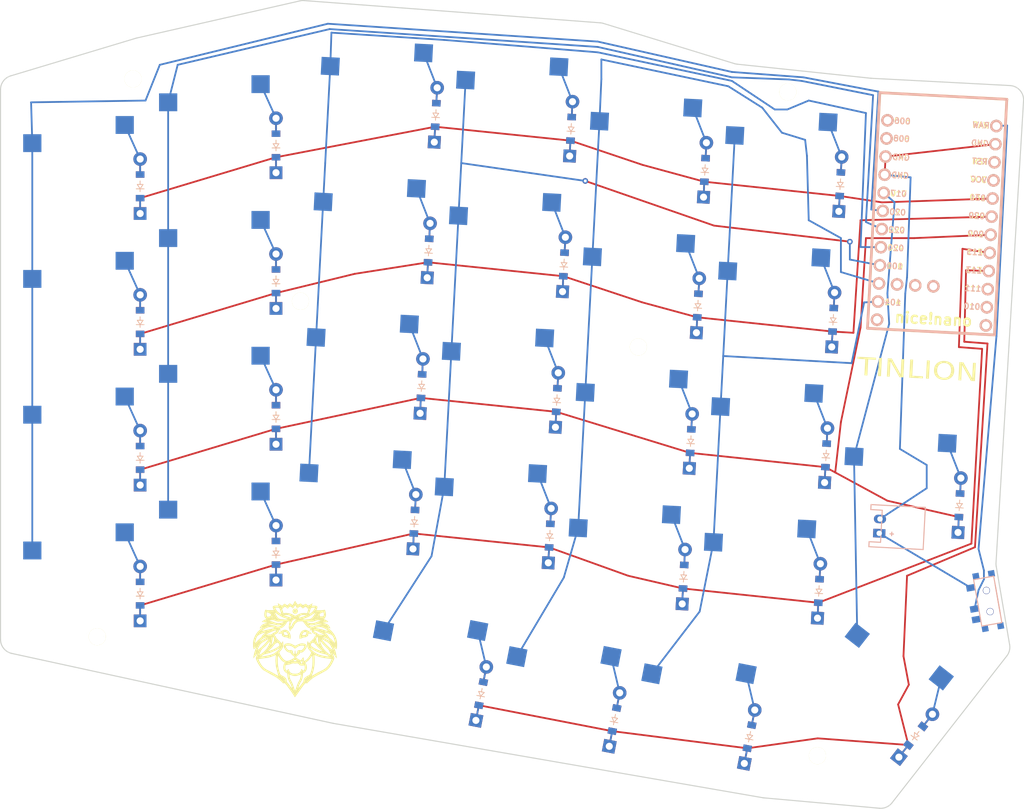
<source format=kicad_pcb>
(kicad_pcb (version 20240108) (generator "pcbnew") (generator_version "8.0")
  (title_block (title "left_board") (rev "v1.0.0") (company "Unknown"))
  (layers (0 "F.Cu" signal) (31 "B.Cu" signal) (34 "B.Paste" user) (35 "F.Paste" user) (36 "B.SilkS" user "B.Silkscreen") (37 "F.SilkS" user "F.Silkscreen") (38 "B.Mask" user) (39 "F.Mask" user) (44 "Edge.Cuts" user))
  (net 0 "")
  (net 1 "P020")
  (net 2 "function_keys_bottom")
  (net 3 "function_keys_home")
  (net 4 "function_keys_qwerty")
  (net 5 "function_keys_number")
  (net 6 "P022")
  (net 7 "one_bottom")
  (net 8 "one_home")
  (net 9 "one_qwerty")
  (net 10 "one_number")
  (net 11 "P024")
  (net 12 "two_bottom")
  (net 13 "two_home")
  (net 14 "two_qwerty")
  (net 15 "two_number")
  (net 16 "P100")
  (net 17 "three_bottom")
  (net 18 "three_home")
  (net 19 "three_qwerty")
  (net 20 "three_number")
  (net 21 "P011")
  (net 22 "four_bottom")
  (net 23 "four_home")
  (net 24 "four_qwerty")
  (net 25 "four_number")
  (net 26 "P104")
  (net 27 "five_bottom")
  (net 28 "five_home")
  (net 29 "five_qwerty")
  (net 30 "five_number")
  (net 31 "near_thumb")
  (net 32 "home_thumb")
  (net 33 "far_thumb")
  (net 34 "P017")
  (net 35 "space_thumb")
  (net 36 "curly_square")
  (net 37 "P115")
  (net 38 "P002")
  (net 39 "P029")
  (net 40 "P031")
  (net 41 "P113")
  (net 42 "RAW")
  (net 43 "GND")
  (net 44 "RST")
  (net 45 "VCC")
  (net 46 "P111")
  (net 47 "P010")
  (net 48 "P009")
  (net 49 "P006")
  (net 50 "P008")
  (net 51 "P106")
  (net 52 "P101")
  (net 53 "P102")
  (net 54 "P107")
  (net 55 "pos")
  (footprint "E73:SPDT_C128955" (layer "F.Cu") (at 276.586569 165.983647 -80)
    (property "Reference" "T1" (hide yes))
    (property "Value" "" (hide yes))
  )
  (footprint "ComboDiode" (layer "F.Cu") (at 215.259092 156.827957 87)
    (property "Reference" "D13" (hide yes))
    (property "Value" "" (hide yes))
  )
  (footprint "MX" (layer "F.Cu") (at 246.093951 141.683474 -3)
    (property "Reference" "S22" (hide yes))
    (property "Value" "" (hide yes))
  )
  (footprint "HOLE_M2_TH" (layer "F.Cu") (at 252.699022 187.617107 -3)
    (property "Reference" "")
    (property "Value" "")
  )
  (footprint "MX" (layer "F.Cu") (at 190.517886 113.020566 -3)
    (property "Reference" "S11" (hide yes))
    (property "Value" "" (hide yes))
  )
  (footprint "ComboDiode" (layer "F.Cu") (at 205.662631 178.945083 79)
    (property "Reference" "D25" (hide yes))
    (property "Value" "" (hide yes))
  )
  (footprint "MX" (layer "F.Cu") (at 168.97912 117.730988)
    (property "Reference" "S7" (hide yes))
    (property "Value" "" (hide yes))
  )
  (footprint "ComboDiode" (layer "F.Cu") (at 235.972569 124.630391 87)
    (property "Reference" "D19" (hide yes))
    (property "Value" "" (hide yes))
  )
  (footprint "nice_nano" (layer "F.Cu") (at 269.373755 113.06262 -93)
    (property "Reference" "MCU1" (hide yes))
    (property "Value" "nice_nano" (hide yes))
  )
  (footprint "MX" (layer "F.Cu") (at 227.172325 139.690461 -3)
    (property "Reference" "S18" (hide yes))
    (property "Value" "" (hide yes))
  )
  (footprint "MX" (layer "F.Cu") (at 191.51227 94.046604 -3)
    (property "Reference" "S12" (hide yes))
    (property "Value" "" (hide yes))
  )
  (footprint "MX" (layer "F.Cu") (at 210.436381 95.992182 -3)
    (property "Reference" "S16" (hide yes))
    (property "Value" "" (hide yes))
  )
  (footprint "ComboDiode" (layer "F.Cu") (at 216.253475 137.853996 87)
    (property "Reference" "D14" (hide yes))
    (property "Value" "" (hide yes))
  )
  (footprint "HOLE_M2_TH" (layer "F.Cu") (at 180.402768 124.031271 -3)
    (property "Reference" "")
    (property "Value" "")
  )
  (footprint "ComboDiode" (layer "F.Cu") (at 252.905428 164.571326 87)
    (property "Reference" "D21" (hide yes))
    (property "Value" "" (hide yes))
  )
  (footprint "ComboDiode" (layer "F.Cu") (at 176.97912 121.230988 90)
    (property "Reference" "D7" (hide yes))
    (property "Value" "" (hide yes))
  )
  (footprint "MX" (layer "F.Cu") (at 149.97912 142.445988)
    (property "Reference" "S2" (hide yes))
    (property "Value" "" (hide yes))
  )
  (footprint "ComboDiode" (layer "F.Cu") (at 176.97912 140.230988 90)
    (property "Reference" "D6" (hide yes))
    (property "Value" "" (hide yes))
  )
  (footprint "ComboDiode" (layer "F.Cu") (at 243.202975 184.968791 79)
    (property "Reference" "D27" (hide yes))
    (property "Value" "" (hide yes))
  )
  (footprint "MX" (layer "F.Cu") (at 168.97912 155.730988)
    (property "Reference" "S5" (hide yes))
    (property "Value" "" (hide yes))
  )
  (footprint "JST_PH_S2B-PH-K_02x2.00mm_Angled" (layer "F.Cu") (at 261.391656 155.503033 87)
    (property "Reference" "JST1" (hide yes))
    (property "Value" "" (hide yes))
  )
  (footprint "MX" (layer "F.Cu") (at 228.166709 120.7165 -3)
    (property "Reference" "S19" (hide yes))
    (property "Value" "" (hide yes))
  )
  (footprint "ComboDiode" (layer "F.Cu") (at 224.313547 182.570454 79)
    (property "Reference" "D26" (hide yes))
    (property "Value" "" (hide yes))
  )
  (footprint "ComboDiode" (layer "F.Cu") (at 234.978186 143.604352 87)
    (property "Reference" "D18" (hide yes))
    (property "Value" "" (hide yes))
  )
  (footprint "ComboDiode" (layer "F.Cu") (at 255.888578 107.649442 87)
    (property "Reference" "D24" (hide yes))
    (property "Value" "" (hide yes))
  )
  (footprint "MX" (layer "F.Cu") (at 264.753896 148.669634 -3)
    (property "Reference" "S29" (hide yes))
    (property "Value" "" (hide yes))
  )
  (footprint "MX" (layer "F.Cu") (at 198.477445 173.982916 -11)
    (property "Reference" "S25" (hide yes))
    (property "Value" "" (hide yes))
  )
  (footprint "ComboDiode" (layer "F.Cu") (at 272.559757 152.583525 87)
    (property "Reference" "D29" (hide yes))
    (property "Value" "" (hide yes))
  )
  (footprint "MX" (layer "F.Cu") (at 168.97912 98.730988)
    (property "Reference" "S8" (hide yes))
    (property "Value" "" (hide yes))
  )
  (footprint "MX" (layer "F.Cu") (at 149.97912 161.445988)
    (property "Reference" "S1" (hide yes))
    (property "Value" "" (hide yes))
  )
  (footprint "HOLE_M2_TH" (layer "F.Cu") (at 248.553741 94.747885 -3)
    (property "Reference" "")
    (property "Value" "")
  )
  (footprint "MX" (layer "F.Cu") (at 207.453231 152.914066 -3)
    (property "Reference" "S13" (hide yes))
    (property "Value" "" (hide yes))
  )
  (footprint "ComboDiode" (layer "F.Cu") (at 157.97912 126.945988 90)
    (property "Reference" "D3" (hide yes))
    (property "Value" "" (hide yes))
  )
  (footprint "ComboDiode" (layer "F.Cu") (at 253.899811 145.597365 87)
    (property "Reference" "D22" (hide yes))
    (property "Value" "" (hide yes))
  )
  (footprint "ComboDiode" (layer "F.Cu") (at 176.97912 102.230988 90)
    (property "Reference" "D8" (hide yes))
    (property "Value" "" (hide yes))
  )
  (footprint "ComboDiode" (layer "F.Cu") (at 217.247858 118.880034 87)
    (property "Reference" "D15" (hide yes))
    (property "Value" "" (hide yes))
  )
  (footprint "MX" (layer "F.Cu") (at 168.97912 136.730988)
    (property "Reference" "S6" (hide yes))
    (property "Value" "" (hide yes))
  )
  (footprint "HOLE_M2_TH" (layer "F.Cu") (at 156.97912 92.920988)
    (property "Reference" "")
    (property "Value" "")
  )
  (footprint "HOLE_M2_TH" (layer "F.Cu") (at 151.97912 170.970988)
    (property "Reference" "")
    (property "Value" "")
  )
  (footprint "MX" (layer "F.Cu") (at 217.128361 177.608286 -11)
    (property "Reference" "S26" (hide yes))
    (property "Value" "" (hide yes))
  )
  (footprint "ComboDiode" (layer "F.Cu") (at 199.31813 97.960495 87)
    (property "Reference" "D12" (hide yes))
    (property "Value" "" (hide yes))
  )
  (footprint "ComboDiode" (layer "F.Cu") (at 197.329364 135.908418 87)
    (property "Reference" "D10" (hide yes))
    (property "Value" "" (hide yes))
  )
  (footprint "MX" (layer "F.Cu") (at 247.088334 122.709512 -3)
    (property "Reference" "S23" (hide yes))
    (property "Value" "" (hide yes))
  )
  (footprint "MX" (layer "F.Cu") (at 149.97912 123.445988)
    (property "Reference" "S3" (hide yes))
    (property "Value" "" (hide yes))
  )
  (footprint "MX" (layer "F.Cu") (at 149.97912 104.445988)
    (property "Reference" "S4" (hide yes))
    (property "Value" "" (hide yes))
  )
  (footprint "ComboDiode" (layer "F.Cu") (at 254.894194 126.623403 87)
    (property "Reference" "D23" (hide yes))
    (property "Value" "" (hide yes))
  )
  (footprint "MX" (layer "F.Cu") (at 188.52912 150.968488 -3)
    (property "Reference" "S9" (hide yes))
    (property "Value" "" (hide yes))
  )
  (footprint "MX" (layer "F.Cu") (at 236.017789 180.006623 -11)
    (property "Reference" "S27" (hide yes))
    (property "Value" "" (hide yes))
  )
  (footprint "ComboDiode" (layer "F.Cu") (at 233.983803 162.578313 87)
    (property "Reference" "D17" (hide yes))
    (property "Value" "" (hide yes))
  )
  (footprint "MX" (layer "F.Cu") (at 209.441998 114.966143 -3)
    (property "Reference" "S15" (hide yes))
    (property "Value" "" (hide yes))
  )
  (footprint "HOLE_M2_TH" (layer "F.Cu") (at 227.657741 130.428172 -3)
    (property "Reference" "")
    (property "Value" "")
  )
  (footprint "MX" (layer "F.Cu") (at 229.161092 101.742538 -3)
    (property "Reference" "S20" (hide yes))
    (property "Value" "" (hide yes))
  )
  (footprint "ComboDiode" (layer "F.Cu") (at 157.97912 145.945988 90)
    (property "Reference" "D2" (hide yes))
    (property "Value" "" (hide yes))
  )
  (footprint "MX" (layer "F.Cu") (at 226.177942 158.664422 -3)
    (property "Reference" "S17" (hide yes))
    (property "Value" "" (hide yes))
  )
  (footprint "MX" (layer "F.Cu") (at 208.447614 133.940105 -3)
    (property "Reference" "S14" (hide yes))
    (property "Value" "" (hide yes))
  )
  (footprint "MX" (layer "F.Cu") (at 245.099568 160.657435 -3)
    (property "Reference" "S21" (hide yes))
    (property "Value" "" (hide yes))
  )
  (footprint "ComboDiode" (layer "F.Cu") (at 157.97912 164.945988 90)
    (property "Reference" "D1" (hide yes))
    (property "Value" "" (hide yes))
  )
  (footprint "ComboDiode" (layer "F.Cu") (at 266.432951 184.827055 52)
    (property "Reference" "D28" (hide yes))
    (property "Value" "" (hide yes))
  )
  (footprint "ComboDiode" (layer "F.Cu") (at 157.97912 107.945988 90)
    (property "Reference" "D4" (hide yes))
    (property "Value" "" (hide yes))
  )
  (footprint "ComboDiode" (layer "F.Cu") (at 176.97912 159.230988 90)
    (property "Reference" "D5" (hide yes))
    (property "Value" "" (hide yes))
  )
  (footprint "MX" (layer "F.Cu") (at 262.28368 177.143726 -38)
    (property "Reference" "S28" (hide yes))
    (property "Value" "" (hide yes))
  )
  (footprint "ComboDiode" (layer "F.Cu") (at 236.966952 105.656429 87)
    (property "Reference" "D20" (hide yes))
    (property "Value" "" (hide yes))
  )
  (footprint "ComboDiode" (layer "F.Cu") (at 196.33498 154.882379 87)
    (property "Reference" "D9" (hide yes))
    (property "Value" "" (hide yes))
  )
  (footprint "ComboDiode" (layer "F.Cu") (at 198.323747 116.934457 87)
    (property "Reference" "D11" (hide yes))
    (property "Value" "" (hide yes))
  )
  (footprint "MX" (layer "F.Cu") (at 248.082717 103.735551 -3)
    (property "Reference" "S24" (hide yes))
    (property "Value" "" (hide yes))
  )
  (footprint "MX" (layer "F.Cu") (at 189.523503 131.994527 -3)
    (property "Reference" "S10" (hide yes))
    (property "Value" "" (hide yes))
  )
  (footprint "ComboDiode" (layer "F.Cu") (at 218.242241 99.906073 87)
    (property "Reference" "D16" (hide yes))
    (property "Value" "" (hide yes))
  )
  (gr_poly (pts (xy 179.711355 167.039886) (xy 179.727154 167.040937) (xy 179.743115 167.042653) (xy 179.759294 167.045074) (xy 179.775744 167.048242) (xy 179.792519 167.052196) (xy 179.809674 167.056978) (xy 179.843757 167.07219) (xy 179.874841 167.089909) (xy 179.902968 167.109927) (xy 179.928179 167.132038) (xy 179.950513 167.156034) (xy 179.970013 167.181709) (xy 179.986718 167.208855) (xy 180.00067 167.237266) (xy 180.011909 167.266736) (xy 180.020475 167.297057) (xy 180.02641 167.328022) (xy 180.029754 167.359424) (xy 180.030547 167.391058) (xy 180.028831 167.422714) (xy 180.024646 167.454188) (xy 180.018033 167.485272) (xy 180.009033 167.515759) (xy 179.997686 167.545442) (xy 179.984033 167.574115) (xy 179.968114 167.60157) (xy 179.949971 167.627601) (xy 179.929643 167.652) (xy 179.907173 167.674562) (xy 179.8826 167.695078) (xy 179.855965 167.713343) (xy 179.827309 167.729149) (xy 179.796672 167.74229) (xy 179.764095 167.752558) (xy 179.72962 167.759747) (xy 179.693286 167.76365) (xy 179.655134 167.76406) (xy 179.615205 167.760769) (xy 179.582929 167.75515) (xy 179.552112 167.747066) (xy 179.522805 167.73666) (xy 179.495055 167.724071) (xy 179.468914 167.709441) (xy 179.444429 167.69291) (xy 179.421649 167.674619) (xy 179.400625 167.654709) (xy 179.381405 167.63332) (xy 179.364038 167.610593) (xy 179.348573 167.586669) (xy 179.33506 167.561689) (xy 179.323549 167.535793) (xy 179.314087 167.509122) (xy 179.306724 167.481817) (xy 179.30151 167.454018) (xy 179.300641 167.445915) (xy 179.615207 167.445915) (xy 179.744852 167.381093) (xy 179.615207 167.353311) (xy 179.615207 167.445915) (xy 179.300641 167.445915) (xy 179.298493 167.425867) (xy 179.297723 167.397504) (xy 179.299248 167.36907) (xy 179.303119 167.340705) (xy 179.309384 167.31255) (xy 179.318093 167.284747) (xy 179.329294 167.257435) (xy 179.343037 167.230755) (xy 179.35937 167.204849) (xy 179.378344 167.179857) (xy 179.400007 167.155919) (xy 179.424409 167.133177) (xy 179.451598 167.111771) (xy 179.481624 167.091842) (xy 179.514536 167.073531) (xy 179.550383 167.056978) (xy 179.584314 167.050521) (xy 179.616942 167.045258) (xy 179.632904 167.043175) (xy 179.648702 167.041514) (xy 179.664393 167.040313) (xy 179.680029 167.039615) (xy 179.695665 167.039459)) (stroke (width -0.000001)) (fill solid) (layer "F.SilkS"))
  (gr_poly (pts (xy 179.893018 166.325405) (xy 180.031924 166.482832) (xy 180.411601 166.306884) (xy 180.735717 166.547655) (xy 181.152435 166.362447) (xy 181.46729 166.612478) (xy 181.68954 166.529134) (xy 182.106258 166.279102) (xy 181.976613 166.630998) (xy 182.158059 166.626657) (xy 182.276454 166.626115) (xy 182.338298 166.627675) (xy 182.400276 166.630998) (xy 182.46117 166.636492) (xy 182.519757 166.644563) (xy 182.574818 166.655619) (xy 182.600644 166.662393) (xy 182.625131 166.670066) (xy 182.648126 166.678688) (xy 182.669475 166.688311) (xy 182.689028 166.698985) (xy 182.70663 166.710761) (xy 182.72213 166.72369) (xy 182.735375 166.737823) (xy 182.746212 166.753211) (xy 182.754488 166.769904) (xy 182.758295 166.781615) (xy 182.761067 166.794138) (xy 182.762856 166.807418) (xy 182.763712 166.821397) (xy 182.763687 166.836021) (xy 182.76283 166.851234) (xy 182.758829 166.8832) (xy 182.752114 166.916848) (xy 182.743093 166.951731) (xy 182.732173 166.9874) (xy 182.719761 167.023408) (xy 182.706264 167.059308) (xy 182.692088 167.094652) (xy 182.66333 167.161881) (xy 182.615581 167.269967) (xy 182.941867 167.272861) (xy 183.083251 167.273874) (xy 183.218667 167.272282) (xy 183.354517 167.26635) (xy 183.424605 167.261213) (xy 183.497203 167.25434) (xy 183.573111 167.245514) (xy 183.653129 167.234517) (xy 183.738058 167.221133) (xy 183.828697 167.205144) (xy 183.879665 167.397623) (xy 183.903047 167.487853) (xy 183.923905 167.574692) (xy 183.9414 167.658601) (xy 183.954689 167.740042) (xy 183.962932 167.819474) (xy 183.964898 167.858582) (xy 183.965288 167.89736) (xy 183.963995 167.935867) (xy 183.960915 167.974161) (xy 183.955943 168.012299) (xy 183.948973 168.050338) (xy 183.939901 168.088336) (xy 183.928621 168.126352) (xy 183.915029 168.164442) (xy 183.899018 168.202664) (xy 183.880484 168.241077) (xy 183.859322 168.279737) (xy 183.835427 168.318702) (xy 183.808693 168.35803) (xy 183.779015 168.397778) (xy 183.746289 168.438005) (xy 183.710409 168.478767) (xy 183.67127 168.520123) (xy 183.714665 168.533238) (xy 183.757978 168.548212) (xy 183.801128 168.564949) (xy 183.844034 168.583354) (xy 183.886615 168.603333) (xy 183.928789 168.624791) (xy 183.970474 168.647632) (xy 184.01159 168.671762) (xy 184.052054 168.697086) (xy 184.091786 168.723509) (xy 184.130705 168.750935) (xy 184.168727 168.77927) (xy 184.205774 168.808419) (xy 184.241762 168.838287) (xy 184.27661 168.868779) (xy 184.310238 168.8998) (xy 183.513842 169.029446) (xy 183.560944 169.037467) (xy 183.611546 169.047605) (xy 183.665024 169.059805) (xy 183.720753 169.074012) (xy 183.778111 169.090172) (xy 183.836472 169.108232) (xy 183.895213 169.128136) (xy 183.95371 169.149831) (xy 184.011339 169.173263) (xy 184.067476 169.198376) (xy 184.121497 169.225117) (xy 184.172777 169.253432) (xy 184.220694 169.283266) (xy 184.264622 169.314566) (xy 184.303938 169.347275) (xy 184.321672 169.364143) (xy 184.338018 169.381342) (xy 184.355581 169.401696) (xy 184.373468 169.42437) (xy 184.391573 169.449079) (xy 184.409787 169.475538) (xy 184.428 169.503461) (xy 184.446105 169.532565) (xy 184.481555 169.593174) (xy 184.515268 169.655085) (xy 184.546377 169.716019) (xy 184.574014 169.773698) (xy 184.59731 169.825842) (xy 184.087987 169.668415) (xy 184.121771 169.685787) (xy 184.153805 169.703214) (xy 184.184293 169.720749) (xy 184.213437 169.738447) (xy 184.241442 169.756361) (xy 184.268511 169.774548) (xy 184.294848 169.79306) (xy 184.320656 169.811951) (xy 184.371497 169.851091) (xy 184.422665 169.892401) (xy 184.532487 169.983269) (xy 184.638232 170.07654) (xy 184.739906 170.175549) (xy 184.837131 170.279957) (xy 184.929527 170.389425) (xy 185.016715 170.503614) (xy 185.098313 170.622183) (xy 185.173943 170.744796) (xy 185.243224 170.871111) (xy 185.305777 171.000791) (xy 185.361222 171.133496) (xy 185.409179 171.268887) (xy 185.449268 171.406624) (xy 185.48111 171.546369) (xy 185.504324 171.687783) (xy 185.518531 171.830526) (xy 185.523351 171.974259) (xy 185.523351 172.196509) (xy 185.521959 172.266703) (xy 185.520116 172.302214) (xy 185.517419 172.337875) (xy 185.513799 172.373589) (xy 185.50919 172.409263) (xy 185.503522 172.444801) (xy 185.496728 172.480109) (xy 185.488741 172.515091) (xy 185.479491 172.549652) (xy 185.468913 172.583698) (xy 185.456937 172.617134) (xy 185.443497 172.649864) (xy 185.428523 172.681794) (xy 185.411949 172.712829) (xy 185.393706 172.742873) (xy 185.04181 172.390977) (xy 185.113199 172.554337) (xy 185.175363 172.701201) (xy 185.229497 172.837648) (xy 185.276794 172.969753) (xy 185.298251 173.036077) (xy 185.318448 173.103595) (xy 185.337531 173.173066) (xy 185.355652 173.245251) (xy 185.372959 173.320908) (xy 185.389601 173.400797) (xy 185.421488 173.576311) (xy 185.464317 173.798561) (xy 185.468674 173.828051) (xy 185.47204 173.857379) (xy 185.474186 173.886381) (xy 185.47488 173.914895) (xy 185.473891 173.942758) (xy 185.470991 173.969806) (xy 185.465947 173.995878) (xy 185.462549 174.008497) (xy 185.458529 174.020811) (xy 185.33496 173.837484) (xy 185.265471 173.734805) (xy 185.192292 173.630716) (xy 185.154658 173.579533) (xy 185.116508 173.529665) (xy 185.077979 173.48167) (xy 185.039206 173.436102) (xy 185.000324 173.393519) (xy 184.961469 173.354477) (xy 184.922777 173.319531) (xy 184.884383 173.289238) (xy 184.950798 173.439141) (xy 184.991981 173.53406) (xy 185.033707 173.634189) (xy 185.072395 173.733449) (xy 185.08948 173.780854) (xy 185.104463 173.825764) (xy 185.116895 173.867417) (xy 185.12633 173.905056) (xy 185.132319 173.93792) (xy 185.134414 173.965249) (xy 185.131586 173.998508) (xy 185.123508 174.03859) (xy 185.110791 174.084506) (xy 185.094045 174.135264) (xy 185.07388 174.189875) (xy 185.050908 174.247348) (xy 184.99898 174.366919) (xy 184.943146 174.486057) (xy 184.888289 174.596838) (xy 184.839292 174.691341) (xy 184.801038 174.761644) (xy 184.762493 174.830342) (xy 184.723175 174.897548) (xy 184.682962 174.963289) (xy 184.641731 175.027592) (xy 184.59936 175.090484) (xy 184.555729 175.151992) (xy 184.510713 175.212144) (xy 184.464192 175.270967) (xy 184.416043 175.328487) (xy 184.366144 175.384733) (xy 184.314373 175.43973) (xy 184.260607 175.493506) (xy 184.204726 175.546089) (xy 184.146607 175.597505) (xy 184.086127 175.647782) (xy 184.023165 175.696946) (xy 182.328508 176.641508) (xy 182.244332 176.698048) (xy 182.153428 176.762183) (xy 182.058617 176.831962) (xy 181.962721 176.90543) (xy 181.868561 176.980635) (xy 181.778959 177.055623) (xy 181.696737 177.12844) (xy 181.659275 177.163424) (xy 181.624716 177.197133) (xy 181.245038 177.576811) (xy 181.245038 177.419384) (xy 181.195854 177.445069) (xy 181.148907 177.473373) (xy 181.10405 177.504091) (xy 181.061132 177.53702) (xy 181.020005 177.571957) (xy 180.98052 177.608697) (xy 180.942526 177.647039) (xy 180.905876 177.686778) (xy 180.870419 177.72771) (xy 180.836006 177.769633) (xy 180.769719 177.855635) (xy 180.643111 178.03057) (xy 179.615205 179.465936) (xy 179.505835 179.279678) (xy 179.3931 179.095808) (xy 179.277109 178.914109) (xy 179.157972 178.734363) (xy 179.035796 178.556353) (xy 178.91069 178.379862) (xy 178.782762 178.204673) (xy 178.777198 178.197259) (xy 179.198487 178.197259) (xy 179.226269 178.225041) (xy 179.226269 178.197259) (xy 179.198487 178.197259) (xy 178.777198 178.197259) (xy 178.652121 178.03057) (xy 178.525514 177.854333) (xy 178.492743 177.810477) (xy 178.459226 177.767191) (xy 178.424814 177.724719) (xy 178.389357 177.683305) (xy 178.352707 177.643193) (xy 178.314713 177.604628) (xy 178.275227 177.567853) (xy 178.2341 177.533113) (xy 178.191183 177.500652) (xy 178.146325 177.470714) (xy 178.123123 177.456767) (xy 178.099379 177.443543) (xy 178.075076 177.431072) (xy 178.050194 177.419384) (xy 178.050194 177.576811) (xy 177.670517 177.197133) (xy 177.635958 177.163424) (xy 177.61463 177.143506) (xy 178.088811 177.143506) (xy 178.089121 177.149747) (xy 178.089754 177.156142) (xy 178.090716 177.162717) (xy 178.092012 177.169497) (xy 178.093648 177.176508) (xy 178.095628 177.183774) (xy 178.10064 177.199178) (xy 178.10709 177.21591) (xy 178.115019 177.234176) (xy 178.1428 177.011925) (xy 178.123755 177.043884) (xy 178.115636 177.058094) (xy 178.108508 177.071394) (xy 178.10241 177.083989) (xy 178.097384 177.096083) (xy 178.093471 177.107878) (xy 178.091944 177.113727) (xy 178.09071 177.119577) (xy 178.089775 177.125455) (xy 178.089144 177.131386) (xy 178.08882 177.137394) (xy 178.088811 177.143506) (xy 177.61463 177.143506) (xy 177.598496 177.12844) (xy 177.516274 177.055623) (xy 177.426672 176.980635) (xy 177.332512 176.90543) (xy 177.236616 176.831962) (xy 177.141806 176.762183) (xy 177.050902 176.698048) (xy 176.966726 176.641508) (xy 175.272071 175.696946) (xy 175.20921 175.646256) (xy 175.149008 175.594846) (xy 175.091302 175.54265) (xy 175.03593 175.4896) (xy 174.982727 175.435626) (xy 174.931533 175.380663) (xy 174.882183 175.324642) (xy 174.834516 175.267494) (xy 174.788367 175.209153) (xy 174.743575 175.149551) (xy 174.699977 175.088619) (xy 174.65741 175.026289) (xy 174.615711 174.962495) (xy 174.574717 174.897168) (xy 174.494195 174.761644) (xy 174.452903 174.691341) (xy 174.401736 174.596838) (xy 174.345577 174.486057) (xy 174.289309 174.366919) (xy 174.26266 174.306692) (xy 174.237816 174.247348) (xy 174.215386 174.189875) (xy 174.195981 174.135264) (xy 174.186316 174.104155) (xy 174.521977 174.104155) (xy 174.548092 174.175143) (xy 174.577666 174.248831) (xy 174.610469 174.324662) (xy 174.64627 174.40208) (xy 174.684837 174.480529) (xy 174.725942 174.559453) (xy 174.769352 174.638295) (xy 174.814838 174.7165) (xy 174.862169 174.793511) (xy 174.911114 174.868772) (xy 174.961443 174.941727) (xy 175.012924 175.01182) (xy 175.065328 175.078495) (xy 175.118424 175.141195) (xy 175.171981 175.199364) (xy 175.225769 175.252447) (xy 175.298919 175.317636) (xy 175.372543 175.378077) (xy 175.446683 175.434232) (xy 175.521379 175.486562) (xy 175.596671 175.535527) (xy 175.672602 175.581589) (xy 175.749211 175.62521) (xy 175.826538 175.66685) (xy 175.983513 175.746034) (xy 176.143852 175.822831) (xy 176.307881 175.900929) (xy 176.475925 175.984019) (xy 177.309363 176.465561) (xy 176.966728 175.187623) (xy 176.892644 174.326404) (xy 176.915222 174.045789) (xy 177.223848 174.045789) (xy 177.224608 174.071284) (xy 177.226019 174.094894) (xy 177.224427 174.305279) (xy 177.227176 174.501773) (xy 177.235134 174.688718) (xy 177.249169 174.870454) (xy 177.27015 175.051321) (xy 177.298944 175.235661) (xy 177.33642 175.427815) (xy 177.383445 175.632123) (xy 177.420777 175.777396) (xy 177.445628 175.867179) (xy 177.473735 175.960868) (xy 177.504446 176.052821) (xy 177.520575 176.096383) (xy 177.53711 176.137395) (xy 177.553972 176.175151) (xy 177.571077 176.208946) (xy 177.588346 176.238075) (xy 177.605695 176.261832) (xy 177.619 176.277244) (xy 177.634435 176.292235) (xy 177.651742 176.30682) (xy 177.670663 176.321011) (xy 177.69094 176.334822) (xy 177.712317 176.348268) (xy 177.734534 176.36136) (xy 177.757335 176.374114) (xy 177.803655 176.398657) (xy 177.849216 176.422007) (xy 177.891955 176.444272) (xy 177.911622 176.455032) (xy 177.92981 176.46556) (xy 177.960947 176.481518) (xy 177.991811 176.498153) (xy 178.022351 176.515493) (xy 178.05251 176.533567) (xy 178.082236 176.5524) (xy 178.111473 176.572019) (xy 178.140168 176.592453) (xy 178.168266 176.613727) (xy 178.195712 176.63587) (xy 178.222453 176.658908) (xy 178.248435 176.682868) (xy 178.273603 176.707778) (xy 178.297902 176.733665) (xy 178.321279 176.760556) (xy 178.34368 176.788477) (xy 178.365049 176.817456) (xy 178.378273 176.836341) (xy 178.390206 176.854801) (xy 178.400914 176.872848) (xy 178.410465 176.890491) (xy 178.418924 176.907741) (xy 178.426357 176.924607) (xy 178.43283 176.9411) (xy 178.438409 176.957231) (xy 178.443161 176.973009) (xy 178.447152 176.988444) (xy 178.450447 177.003547) (xy 178.453114 177.018328) (xy 178.456824 177.046964) (xy 178.458811 177.074433) (xy 178.459604 177.100817) (xy 178.459733 177.126198) (xy 178.460113 177.174272) (xy 178.461422 177.19713) (xy 178.464182 177.219309) (xy 178.466272 177.230169) (xy 178.468923 177.240891) (xy 178.472202 177.251483) (xy 178.476174 177.261957) (xy 178.479204 177.269195) (xy 178.483054 177.276992) (xy 178.493013 177.294115) (xy 178.505658 177.313029) (xy 178.520595 177.333436) (xy 178.537432 177.355036) (xy 178.555774 177.377531) (xy 178.595402 177.424014) (xy 178.675418 177.514592) (xy 178.709512 177.553913) (xy 178.723703 177.571037) (xy 178.735466 177.586071) (xy 179.207747 178.197259) (xy 179.198507 178.143447) (xy 179.188189 178.09135) (xy 179.164574 177.991992) (xy 179.137406 177.898576) (xy 179.107185 177.810491) (xy 179.074414 177.727127) (xy 179.039595 177.647873) (xy 179.003229 177.572119) (xy 178.965819 177.499254) (xy 178.815771 177.22448) (xy 178.780667 177.156906) (xy 178.74753 177.088558) (xy 178.716862 177.018827) (xy 178.689164 176.947102) (xy 178.671855 176.889134) (xy 178.654872 176.82715) (xy 178.638539 176.762346) (xy 178.623184 176.695913) (xy 178.60913 176.629046) (xy 178.596705 176.562939) (xy 178.586233 176.498785) (xy 178.578039 176.437779) (xy 178.576506 176.423061) (xy 178.575326 176.40685) (xy 178.573698 176.37093) (xy 178.571094 176.291927) (xy 178.57042 176.280353) (xy 178.874373 176.280353) (xy 178.876718 176.397053) (xy 178.8796 176.450759) (xy 178.883579 176.501626) (xy 178.888624 176.549848) (xy 178.894701 176.595619) (xy 178.901778 176.63913) (xy 178.909823 176.680577) (xy 178.918805 176.720151) (xy 178.92869 176.758047) (xy 178.951043 176.829575) (xy 178.976624 176.896709) (xy 179.005177 176.960993) (xy 179.036442 177.023976) (xy 179.070162 177.087203) (xy 179.143938 177.220574) (xy 179.183478 177.293812) (xy 179.224442 177.373479) (xy 179.266573 177.461123) (xy 179.309612 177.55829) (xy 179.642987 178.549155) (xy 179.785597 178.141697) (xy 180.115269 178.141697) (xy 180.141727 178.117452) (xy 180.168932 178.090113) (xy 180.196761 178.060062) (xy 180.225092 178.027678) (xy 180.28277 177.957429) (xy 180.340992 177.882405) (xy 180.455155 177.730187) (xy 180.509144 177.65907) (xy 180.559769 177.595332) (xy 180.585325 177.562794) (xy 180.61837 177.522551) (xy 180.695202 177.429802) (xy 180.73313 177.382722) (xy 180.766826 177.33879) (xy 180.781171 177.318851) (xy 180.793359 177.300717) (xy 180.803024 177.284726) (xy 180.8098 177.271218) (xy 180.814613 177.26077) (xy 180.818678 177.250253) (xy 180.82483 177.228949) (xy 180.828784 177.207184) (xy 180.83107 177.184835) (xy 180.833251 177.114714) (xy 181.155196 177.114714) (xy 181.155405 177.120645) (xy 181.155908 177.126523) (xy 181.156709 177.132374) (xy 181.157814 177.138223) (xy 181.159227 177.144096) (xy 181.160954 177.150018) (xy 181.163 177.156014) (xy 181.16537 177.162111) (xy 181.168069 177.168333) (xy 181.171101 177.174706) (xy 181.178189 177.188007) (xy 181.186674 177.202216) (xy 181.196597 177.217538) (xy 181.207999 177.234176) (xy 181.180217 177.011925) (xy 181.173713 177.03019) (xy 181.168117 177.046923) (xy 181.163471 177.062326) (xy 181.159815 177.076603) (xy 181.15719 177.089958) (xy 181.156277 177.096353) (xy 181.155637 177.102594) (xy 181.155275 177.108706) (xy 181.155196 177.114714) (xy 180.833251 177.114714) (xy 180.834108 177.087167) (xy 180.835987 177.060071) (xy 180.839372 177.031659) (xy 180.844791 177.001809) (xy 180.852774 176.970399) (xy 180.86385 176.937307) (xy 180.870713 176.920092) (xy 180.878548 176.902411) (xy 180.88742 176.884248) (xy 180.897397 176.865588) (xy 180.908543 176.846417) (xy 180.920925 176.826718) (xy 180.942711 176.796002) (xy 180.966287 176.766344) (xy 180.991491 176.737717) (xy 181.01816 176.710094) (xy 181.046131 176.683448) (xy 181.075242 176.657751) (xy 181.105329 176.632977) (xy 181.13623 176.609098) (xy 181.167782 176.586087) (xy 181.199823 176.563917) (xy 181.232189 176.542561) (xy 181.264718 176.521992) (xy 181.329614 176.483106) (xy 181.376879 176.456301) (xy 181.976613 176.456301) (xy 182.81005 175.97476) (xy 183.14603 175.817477) (xy 183.306532 175.740843) (xy 183.46291 175.661063) (xy 183.539756 175.618941) (xy 183.615816 175.574771) (xy 183.69117 175.528132) (xy 183.7659 175.478603) (xy 183.840087 175.425765) (xy 183.913813 175.369197) (xy 183.987159 175.308477) (xy 184.060207 175.243186) (xy 184.113995 175.190104) (xy 184.167552 175.131934) (xy 184.220648 175.069234) (xy 184.273052 175.00256) (xy 184.324534 174.932467) (xy 184.374863 174.859512) (xy 184.423808 174.784251) (xy 184.471138 174.707239) (xy 184.516624 174.629035) (xy 184.560035 174.550192) (xy 184.601139 174.471268) (xy 184.639707 174.392819) (xy 184.675507 174.315401) (xy 184.70831 174.239571) (xy 184.737884 174.165883) (xy 184.763999 174.094895) (xy 184.349161 174.043817) (xy 184.146571 174.018876) (xy 183.945609 173.991872) (xy 183.745081 173.960962) (xy 183.543794 173.9243) (xy 183.340553 173.880042) (xy 183.237828 173.854488) (xy 183.134166 173.826343) (xy 183.068052 173.80765) (xy 183.008083 173.789662) (xy 182.953459 173.772218) (xy 182.903379 173.755153) (xy 182.857043 173.738305) (xy 182.81365 173.721511) (xy 182.732495 173.687436) (xy 182.65351 173.651624) (xy 182.570293 173.612774) (xy 182.47644 173.569582) (xy 182.36555 173.520748) (xy 182.361078 173.547521) (xy 182.35799 173.575623) (xy 182.356149 173.604865) (xy 182.355421 173.635056) (xy 182.35567 173.666007) (xy 182.35676 173.697528) (xy 182.36092 173.761519) (xy 182.384071 174.00229) (xy 182.384071 174.511613) (xy 182.384315 174.597032) (xy 182.381684 174.686222) (xy 182.376339 174.778614) (xy 182.368444 174.873637) (xy 182.345655 175.0693) (xy 182.314618 175.268652) (xy 182.276636 175.467136) (xy 182.233011 175.660194) (xy 182.185045 175.843268) (xy 182.13404 176.0118) (xy 181.976613 176.456301) (xy 181.376879 176.456301) (xy 181.393207 176.447041) (xy 181.414346 176.435085) (xy 181.436 176.423455) (xy 181.480313 176.400738) (xy 181.525059 176.378021) (xy 181.547256 176.366391) (xy 181.569154 176.354436) (xy 181.590619 176.342047) (xy 181.611513 176.329115) (xy 181.631703 176.315531) (xy 181.651051 176.301189) (xy 181.669423 176.285978) (xy 181.686682 176.26979) (xy 181.694852 176.261296) (xy 181.702694 176.252517) (xy 181.710189 176.24344) (xy 181.717322 176.234051) (xy 181.731619 176.211718) (xy 181.746622 176.183444) (xy 181.762167 176.150015) (xy 181.778092 176.112218) (xy 181.810431 176.026668) (xy 181.842337 175.933087) (xy 181.872505 175.83777) (xy 181.899636 175.74701) (xy 181.939571 175.604342) (xy 181.968795 175.481162) (xy 181.994084 175.358145) (xy 182.01563 175.235237) (xy 182.033622 175.112383) (xy 182.04825 174.989528) (xy 182.059703 174.86662) (xy 182.068173 174.743603) (xy 182.073847 174.620423) (xy 182.077573 174.373358) (xy 182.072401 174.124991) (xy 182.059848 173.874887) (xy 182.041436 173.622613) (xy 181.550632 174.261582) (xy 181.041309 174.678301) (xy 181.059819 174.684674) (xy 181.07718 174.691629) (xy 181.093435 174.69915) (xy 181.108628 174.707222) (xy 181.122804 174.71583) (xy 181.136007 174.724958) (xy 181.148281 174.734592) (xy 181.159669 174.744716) (xy 181.170217 174.755314) (xy 181.179968 174.766372) (xy 181.188965 174.777875) (xy 181.197254 174.789806) (xy 181.204878 174.802151) (xy 181.211882 174.814894) (xy 181.224203 174.841516) (xy 181.234572 174.869548) (xy 181.243339 174.898869) (xy 181.250859 174.929356) (xy 181.257483 174.960888) (xy 181.282081 175.09502) (xy 181.288293 175.134132) (xy 181.293041 175.173295) (xy 181.296324 175.212451) (xy 181.298142 175.251542) (xy 181.298494 175.290512) (xy 181.297382 175.329302) (xy 181.294805 175.367854) (xy 181.290762 175.406112) (xy 181.285255 175.444016) (xy 181.278283 175.481511) (xy 181.269845 175.518537) (xy 181.259943 175.555038) (xy 181.248575 175.590955) (xy 181.235743 175.626232) (xy 181.221445 175.66081) (xy 181.205683 175.694632) (xy 181.188455 175.727639) (xy 181.169762 175.759775) (xy 181.149605 175.790982) (xy 181.127982 175.821203) (xy 181.104894 175.850378) (xy 181.080341 175.878452) (xy 181.054324 175.905365) (xy 181.026841 175.931062) (xy 180.997893 175.955483) (xy 180.96748 175.978571) (xy 180.935602 176.000269) (xy 180.902259 176.020519) (xy 180.867451 176.039263) (xy 180.831178 176.056444) (xy 180.79344 176.072003) (xy 180.754237 176.085884) (xy 180.748956 176.203611) (xy 180.739768 176.326221) (xy 180.72624 176.451653) (xy 180.707936 176.577844) (xy 180.696858 176.64058) (xy 180.684423 176.702733) (xy 180.670578 176.764045) (xy 180.655268 176.824258) (xy 180.638438 176.883114) (xy 180.620035 176.940357) (xy 180.600003 176.995727) (xy 180.57829 177.048968) (xy 180.566446 177.077025) (xy 180.555157 177.102396) (xy 180.54433 177.125434) (xy 180.533869 177.146491) (xy 180.52368 177.165921) (xy 180.513667 177.184075) (xy 180.493789 177.21797) (xy 180.451973 177.285976) (xy 180.428514 177.325731) (xy 180.415815 177.348281) (xy 180.402342 177.373083) (xy 180.356962 177.457385) (xy 180.311908 177.549175) (xy 180.268373 177.646391) (xy 180.227551 177.746971) (xy 180.190636 177.848854) (xy 180.174017 177.899639) (xy 180.158821 177.949977) (xy 180.1452 177.999609) (xy 180.133301 178.048279) (xy 180.123274 178.095727) (xy 180.115269 178.141697) (xy 179.785597 178.141697) (xy 179.967101 177.623112) (xy 180.010254 177.519715) (xy 180.052742 177.427088) (xy 180.094335 177.343414) (xy 180.134802 177.266876) (xy 180.211436 177.127934) (xy 180.247141 177.061894) (xy 180.280798 176.995719) (xy 180.312177 176.927591) (xy 180.341045 176.855692) (xy 180.367174 176.778204) (xy 180.390332 176.693309) (xy 180.410288 176.59919) (xy 180.426813 176.494029) (xy 180.439675 176.376009) (xy 180.448644 176.243311) (xy 180.298252 176.311661) (xy 180.226753 176.342139) (xy 180.157085 176.369918) (xy 180.088773 176.394821) (xy 180.021344 176.416672) (xy 179.954321 176.435295) (xy 179.88723 176.450512) (xy 179.819597 176.462149) (xy 179.750947 176.470028) (xy 179.680804 176.473973) (xy 179.608695 176.473808) (xy 179.534143 176.469356) (xy 179.456675 176.460442) (xy 179.375816 176.446888) (xy 179.291091 176.428519) (xy 178.874373 176.280353) (xy 178.57042 176.280353) (xy 178.568815 176.252751) (xy 178.567146 176.234099) (xy 178.565017 176.216397) (xy 178.562344 176.199888) (xy 178.559048 176.184817) (xy 178.555046 176.171429) (xy 178.550258 176.159966) (xy 178.545594 176.149863) (xy 178.540296 176.140351) (xy 178.534382 176.131368) (xy 178.527866 176.122852) (xy 178.513103 176.106981) (xy 178.496142 176.092249) (xy 178.477119 176.078169) (xy 178.456171 176.064251) (xy 178.409036 176.034951) (xy 178.383123 176.018591) (xy 178.355825 176.000441) (xy 178.32728 175.980012) (xy 178.297622 175.956816) (xy 178.266988 175.930364) (xy 178.235512 175.900168) (xy 178.203331 175.86574) (xy 178.187019 175.846786) (xy 178.170581 175.826591) (xy 178.136261 175.779283) (xy 178.10612 175.731147) (xy 178.079993 175.682225) (xy 178.05772 175.632557) (xy 178.039136 175.582183) (xy 178.024078 175.531144) (xy 178.012385 175.479482) (xy 178.003894 175.427236) (xy 177.99844 175.374447) (xy 177.995863 175.321157) (xy 177.995938 175.291586) (xy 178.281795 175.291586) (xy 178.2829 175.345511) (xy 178.287492 175.398298) (xy 178.291261 175.424145) (xy 178.296099 175.449565) (xy 178.302074 175.47451) (xy 178.30925 175.498932) (xy 178.317696 175.522785) (xy 178.327475 175.546021) (xy 178.338655 175.568592) (xy 178.351302 175.590451) (xy 178.365482 175.611551) (xy 178.381261 175.631843) (xy 178.398705 175.65128) (xy 178.41788 175.669816) (xy 178.438852 175.687402) (xy 178.461688 175.703991) (xy 178.486454 175.719535) (xy 178.513215 175.733988) (xy 178.526911 175.707574) (xy 178.540309 175.683725) (xy 178.553544 175.662181) (xy 178.566752 175.642686) (xy 178.580068 175.624981) (xy 178.593628 175.608809) (xy 178.607569 175.593912) (xy 178.622025 175.580033) (xy 178.637132 175.566913) (xy 178.653025 175.554296) (xy 178.669842 175.541922) (xy 178.687716 175.529535) (xy 178.727181 175.503689) (xy 178.772506 175.474696) (xy 178.778739 175.528806) (xy 178.786985 175.580058) (xy 178.797198 175.628526) (xy 178.809331 175.674283) (xy 178.823336 175.717402) (xy 178.839165 175.757955) (xy 178.856772 175.796016) (xy 178.876108 175.831656) (xy 178.897126 175.86495) (xy 178.919778 175.895971) (xy 178.944018 175.92479) (xy 178.969797 175.951481) (xy 178.997068 175.976117) (xy 179.025785 175.998771) (xy 179.055898 176.019516) (xy 179.087361 176.038424) (xy 179.120126 176.055569) (xy 179.154146 176.071023) (xy 179.189374 176.08486) (xy 179.225761 176.097152) (xy 179.301825 176.117393) (xy 179.381958 176.13233) (xy 179.465781 176.142547) (xy 179.552914 176.148627) (xy 179.642977 176.151152) (xy 179.73559 176.150707) (xy 179.81554 176.146472) (xy 179.854239 176.142479) (xy 179.892058 176.137232) (xy 179.928976 176.130731) (xy 179.964968 176.122973) (xy 180.000015 176.113957) (xy 180.034094 176.103681) (xy 180.067182 176.092143) (xy 180.099258 176.079343) (xy 180.1303 176.065277) (xy 180.160285 176.049945) (xy 180.189192 176.033345) (xy 180.216998 176.015474) (xy 180.243682 175.996332) (xy 180.269222 175.975916) (xy 180.293594 175.954225) (xy 180.316779 175.931258) (xy 180.338752 175.907011) (xy 180.359493 175.881485) (xy 180.378979 175.854677) (xy 180.397188 175.826585) (xy 180.414098 175.797208) (xy 180.429687 175.766544) (xy 180.443934 175.734591) (xy 180.456815 175.701348) (xy 180.468309 175.666813) (xy 180.478395 175.630984) (xy 180.487049 175.593859) (xy 180.49425 175.555438) (xy 180.499976 175.515717) (xy 180.504204 175.474696) (xy 180.54953 175.504069) (xy 180.569927 175.51767) (xy 180.588995 175.530837) (xy 180.60687 175.543787) (xy 180.623686 175.556738) (xy 180.63958 175.569905) (xy 180.654687 175.583506) (xy 180.669142 175.597758) (xy 180.683083 175.612879) (xy 180.696643 175.629085) (xy 180.70996 175.646593) (xy 180.723168 175.66562) (xy 180.736403 175.686383) (xy 180.749801 175.7091) (xy 180.763497 175.733988) (xy 180.790259 175.719535) (xy 180.815024 175.703991) (xy 180.83786 175.687402) (xy 180.858833 175.669816) (xy 180.878008 175.65128) (xy 180.895452 175.631843) (xy 180.91123 175.61155) (xy 180.92541 175.590451) (xy 180.938057 175.568592) (xy 180.949237 175.546021) (xy 180.959017 175.522785) (xy 180.967462 175.498932) (xy 180.974639 175.474509) (xy 180.980613 175.449564) (xy 180.98922 175.398297) (xy 180.993812 175.345511) (xy 180.994917 175.291586) (xy 180.993066 175.2369) (xy 180.988786 175.181835) (xy 180.982607 175.12677) (xy 180.975058 175.072085) (xy 180.957966 174.965373) (xy 180.924906 174.975329) (xy 180.891749 174.98436) (xy 180.858561 174.992461) (xy 180.825409 174.99963) (xy 180.792359 175.005862) (xy 180.759476 175.011156) (xy 180.726828 175.015506) (xy 180.694479 175.01891) (xy 180.662497 175.021365) (xy 180.630947 175.022867) (xy 180.599896 175.023412) (xy 180.569409 175.022998) (xy 180.539554 175.02162) (xy 180.510395 175.019277) (xy 180.481999 175.015963) (xy 180.454432 175.011676) (xy 180.42776 175.006412) (xy 180.40205 175.000168) (xy 180.377368 174.99294) (xy 180.353779 174.984726) (xy 180.33135 174.975522) (xy 180.310147 174.965324) (xy 180.290236 174.954128) (xy 180.271683 174.941933) (xy 180.254554 174.928733) (xy 180.238916 174.914527) (xy 180.224834 174.89931) (xy 180.212376 174.883078) (xy 180.201606 174.86583) (xy 180.192591 174.84756) (xy 180.185397 174.828267) (xy 180.18009 174.807946) (xy 179.985621 174.696821) (xy 179.633725 174.733863) (xy 179.374433 174.68756) (xy 178.929933 174.844987) (xy 178.318746 174.965373) (xy 178.301654 175.072085) (xy 178.294105 175.12677) (xy 178.287926 175.181835) (xy 178.283646 175.2369) (xy 178.281795 175.291586) (xy 177.995938 175.291586) (xy 177.995999 175.267406) (xy 177.998684 175.213233) (xy 178.003758 175.158682) (xy 178.011056 175.103791) (xy 178.020416 175.048601) (xy 178.031674 174.993154) (xy 178.045999 174.928042) (xy 178.053976 174.894509) (xy 178.062929 174.861193) (xy 178.067873 174.84482) (xy 178.073184 174.828746) (xy 178.078902 174.813051) (xy 178.085067 174.797817) (xy 178.091721 174.783126) (xy 178.098903 174.769059) (xy 178.106656 174.755698) (xy 178.115019 174.743123) (xy 178.120544 174.734654) (xy 178.126667 174.726592) (xy 178.133332 174.71891) (xy 178.140485 174.71158) (xy 178.148072 174.704576) (xy 178.156039 174.69787) (xy 178.164332 174.691436) (xy 178.172896 174.685246) (xy 178.181677 174.679272) (xy 178.190621 174.673489) (xy 178.20878 174.662384) (xy 178.244665 174.641258) (xy 178.198636 174.613478) (xy 180.439382 174.613478) (xy 180.446653 174.631813) (xy 180.454575 174.648602) (xy 180.45878 174.656408) (xy 180.463148 174.663818) (xy 180.467679 174.670827) (xy 180.472372 174.677433) (xy 180.477229 174.683631) (xy 180.482248 174.689419) (xy 180.48743 174.694794) (xy 180.492775 174.699751) (xy 180.498282 174.704288) (xy 180.503952 174.708401) (xy 180.509785 174.712087) (xy 180.515781 174.715342) (xy 180.52194 174.718163) (xy 180.528261 174.720547) (xy 180.534745 174.722489) (xy 180.541392 174.723988) (xy 180.548202 174.725038) (xy 180.555174 174.725638) (xy 180.562309 174.725783) (xy 180.569607 174.725471) (xy 180.577068 174.724697) (xy 180.584692 174.723458) (xy 180.592478 174.721752) (xy 180.600427 174.719574) (xy 180.608539 174.716922) (xy 180.616813 174.713791) (xy 180.625251 174.710179) (xy 180.633851 174.706082) (xy 180.639983 174.653938) (xy 180.644704 174.601468) (xy 180.648339 174.548347) (xy 180.651215 174.49425) (xy 180.661631 174.261581) (xy 180.650895 174.282117) (xy 180.639548 174.30215) (xy 180.627631 174.321831) (xy 180.615185 174.341308) (xy 180.588869 174.380249) (xy 180.560925 174.420167) (xy 180.531679 174.462255) (xy 180.501456 174.507707) (xy 180.48608 174.532067) (xy 180.470581 174.557717) (xy 180.455002 174.584804) (xy 180.439382 174.613478) (xy 178.198636 174.613478) (xy 178.141776 174.57916) (xy 178.050974 174.520819) (xy 177.970888 174.465435) (xy 177.900148 174.412208) (xy 177.863557 174.381967) (xy 179.392956 174.381967) (xy 179.430113 174.385725) (xy 179.465357 174.389889) (xy 179.531139 174.398462) (xy 179.592362 174.405733) (xy 179.621909 174.40827) (xy 179.65109 174.409748) (xy 179.680162 174.409925) (xy 179.709384 174.408555) (xy 179.739012 174.405394) (xy 179.769305 174.400198) (xy 179.80052 174.392724) (xy 179.832916 174.382727) (xy 179.866749 174.369962) (xy 179.902279 174.354186) (xy 179.822281 174.303724) (xy 179.786766 174.282684) (xy 179.753678 174.264765) (xy 179.737914 174.257052) (xy 179.722598 174.25021) (xy 179.70768 174.24427) (xy 179.693106 174.239263) (xy 179.678823 174.235219) (xy 179.66478 174.232168) (xy 179.650923 174.230142) (xy 179.6372 174.22917) (xy 179.623558 174.229284) (xy 179.609945 174.230513) (xy 179.596309 174.232889) (xy 179.582596 174.236441) (xy 179.568754 174.241201) (xy 179.554731 174.247198) (xy 179.540474 174.254464) (xy 179.52593 174.263029) (xy 179.511047 174.272923) (xy 179.495773 174.284177) (xy 179.480054 174.296821) (xy 179.463838 174.310886) (xy 179.447073 174.326403) (xy 179.429706 174.343402) (xy 179.392956 174.381967) (xy 177.863557 174.381967) (xy 177.837385 174.360338) (xy 177.781228 174.309023) (xy 177.730307 174.257465) (xy 177.683252 174.204862) (xy 177.638693 174.150414) (xy 177.59526 174.093321) (xy 177.506291 173.967998) (xy 177.405385 173.82249) (xy 177.34703 173.740166) (xy 177.281581 173.650395) (xy 177.273225 173.672377) (xy 177.26552 173.696461) (xy 177.258466 173.722364) (xy 177.252064 173.749799) (xy 177.246312 173.778482) (xy 177.241212 173.808129) (xy 177.236762 173.838454) (xy 177.232964 173.869172) (xy 177.227321 173.930648) (xy 177.224282 173.99028) (xy 177.223848 174.045789) (xy 176.915222 174.045789) (xy 176.957466 173.520748) (xy 176.662001 173.650828) (xy 176.529353 173.70583) (xy 176.399527 173.755731) (xy 176.267096 173.801726) (xy 176.126634 173.845007) (xy 175.972716 173.88677) (xy 175.799915 173.928207) (xy 174.521977 174.104155) (xy 174.186316 174.104155) (xy 174.180212 174.084506) (xy 174.168688 174.03859) (xy 174.162021 173.998508) (xy 174.160699 173.980964) (xy 174.16082 173.965249) (xy 174.164544 173.93792) (xy 174.171944 173.905056) (xy 174.182572 173.867417) (xy 174.195981 173.825763) (xy 174.225899 173.742997) (xy 174.901654 173.742997) (xy 174.940893 173.742364) (xy 174.982032 173.740538) (xy 175.06892 173.733737) (xy 175.16015 173.723464) (xy 175.25355 173.710586) (xy 175.34695 173.695972) (xy 175.43818 173.68049) (xy 175.605446 173.650394) (xy 175.762095 173.620298) (xy 175.924496 173.584992) (xy 176.089719 173.54361) (xy 176.172473 173.520368) (xy 176.254833 173.495282) (xy 176.336433 173.468242) (xy 176.416908 173.439141) (xy 176.495891 173.407869) (xy 176.573015 173.374318) (xy 176.647914 173.338379) (xy 176.720223 173.299945) (xy 176.789574 173.258906) (xy 176.855602 173.215154) (xy 177.114894 172.992904) (xy 177.246421 172.885975) (xy 177.296395 172.844285) (xy 177.319001 172.824342) (xy 177.340617 172.804223) (xy 177.36169 172.783344) (xy 177.382668 172.761122) (xy 177.403999 172.736974) (xy 177.426131 172.710317) (xy 177.44951 172.680566) (xy 177.474585 172.64714) (xy 177.501804 172.609454) (xy 177.531613 172.566925) (xy 177.003768 172.863258) (xy 176.272196 173.196633) (xy 175.281331 173.465185) (xy 174.901654 173.742997) (xy 174.225899 173.742997) (xy 174.229351 173.733449) (xy 174.268473 173.634188) (xy 174.315683 173.520748) (xy 174.651622 173.520748) (xy 174.771219 173.456897) (xy 174.893026 173.380648) (xy 175.015784 173.293058) (xy 175.138229 173.195187) (xy 175.2591 173.08809) (xy 175.33761 173.011425) (xy 175.873998 173.011425) (xy 175.95715 172.990415) (xy 176.043055 172.965756) (xy 176.131212 172.937706) (xy 176.221119 172.906522) (xy 176.312274 172.872463) (xy 176.404175 172.835785) (xy 176.49632 172.796747) (xy 176.588208 172.755607) (xy 176.679336 172.712621) (xy 176.769202 172.668049) (xy 176.857305 172.622147) (xy 176.943142 172.575173) (xy 177.026212 172.527385) (xy 177.106013 172.479042) (xy 177.182043 172.4304) (xy 177.2538 172.381717) (xy 177.276571 172.36618) (xy 177.302273 172.347714) (xy 177.315781 172.337551) (xy 177.329493 172.32686) (xy 177.343232 172.315707) (xy 177.356822 172.304161) (xy 177.370087 172.292289) (xy 177.382849 172.280159) (xy 177.394933 172.26784) (xy 177.406163 172.255399) (xy 177.416362 172.242903) (xy 177.425353 172.230421) (xy 177.429341 172.224206) (xy 177.432961 172.21802) (xy 177.436191 172.211872) (xy 177.439009 172.205769) (xy 177.443601 172.193352) (xy 177.446992 172.180443) (xy 177.449226 172.167093) (xy 177.450349 172.153354) (xy 177.450407 172.139275) (xy 177.449447 172.124908) (xy 177.447513 172.110303) (xy 177.444652 172.095512) (xy 177.440908 172.080586) (xy 177.436329 172.065574) (xy 177.43096 172.050529) (xy 177.424846 172.035501) (xy 177.418034 172.02054) (xy 177.410569 172.005698) (xy 177.402497 171.991026) (xy 177.393864 171.976574) (xy 177.384715 171.962393) (xy 177.375097 171.948535) (xy 177.365054 171.93505) (xy 177.354634 171.921988) (xy 177.343881 171.909402) (xy 177.332841 171.897341) (xy 177.321561 171.885856) (xy 177.310086 171.874999) (xy 177.298462 171.86482) (xy 177.286734 171.85537) (xy 177.274948 171.8467) (xy 177.263151 171.838862) (xy 177.251388 171.831904) (xy 177.239704 171.82588) (xy 177.228146 171.820839) (xy 177.216759 171.816832) (xy 177.206917 171.814735) (xy 177.196522 171.813621) (xy 177.185614 171.813444) (xy 177.174237 171.814155) (xy 177.162432 171.815707) (xy 177.150242 171.818053) (xy 177.13771 171.821144) (xy 177.124878 171.824935) (xy 177.098482 171.834421) (xy 177.071395 171.846132) (xy 177.043955 171.859688) (xy 177.016502 171.874709) (xy 176.989374 171.890815) (xy 176.962911 171.907627) (xy 176.937452 171.924764) (xy 176.913335 171.941847) (xy 176.890901 171.958496) (xy 176.870488 171.974331) (xy 176.837082 172.00204) (xy 176.411103 172.502103) (xy 175.873998 173.011425) (xy 175.33761 173.011425) (xy 175.377137 172.972828) (xy 175.491076 172.850458) (xy 175.599658 172.722037) (xy 175.70162 172.588625) (xy 175.7957 172.451279) (xy 175.880638 172.311057) (xy 175.955171 172.169017) (xy 175.963452 172.150207) (xy 176.355539 172.150207) (xy 176.426892 172.039136) (xy 176.494012 171.938809) (xy 176.555272 171.844342) (xy 176.583195 171.79778) (xy 176.609044 171.750851) (xy 176.632613 171.702946) (xy 176.6537 171.653454) (xy 176.672101 171.601764) (xy 176.687612 171.547267) (xy 176.700031 171.489351) (xy 176.709154 171.427406) (xy 176.714776 171.360821) (xy 176.716696 171.288987) (xy 176.714613 171.25921) (xy 176.711758 171.232213) (xy 176.708007 171.20774) (xy 176.705758 171.196368) (xy 176.703239 171.185531) (xy 176.700435 171.175196) (xy 176.697332 171.165331) (xy 176.693912 171.155903) (xy 176.690162 171.14688) (xy 176.686067 171.13823) (xy 176.68161 171.129921) (xy 176.676776 171.121921) (xy 176.671551 171.114197) (xy 176.665919 171.106718) (xy 176.659865 171.09945) (xy 176.653373 171.092362) (xy 176.646429 171.085421) (xy 176.639016 171.078596) (xy 176.631121 171.071854) (xy 176.613818 171.05849) (xy 176.5944 171.045072) (xy 176.572744 171.031342) (xy 176.548727 171.017042) (xy 176.522227 171.001915) (xy 176.429623 171.733488) (xy 176.355539 172.150207) (xy 175.963452 172.150207) (xy 176.018039 172.026217) (xy 176.067978 171.883717) (xy 176.087706 171.812909) (xy 176.103729 171.742572) (xy 176.115889 171.672839) (xy 176.124029 171.603842) (xy 175.577664 172.205769) (xy 175.49811 172.285062) (xy 175.425663 172.353936) (xy 175.359619 172.414129) (xy 175.299273 172.467376) (xy 175.192851 172.55998) (xy 175.145364 172.60281) (xy 175.100753 172.645639) (xy 175.058312 172.690205) (xy 175.017337 172.738243) (xy 174.977121 172.791491) (xy 174.936959 172.851683) (xy 174.896146 172.920558) (xy 174.853977 172.99985) (xy 174.809746 173.091297) (xy 174.762747 173.196634) (xy 174.696767 173.355219) (xy 174.690412 173.372254) (xy 174.684342 173.38971) (xy 174.678515 173.407898) (xy 174.672893 173.427131) (xy 174.667433 173.447721) (xy 174.662095 173.469979) (xy 174.656838 173.494217) (xy 174.651622 173.520748) (xy 174.315683 173.520748) (xy 174.349646 173.439141) (xy 174.384535 173.355508) (xy 174.410851 173.289238) (xy 173.799664 174.020811) (xy 173.809844 173.915114) (xy 173.822941 173.809865) (xy 173.838833 173.705077) (xy 173.857397 173.600764) (xy 173.878511 173.49694) (xy 173.902053 173.393617) (xy 173.927901 173.290809) (xy 173.955934 173.188531) (xy 174.018062 172.985616) (xy 174.0764 172.816957) (xy 174.401592 172.816957) (xy 174.493531 172.765417) (xy 174.591467 172.70198) (xy 174.694231 172.627989) (xy 174.800658 172.544788) (xy 174.909581 172.453719) (xy 175.019833 172.356125) (xy 175.130248 172.253349) (xy 175.239659 172.146734) (xy 175.3469 172.037624) (xy 175.450804 171.92736) (xy 175.550204 171.817286) (xy 175.643934 171.708746) (xy 175.730828 171.60308) (xy 175.809718 171.501634) (xy 175.879438 171.405749) (xy 175.938821 171.316769) (xy 175.905835 171.32782) (xy 175.872877 171.340065) (xy 175.839972 171.353395) (xy 175.80715 171.367702) (xy 175.774435 171.382876) (xy 175.741857 171.398811) (xy 175.677215 171.432524) (xy 175.613441 171.467974) (xy 175.550752 171.504292) (xy 175.429498 171.576061) (xy 175.164418 171.734646) (xy 175.090281 171.780532) (xy 175.021895 171.82479) (xy 174.991249 171.845664) (xy 174.96371 171.865359) (xy 174.939833 171.883615) (xy 174.920175 171.900176) (xy 174.882914 171.936618) (xy 174.844337 171.97945) (xy 174.804865 172.027897) (xy 174.764918 172.081188) (xy 174.724917 172.138548) (xy 174.685282 172.199204) (xy 174.646434 172.262383) (xy 174.608793 172.327312) (xy 174.572781 172.393218) (xy 174.538816 172.459327) (xy 174.50732 172.524867) (xy 174.478714 172.589064) (xy 174.453417 172.651144) (xy 174.431851 172.710335) (xy 174.414436 172.765864) (xy 174.401592 172.816957) (xy 174.0764 172.816957) (xy 174.087461 172.78498) (xy 174.163154 172.586731) (xy 174.244165 172.390978) (xy 173.892268 172.742874) (xy 173.866395 172.696787) (xy 173.844157 172.648949) (xy 173.825284 172.599566) (xy 173.809503 172.548839) (xy 173.796544 172.496973) (xy 173.786135 172.444171) (xy 173.778005 172.390637) (xy 173.771882 172.336573) (xy 173.767496 172.282184) (xy 173.764575 172.227673) (xy 173.762043 172.119098) (xy 173.762622 171.909436) (xy 173.762944 171.900176) (xy 174.040436 171.900176) (xy 174.262867 171.668665) (xy 174.660883 171.668665) (xy 174.688665 171.696446) (xy 174.688665 171.668665) (xy 174.660883 171.668665) (xy 174.262867 171.668665) (xy 174.289559 171.640884) (xy 174.688665 171.640884) (xy 174.716446 171.668665) (xy 174.716446 171.640884) (xy 174.688665 171.640884) (xy 174.289559 171.640884) (xy 174.289559 171.640883) (xy 174.716446 171.640883) (xy 174.754035 171.624558) (xy 174.803154 171.600568) (xy 174.929146 171.533665) (xy 175.080749 171.448314) (xy 175.244289 171.352653) (xy 175.406094 171.254822) (xy 175.552488 171.16296) (xy 175.669799 171.085205) (xy 175.713275 171.054161) (xy 175.744352 171.029696) (xy 175.67726 171.042563) (xy 175.608268 171.060136) (xy 175.537865 171.082132) (xy 175.46654 171.108265) (xy 175.394781 171.138251) (xy 175.323076 171.171804) (xy 175.251914 171.20864) (xy 175.181782 171.248474) (xy 175.11317 171.291021) (xy 175.046566 171.335995) (xy 174.982457 171.383114) (xy 174.921333 171.43209) (xy 174.863682 171.48264) (xy 174.809991 171.534479) (xy 174.76075 171.587322) (xy 174.716446 171.640883) (xy 174.289559 171.640883) (xy 174.494196 171.427894) (xy 174.892394 171.066738) (xy 175.114157 170.742623) (xy 176.735218 170.742623) (xy 176.763587 170.765555) (xy 176.789731 170.787501) (xy 176.813759 170.808503) (xy 176.83578 170.828607) (xy 176.855901 170.847857) (xy 176.874232 170.866295) (xy 176.890881 170.883968) (xy 176.905956 170.900918) (xy 176.919567 170.91719) (xy 176.93182 170.932828) (xy 176.942826 170.947875) (xy 176.952692 170.962377) (xy 176.961528 170.976377) (xy 176.969441 170.989918) (xy 176.97654 171.003047) (xy 176.982934 171.015805) (xy 176.994039 171.04039) (xy 177.003625 171.064024) (xy 177.021712 171.109856) (xy 177.031949 171.132759) (xy 177.037746 171.144361) (xy 177.044139 171.156122) (xy 177.051238 171.168087) (xy 177.059151 171.1803) (xy 177.067987 171.192804) (xy 177.077853 171.205644) (xy 177.207499 171.326029) (xy 177.355666 171.492716) (xy 177.559394 171.668664) (xy 177.753863 171.890914) (xy 177.948331 171.5668) (xy 177.971717 171.711295) (xy 177.991305 171.847651) (xy 177.998759 171.913489) (xy 178.004165 171.978147) (xy 178.007156 172.04191) (xy 178.007366 172.105062) (xy 178.00443 172.167888) (xy 177.997979 172.230674) (xy 177.98765 172.293704) (xy 177.973074 172.357264) (xy 177.953886 172.421637) (xy 177.92972 172.487108) (xy 177.900209 172.553964) (xy 177.864988 172.622488) (xy 177.84755 172.653019) (xy 177.829992 172.682145) (xy 177.812356 172.709924) (xy 177.794684 172.736416) (xy 177.77702 172.761681) (xy 177.759404 172.785777) (xy 177.74188 172.808765) (xy 177.72449 172.830702) (xy 177.690281 172.871667) (xy 177.657117 172.909145) (xy 177.595278 172.975541) (xy 177.567282 173.005409) (xy 177.541687 173.03369) (xy 177.518832 173.060858) (xy 177.508538 173.074174) (xy 177.499056 173.087389) (xy 177.490429 173.100564) (xy 177.482699 173.113758) (xy 177.475908 173.127029) (xy 177.470099 173.140438) (xy 177.465315 173.154043) (xy 177.461596 173.167905) (xy 177.458987 173.182082) (xy 177.457529 173.196633) (xy 177.458116 173.207688) (xy 177.459833 173.219963) (xy 177.46641 173.247837) (xy 177.476758 173.27959) (xy 177.490375 173.314559) (xy 177.506759 173.352078) (xy 177.525409 173.391482) (xy 177.567497 173.473288) (xy 177.612623 173.554661) (xy 177.656773 173.630281) (xy 177.695931 173.694833) (xy 177.726081 173.742997) (xy 177.752181 173.781093) (xy 177.781644 173.822037) (xy 177.814146 173.865205) (xy 177.849361 173.909975) (xy 177.886963 173.955721) (xy 177.926627 174.001819) (xy 177.968028 174.047646) (xy 178.010839 174.092579) (xy 178.054736 174.135991) (xy 178.099392 174.177261) (xy 178.144482 174.215763) (xy 178.189681 174.250874) (xy 178.234663 174.28197) (xy 178.279102 174.308426) (xy 178.301016 174.319719) (xy 178.322673 174.329619) (xy 178.344031 174.338047) (xy 178.36505 174.344925) (xy 178.397151 174.353137) (xy 178.430865 174.358748) (xy 178.466068 174.36187) (xy 178.502636 174.362614) (xy 178.540445 174.361093) (xy 178.579371 174.357418) (xy 178.619291 174.351702) (xy 178.660081 174.344057) (xy 178.743775 174.323424) (xy 178.829463 174.296416) (xy 178.916155 174.263928) (xy 179.002861 174.226855) (xy 179.08859 174.186092) (xy 179.172352 174.142534) (xy 179.253157 174.097078) (xy 179.330014 174.050618) (xy 179.401934 174.004049) (xy 179.467926 173.958267) (xy 179.526999 173.914167) (xy 179.578164 173.872644) (xy 179.546133 173.822096) (xy 179.518985 173.780799) (xy 179.49596 173.747587) (xy 179.4763 173.721294) (xy 179.459244 173.700752) (xy 179.444033 173.684794) (xy 179.429907 173.672256) (xy 179.416107 173.661969) (xy 179.348969 173.620007) (xy 179.325402 173.603481) (xy 179.297603 173.582206) (xy 179.264811 173.555017) (xy 179.226269 173.520747) (xy 178.966976 173.233675) (xy 178.994758 173.233675) (xy 179.022539 173.178113) (xy 178.964372 173.184624) (xy 178.937568 173.187065) (xy 178.92445 173.18794) (xy 178.911414 173.18853) (xy 178.898378 173.188795) (xy 178.885261 173.188693) (xy 178.871981 173.188185) (xy 178.858456 173.187228) (xy 178.844607 173.185784) (xy 178.83035 173.18381) (xy 178.815604 173.181267) (xy 178.80029 173.178113) (xy 178.774302 173.174572) (xy 178.748444 173.169214) (xy 178.722735 173.16212) (xy 178.697195 173.15337) (xy 178.671845 173.143047) (xy 178.646706 173.131232) (xy 178.621797 173.118006) (xy 178.597139 173.103451) (xy 178.548658 173.070678) (xy 178.501424 173.033564) (xy 178.455601 172.99276) (xy 178.411352 172.948918) (xy 178.368839 172.902688) (xy 178.328226 172.854722) (xy 178.289674 172.80567) (xy 178.253346 172.756185) (xy 178.219407 172.706917) (xy 178.188017 172.658517) (xy 178.159341 172.611636) (xy 178.13354 172.566925) (xy 178.119672 172.54086) (xy 178.107565 172.514779) (xy 178.097191 172.488722) (xy 178.088522 172.462727) (xy 178.081528 172.436835) (xy 178.07618 172.411083) (xy 178.07245 172.385511) (xy 178.070308 172.360157) (xy 178.070129 172.352399) (xy 178.365252 172.352399) (xy 178.366909 172.372106) (xy 178.370648 172.39267) (xy 178.376337 172.413983) (xy 178.383843 172.435933) (xy 178.393035 172.458411) (xy 178.40378 172.481306) (xy 178.415947 172.504507) (xy 178.444013 172.551391) (xy 178.476175 172.598179) (xy 178.511377 172.64399) (xy 178.548559 172.687943) (xy 178.586663 172.729156) (xy 178.624632 172.766747) (xy 178.661406 172.799835) (xy 178.69593 172.827537) (xy 178.727143 172.848972) (xy 178.741178 172.857064) (xy 178.753988 172.863258) (xy 178.769615 172.868621) (xy 178.78524 172.872627) (xy 178.800861 172.875386) (xy 178.816478 172.877004) (xy 178.832088 172.877592) (xy 178.847689 172.877258) (xy 178.86328 172.876109) (xy 178.878859 172.874255) (xy 178.909975 172.868865) (xy 178.941024 172.861956) (xy 179.002862 172.847053) (xy 179.033626 172.840795) (xy 179.064267 172.83649) (xy 179.079538 172.835342) (xy 179.094773 172.835007) (xy 179.10997 172.835595) (xy 179.125129 172.837214) (xy 179.140247 172.839972) (xy 179.155323 172.843978) (xy 179.170354 172.849341) (xy 179.18534 172.856168) (xy 179.200278 172.86457) (xy 179.215167 172.874653) (xy 179.230005 172.886527) (xy 179.244791 172.9003) (xy 179.255597 172.91085) (xy 179.265473 172.921651) (xy 179.274468 172.932683) (xy 179.282628 172.943925) (xy 179.290002 172.955357) (xy 179.296636 172.966959) (xy 179.302579 172.97871) (xy 179.307877 172.990589) (xy 179.312579 173.002577) (xy 179.316731 173.014654) (xy 179.323576 173.038989) (xy 179.328794 173.063434) (xy 179.332764 173.087824) (xy 179.343761 173.181585) (xy 179.347189 173.203262) (xy 179.351647 173.223908) (xy 179.357516 173.243361) (xy 179.361098 173.252588) (xy 179.365176 173.261456) (xy 179.374072 173.274818) (xy 179.383389 173.287176) (xy 179.393113 173.298611) (xy 179.40323 173.309206) (xy 179.413728 173.31904) (xy 179.424591 173.328197) (xy 179.435807 173.336756) (xy 179.447362 173.3448) (xy 179.459243 173.35241) (xy 179.471436 173.359667) (xy 179.483927 173.366653) (xy 179.496703 173.37345) (xy 179.550384 173.400363) (xy 179.615207 172.918821) (xy 179.680029 172.918821) (xy 179.744852 173.400363) (xy 179.775617 173.386364) (xy 179.790573 173.379161) (xy 179.805189 173.371713) (xy 179.819426 173.363941) (xy 179.833242 173.355761) (xy 179.846597 173.347093) (xy 179.85945 173.337855) (xy 179.87176 173.327966) (xy 179.883487 173.317345) (xy 179.889119 173.311734) (xy 179.89459 173.305909) (xy 179.899895 173.299861) (xy 179.905029 173.293578) (xy 179.909986 173.287052) (xy 179.914762 173.280271) (xy 179.919351 173.273226) (xy 179.923749 173.265906) (xy 179.92795 173.258301) (xy 179.931949 173.250401) (xy 179.935742 173.242195) (xy 179.939322 173.233675) (xy 179.94383 173.218633) (xy 179.947171 173.201462) (xy 179.949699 173.182419) (xy 179.951765 173.161762) (xy 179.955924 173.116635) (xy 179.958723 173.092681) (xy 179.962472 173.068144) (xy 179.967523 173.043282) (xy 179.974228 173.018352) (xy 179.982942 172.993611) (xy 179.988161 172.981393) (xy 179.994015 172.969318) (xy 180.000548 172.957421) (xy 180.007802 172.945731) (xy 180.015823 172.934283) (xy 180.024655 172.923107) (xy 180.034341 172.912237) (xy 180.044925 172.901704) (xy 180.056453 172.89154) (xy 180.068967 172.881779) (xy 180.0837 172.872133) (xy 180.098383 172.86397) (xy 180.113023 172.857202) (xy 180.127623 172.851737) (xy 180.142189 172.847486) (xy 180.156727 172.84436) (xy 180.171241 172.842268) (xy 180.185736 172.84112) (xy 180.200217 172.840827) (xy 180.21469 172.841299) (xy 180.243632 172.844177) (xy 180.2726 172.849035) (xy 180.301636 172.855155) (xy 180.360074 172.868304) (xy 180.389557 172.873895) (xy 180.419272 172.877872) (xy 180.434228 172.879031) (xy 180.449257 172.879516) (xy 180.464365 172.879238) (xy 180.479555 172.878108) (xy 180.494834 172.876034) (xy 180.510205 172.872928) (xy 180.525676 172.868699) (xy 180.541249 172.863258) (xy 180.565911 172.84845) (xy 180.600067 172.822491) (xy 180.641278 172.787036) (xy 180.687101 172.743741) (xy 180.735094 172.69426) (xy 180.782816 172.640249) (xy 180.827825 172.583361) (xy 180.848549 172.554356) (xy 180.867679 172.525253) (xy 180.88491 172.496258) (xy 180.899936 172.467579) (xy 180.912453 172.439422) (xy 180.922156 172.411994) (xy 180.928738 172.385502) (xy 180.931895 172.360153) (xy 180.931322 172.336153) (xy 180.926714 172.31371) (xy 180.917764 172.293031) (xy 180.911566 172.283417) (xy 180.904169 172.274322) (xy 180.895533 172.265771) (xy 180.885622 172.25779) (xy 180.874396 172.250405) (xy 180.861818 172.243642) (xy 180.832454 172.232086) (xy 180.797222 172.223326) (xy 180.755818 172.217572) (xy 180.707937 172.215029) (xy 180.610087 172.216512) (xy 180.563102 172.21857) (xy 180.517229 172.221685) (xy 180.472333 172.225994) (xy 180.428278 172.231633) (xy 180.384929 172.238737) (xy 180.342149 172.247441) (xy 180.299804 172.257881) (xy 180.257757 172.270194) (xy 180.215872 172.284514) (xy 180.174015 172.300978) (xy 180.13205 172.31972) (xy 180.08984 172.340877) (xy 180.04725 172.364584) (xy 180.004145 172.390977) (xy 179.987272 172.402838) (xy 179.968134 172.417275) (xy 179.924418 172.452038) (xy 179.87571 172.491575) (xy 179.824723 172.532198) (xy 179.799223 172.551764) (xy 179.774171 172.570217) (xy 179.749905 172.587096) (xy 179.726766 172.601941) (xy 179.705091 172.61429) (xy 179.68522 172.623681) (xy 179.676067 172.627124) (xy 179.667493 172.629654) (xy 179.659539 172.631215) (xy 179.652248 172.631748) (xy 179.644222 172.631268) (xy 179.635789 172.629862) (xy 179.626976 172.627582) (xy 179.61781 172.624477) (xy 179.608319 172.620599) (xy 179.59853 172.615999) (xy 179.578164 172.604835) (xy 179.556931 172.591392) (xy 179.535046 172.576077) (xy 179.512727 172.559297) (xy 179.49019 172.541459) (xy 179.445335 172.504236) (xy 179.402217 172.467665) (xy 179.362571 172.435) (xy 179.344592 172.42115) (xy 179.328133 172.409498) (xy 179.291454 172.385949) (xy 179.25434 172.363919) (xy 179.216792 172.343409) (xy 179.17881 172.324418) (xy 179.140393 172.306946) (xy 179.101543 172.290993) (xy 179.062259 172.27656) (xy 179.02254 172.263646) (xy 178.982388 172.252252) (xy 178.941801 172.242376) (xy 178.90078 172.23402) (xy 178.859325 172.227184) (xy 178.817436 172.221866) (xy 178.775113 172.218068) (xy 178.732356 172.215789) (xy 178.689165 172.215029) (xy 178.615516 172.214595) (xy 178.573428 172.215518) (xy 178.55197 172.216691) (xy 178.530581 172.218502) (xy 178.509516 172.221072) (xy 178.489035 172.224525) (xy 178.469395 172.228981) (xy 178.450854 172.234563) (xy 178.442076 172.237814) (xy 178.433669 172.241393) (xy 178.425666 172.245314) (xy 178.418099 172.249593) (xy 178.411 172.254245) (xy 178.4044 172.259285) (xy 178.398334 172.264729) (xy 178.392832 172.270591) (xy 178.382093 172.284355) (xy 178.374098 172.299528) (xy 178.368715 172.316) (xy 178.36581 172.33366) (xy 178.365252 172.352399) (xy 178.070129 172.352399) (xy 178.069727 172.335062) (xy 178.070677 172.310263) (xy 178.073129 172.2858) (xy 178.077055 172.261711) (xy 178.082425 172.238036) (xy 178.089211 172.214814) (xy 178.097385 172.192084) (xy 178.106916 172.169885) (xy 178.117777 172.148255) (xy 178.129938 172.127234) (xy 178.143371 172.106861) (xy 178.158047 172.087174) (xy 178.173937 172.068213) (xy 178.191013 172.050017) (xy 178.209244 172.032625) (xy 178.228604 172.016075) (xy 178.249062 172.000407) (xy 178.27059 171.98566) (xy 178.293159 171.971872) (xy 178.31674 171.959084) (xy 178.341305 171.947333) (xy 178.366825 171.936658) (xy 178.39327 171.9271) (xy 178.420613 171.918696) (xy 178.436554 171.913806) (xy 178.453078 171.909526) (xy 178.470118 171.905816) (xy 178.487606 171.902635) (xy 178.505473 171.899942) (xy 178.523653 171.897697) (xy 178.560676 171.894387) (xy 178.598134 171.892379) (xy 178.635483 171.891348) (xy 178.707685 171.890914) (xy 178.747614 171.893295) (xy 178.787502 171.896938) (xy 178.827308 171.901801) (xy 178.866993 171.907844) (xy 178.906515 171.915027) (xy 178.945833 171.923308) (xy 178.984907 171.932648) (xy 179.023697 171.943005) (xy 179.06216 171.954338) (xy 179.100258 171.966608) (xy 179.137949 171.979773) (xy 179.175191 171.993792) (xy 179.211946 172.008626) (xy 179.248172 172.024232) (xy 179.283827 172.040571) (xy 179.318873 172.057602) (xy 179.398599 172.103181) (xy 179.447307 172.130691) (xy 179.498293 172.158309) (xy 179.523794 172.171447) (xy 179.548846 172.183757) (xy 179.573112 172.194955) (xy 179.596251 172.204756) (xy 179.617926 172.212875) (xy 179.637797 172.219027) (xy 179.655524 172.222927) (xy 179.663478 172.223943) (xy 179.670769 172.22429) (xy 179.678139 172.22389) (xy 179.686326 172.222721) (xy 179.704935 172.218249) (xy 179.726175 172.211227) (xy 179.749627 172.202007) (xy 179.774869 172.190942) (xy 179.801482 172.178386) (xy 179.857135 172.150207) (xy 179.966379 172.091461) (xy 180.013242 172.066537) (xy 180.050446 172.048342) (xy 180.13115 172.015008) (xy 180.213372 171.984821) (xy 180.254985 171.971078) (xy 180.296897 171.958324) (xy 180.339079 171.946629) (xy 180.381506 171.936059) (xy 180.42415 171.926684) (xy 180.466984 171.91857) (xy 180.509981 171.911785) (xy 180.553113 171.906397) (xy 180.596354 171.902475) (xy 180.639676 171.900085) (xy 180.683053 171.899296) (xy 180.726456 171.900176) (xy 180.751809 171.901584) (xy 180.777457 171.904066) (xy 180.829298 171.912203) (xy 180.881302 171.924491) (xy 180.907153 171.932162) (xy 180.932791 171.940834) (xy 180.95813 171.950497) (xy 180.983085 171.961139) (xy 181.007573 171.972747) (xy 181.031508 171.98531) (xy 181.054806 171.998815) (xy 181.077381 172.013251) (xy 181.099149 172.028607) (xy 181.120025 172.044869) (xy 181.139924 172.062027) (xy 181.158762 172.080068) (xy 181.176454 172.098981) (xy 181.192914 172.118754) (xy 181.208059 172.139374) (xy 181.221803 172.16083) (xy 181.234062 172.183111) (xy 181.244751 172.206203) (xy 181.253784 172.230096) (xy 181.261078 172.254778) (xy 181.266548 172.280235) (xy 181.270108 172.306458) (xy 181.271674 172.333434) (xy 181.271162 172.36115) (xy 181.268485 172.389596) (xy 181.263561 172.418759) (xy 181.258312 172.439387) (xy 181.251307 172.461263) (xy 181.23238 172.508324) (xy 181.207483 172.559076) (xy 181.177324 172.612649) (xy 181.142606 172.668175) (xy 181.104036 172.724787) (xy 181.062319 172.781615) (xy 181.018161 172.837793) (xy 180.972266 172.892451) (xy 180.92534 172.944721) (xy 180.878088 172.993736) (xy 180.831216 173.038628) (xy 180.785429 173.078527) (xy 180.741433 173.112567) (xy 180.699933 173.139878) (xy 180.680339 173.150739) (xy 180.661634 173.159592) (xy 180.637741 173.16916) (xy 180.614608 173.1771) (xy 180.592126 173.183521) (xy 180.570187 173.188531) (xy 180.548682 173.192238) (xy 180.527502 173.194752) (xy 180.506539 173.196181) (xy 180.485685 173.196633) (xy 180.464831 173.196217) (xy 180.443869 173.195042) (xy 180.422689 173.193215) (xy 180.401184 173.190846) (xy 180.356763 173.184913) (xy 180.309738 173.178113) (xy 180.309738 173.205894) (xy 180.374561 173.270717) (xy 180.087487 173.548529) (xy 179.883759 173.705956) (xy 179.772634 173.881904) (xy 179.830132 173.929002) (xy 179.897505 173.979138) (xy 179.973343 174.031011) (xy 180.056234 174.083318) (xy 180.144769 174.134757) (xy 180.237536 174.184025) (xy 180.285066 174.207438) (xy 180.333125 174.229821) (xy 180.381536 174.251009) (xy 180.430124 174.270841) (xy 180.451358 174.279089) (xy 180.458488 174.280608) (xy 180.464561 174.279523) (xy 180.470525 174.275182) (xy 180.47733 174.266934) (xy 180.497262 174.236115) (xy 180.531952 174.181854) (xy 180.557206 174.144306) (xy 180.588998 174.098945) (xy 180.628278 174.045119) (xy 180.675995 173.982177) (xy 180.7331 173.909468) (xy 180.800541 173.826341) (xy 180.801594 173.825385) (xy 180.802998 173.825964) (xy 180.806744 173.831568) (xy 180.81718 173.859476) (xy 180.830003 173.907569) (xy 180.843369 173.97335) (xy 180.855433 174.054324) (xy 180.8604 174.099729) (xy 180.86435 174.147996) (xy 180.867052 174.198813) (xy 180.868275 174.251868) (xy 180.867789 174.30685) (xy 180.865363 174.363446) (xy 180.874913 174.363156) (xy 180.885874 174.362469) (xy 180.90009 174.361131) (xy 180.91691 174.358924) (xy 180.926094 174.357427) (xy 180.935684 174.355632) (xy 180.9456 174.353512) (xy 180.95576 174.351038) (xy 180.966083 174.348185) (xy 180.976488 174.344925) (xy 180.997507 174.338021) (xy 181.018865 174.329517) (xy 181.040521 174.319498) (xy 181.062436 174.308046) (xy 181.106875 174.281176) (xy 181.151856 174.249572) (xy 181.197055 174.213898) (xy 181.242145 174.174819) (xy 181.286802 174.133) (xy 181.330698 174.089106) (xy 181.37351 174.043801) (xy 181.41491 173.99775) (xy 181.454575 173.951617) (xy 181.492177 173.906068) (xy 181.559894 173.819378) (xy 181.615457 173.742997) (xy 181.645607 173.694833) (xy 181.684765 173.630281) (xy 181.728914 173.55466) (xy 181.774041 173.473288) (xy 181.816128 173.391482) (xy 181.834778 173.352077) (xy 181.851162 173.314559) (xy 181.864779 173.27959) (xy 181.875127 173.247837) (xy 181.881704 173.219963) (xy 181.883421 173.207688) (xy 181.884008 173.196633) (xy 181.88242 173.185028) (xy 181.879445 173.172811) (xy 181.875161 173.16002) (xy 181.869647 173.146696) (xy 181.862979 173.132876) (xy 181.855236 173.1186) (xy 181.836837 173.088836) (xy 181.815074 173.057716) (xy 181.790571 173.025551) (xy 181.763952 172.992653) (xy 181.73584 172.959335) (xy 181.620953 172.828098) (xy 181.594741 172.797357) (xy 181.570781 172.768068) (xy 181.549696 172.740542) (xy 181.532112 172.715091) (xy 181.492407 172.651327) (xy 181.45669 172.585229) (xy 181.430993 172.529884) (xy 181.791403 172.529884) (xy 181.792284 172.548955) (xy 181.794867 172.567959) (xy 181.799064 172.586885) (xy 181.804788 172.605722) (xy 181.811949 172.624457) (xy 181.82046 172.643078) (xy 181.830232 172.661573) (xy 181.841178 172.679932) (xy 181.853209 172.698141) (xy 181.866237 172.716189) (xy 181.894932 172.751754) (xy 181.926557 172.786533) (xy 181.960406 172.82043) (xy 181.995775 172.85335) (xy 182.031957 172.885198) (xy 182.103943 172.945301) (xy 182.170719 172.999977) (xy 182.20039 173.025043) (xy 182.226643 173.048468) (xy 182.312376 173.118411) (xy 182.399426 173.182617) (xy 182.487804 173.241424) (xy 182.577526 173.29517) (xy 182.668604 173.344197) (xy 182.761052 173.388842) (xy 182.854884 173.429444) (xy 182.950113 173.466343) (xy 183.046753 173.499878) (xy 183.144817 173.530388) (xy 183.244319 173.558213) (xy 183.345272 173.58369) (xy 183.551588 173.628961) (xy 183.763872 173.668915) (xy 183.906252 173.695684) (xy 183.989813 173.710424) (xy 184.076412 173.72332) (xy 184.11963 173.728432) (xy 184.162143 173.732309) (xy 184.203462 173.734694) (xy 184.243099 173.735329) (xy 184.280566 173.733957) (xy 184.315374 173.730319) (xy 184.347035 173.724159) (xy 184.361533 173.720052) (xy 184.375061 173.715217) (xy 184.331779 173.685103) (xy 184.285784 173.651407) (xy 184.188694 173.579784) (xy 184.139118 173.545111) (xy 184.114405 173.528772) (xy 184.089868 173.513369) (xy 184.065603 173.499106) (xy 184.041703 173.486185) (xy 184.018265 173.47481) (xy 183.995383 173.465186) (xy 183.291591 173.289238) (xy 183.093433 173.221286) (xy 182.895708 173.148451) (xy 182.69972 173.069322) (xy 182.602784 173.026956) (xy 182.506771 172.982487) (xy 182.411842 172.93574) (xy 182.318162 172.886537) (xy 182.225892 172.834702) (xy 182.135196 172.78006) (xy 182.046237 172.722433) (xy 181.959176 172.661646) (xy 181.874177 172.597522) (xy 181.791403 172.529884) (xy 181.430993 172.529884) (xy 181.425043 172.517069) (xy 181.397546 172.447118) (xy 181.374282 172.375648) (xy 181.355332 172.302931) (xy 181.340777 172.229236) (xy 181.330698 172.154836) (xy 181.327655 172.113599) (xy 181.854925 172.113599) (xy 181.856075 172.133253) (xy 181.859051 172.153003) (xy 181.863956 172.172798) (xy 181.870895 172.192584) (xy 181.879971 172.212309) (xy 181.891286 172.23192) (xy 181.904944 172.251365) (xy 181.92105 172.270592) (xy 181.966486 172.314285) (xy 182.018881 172.358385) (xy 182.07738 172.402648) (xy 182.141129 172.446829) (xy 182.209273 172.490685) (xy 182.280958 172.533971) (xy 182.355328 172.576443) (xy 182.43153 172.617858) (xy 182.586009 172.696535) (xy 182.737558 172.76805) (xy 182.87934 172.830449) (xy 183.004518 172.88178) (xy 183.109133 172.926345) (xy 183.165509 172.948194) (xy 183.194288 172.95825) (xy 183.223296 172.967438) (xy 183.252414 172.975541) (xy 183.281518 172.982342) (xy 183.310486 172.987623) (xy 183.339196 172.991168) (xy 183.367527 172.99276) (xy 183.395356 172.992181) (xy 183.409044 172.99101) (xy 183.422561 172.989214) (xy 183.435891 172.986768) (xy 183.449019 172.983644) (xy 183.395908 172.945187) (xy 183.341005 172.903013) (xy 183.284692 172.857529) (xy 183.227348 172.809143) (xy 183.169353 172.75826) (xy 183.111086 172.705289) (xy 182.995259 172.594707) (xy 182.882904 172.480652) (xy 182.77706 172.36638) (xy 182.72753 172.31018) (xy 182.680767 172.255146) (xy 182.63715 172.201686) (xy 182.597061 172.150207) (xy 182.579442 172.127944) (xy 182.55812 172.103199) (xy 182.533515 172.076528) (xy 182.506048 172.048487) (xy 182.476139 172.019632) (xy 182.44421 171.990519) (xy 182.410679 171.961704) (xy 182.375968 171.933745) (xy 182.340498 171.907195) (xy 182.304688 171.882613) (xy 182.26896 171.860554) (xy 182.233734 171.841574) (xy 182.19943 171.82623) (xy 182.182756 171.820095) (xy 182.166469 171.815077) (xy 182.150624 171.811247) (xy 182.135272 171.808672) (xy 182.120466 171.807424) (xy 182.106258 171.807571) (xy 182.09461 171.809136) (xy 182.082305 171.812059) (xy 182.069447 171.816288) (xy 182.05614 171.821769) (xy 182.028591 171.836282) (xy 182.000487 171.855176) (xy 181.972653 171.878031) (xy 181.945919 171.904426) (xy 181.933222 171.91882) (xy 181.921111 171.933941) (xy 181.909688 171.949737) (xy 181.899056 171.966156) (xy 181.88932 171.983144) (xy 181.880583 172.00065) (xy 181.872948 172.01862) (xy 181.866518 172.037002) (xy 181.861398 172.055743) (xy 181.85769 172.074792) (xy 181.855497 172.094095) (xy 181.854925 172.113599) (xy 181.327655 172.113599) (xy 181.325177 172.080002) (xy 181.324295 172.005006) (xy 181.328134 171.930118) (xy 181.336775 171.855609) (xy 181.350299 171.781752) (xy 181.368788 171.708817) (xy 181.392323 171.637076) (xy 181.420986 171.5668) (xy 181.578413 171.890914) (xy 181.772882 171.668665) (xy 181.976612 171.492717) (xy 182.108316 171.344551) (xy 182.59706 171.344551) (xy 182.600612 171.397032) (xy 182.607677 171.450123) (xy 182.618079 171.503567) (xy 182.631642 171.557106) (xy 182.648189 171.610483) (xy 182.667544 171.663438) (xy 182.689531 171.715716) (xy 182.713973 171.767057) (xy 182.740694 171.817205) (xy 182.769517 171.865901) (xy 182.800267 171.912888) (xy 182.832767 171.957909) (xy 182.86684 172.000704) (xy 182.90231 172.041017) (xy 182.939002 172.07859) (xy 182.976738 172.113165) (xy 183.004518 172.140947) (xy 183.004518 172.113165) (xy 182.976738 172.113165) (xy 182.963177 172.037872) (xy 182.950294 171.973988) (xy 182.926673 171.873118) (xy 182.888763 171.7277) (xy 182.881388 171.692397) (xy 182.877537 171.66949) (xy 183.186233 171.66949) (xy 183.186596 171.689519) (xy 183.189872 171.730594) (xy 183.196241 171.772754) (xy 183.205336 171.815674) (xy 183.216792 171.859028) (xy 183.230241 171.90249) (xy 183.245319 171.945736) (xy 183.261658 171.988439) (xy 183.278892 172.030273) (xy 183.296656 172.070914) (xy 183.332305 172.147313) (xy 183.365676 172.215029) (xy 183.417058 172.313629) (xy 183.473744 172.411307) (xy 183.535395 172.50779) (xy 183.601672 172.602809) (xy 183.672235 172.696091) (xy 183.746745 172.787366) (xy 183.824864 172.876362) (xy 183.906252 172.962808) (xy 183.99057 173.046432) (xy 184.07748 173.126963) (xy 184.16664 173.20413) (xy 184.257714 173.277662) (xy 184.350361 173.347287) (xy 184.444242 173.412734) (xy 184.539019 173.473731) (xy 184.634352 173.530008) (xy 184.627147 173.494113) (xy 184.616211 173.452941) (xy 184.601938 173.407292) (xy 184.584722 173.357967) (xy 184.564956 173.305766) (xy 184.543032 173.25149) (xy 184.494288 173.139913) (xy 184.441638 173.029638) (xy 184.388228 172.927068) (xy 184.362221 172.880673) (xy 184.337205 172.838606) (xy 184.313573 172.801666) (xy 184.291717 172.770654) (xy 183.995384 172.474321) (xy 183.782395 172.258438) (xy 183.678287 172.152666) (xy 183.57635 172.046027) (xy 183.477018 171.936783) (xy 183.428464 171.880642) (xy 183.380724 171.823198) (xy 183.333852 171.764236) (xy 183.287903 171.703536) (xy 183.24293 171.640884) (xy 183.198988 171.576061) (xy 183.194341 171.593716) (xy 183.190788 171.611927) (xy 183.188283 171.630653) (xy 183.186779 171.649855) (xy 183.186233 171.66949) (xy 182.877537 171.66949) (xy 182.874909 171.653852) (xy 182.869351 171.610234) (xy 182.864744 171.559711) (xy 182.861113 171.500452) (xy 182.858486 171.430626) (xy 182.85689 171.348401) (xy 182.856558 171.288988) (xy 183.356415 171.288988) (xy 183.384197 171.316769) (xy 183.421238 171.316769) (xy 183.421878 171.330871) (xy 183.423759 171.345371) (xy 183.426815 171.360234) (xy 183.430986 171.375425) (xy 183.436209 171.390907) (xy 183.44242 171.406645) (xy 183.449556 171.422603) (xy 183.457556 171.438746) (xy 183.475894 171.471445) (xy 183.496931 171.504456) (xy 183.520165 171.537493) (xy 183.545096 171.570273) (xy 183.57122 171.602511) (xy 183.598036 171.633921) (xy 183.625042 171.664218) (xy 183.651735 171.693119) (xy 183.70218 171.745588) (xy 183.745353 171.789051) (xy 183.859644 171.91564) (xy 183.991189 172.055143) (xy 184.135539 172.201375) (xy 184.288245 172.348149) (xy 184.366341 172.419806) (xy 184.444858 172.48928) (xy 184.523239 172.555796) (xy 184.600929 172.618582) (xy 184.67737 172.676864) (xy 184.752007 172.729869) (xy 184.824284 172.776825) (xy 184.893644 172.816957) (xy 184.877748 172.765966) (xy 184.858067 172.710715) (xy 184.834941 172.651938) (xy 184.808709 172.590366) (xy 184.779709 172.526732) (xy 184.748281 172.461769) (xy 184.714764 172.396209) (xy 184.679497 172.330785) (xy 184.642819 172.266229) (xy 184.60507 172.203273) (xy 184.566588 172.142651) (xy 184.527713 172.085095) (xy 184.488783 172.031336) (xy 184.450139 171.982109) (xy 184.412118 171.938144) (xy 184.375061 171.900176) (xy 184.347969 171.876328) (xy 184.309387 171.847) (xy 184.203887 171.77516) (xy 184.070823 171.691165) (xy 183.987599 171.640884) (xy 184.578789 171.640884) (xy 184.606571 171.668665) (xy 184.606571 171.640884) (xy 184.578789 171.640884) (xy 183.987599 171.640884) (xy 183.922457 171.601527) (xy 183.771053 171.512757) (xy 183.628873 171.431367) (xy 183.421238 171.316769) (xy 183.384197 171.316769) (xy 183.384197 171.288988) (xy 183.356415 171.288988) (xy 182.856558 171.288988) (xy 182.856352 171.251947) (xy 182.856207 171.225323) (xy 182.855863 171.2106) (xy 182.855194 171.195227) (xy 182.854091 171.179419) (xy 182.852445 171.163394) (xy 182.850148 171.147369) (xy 182.847091 171.131561) (xy 182.843166 171.116188) (xy 182.840844 171.108731) (xy 182.838265 171.101465) (xy 182.835414 171.094416) (xy 182.832278 171.087611) (xy 182.828844 171.081077) (xy 182.825097 171.074841) (xy 182.821025 171.068931) (xy 182.819284 171.066738) (xy 183.550883 171.066738) (xy 184.569528 171.640883) (xy 184.527269 171.584473) (xy 184.480614 171.529921) (xy 184.429944 171.47735) (xy 184.375638 171.426881) (xy 184.318077 171.378637) (xy 184.25764 171.33274) (xy 184.194707 171.289311) (xy 184.129658 171.248473) (xy 184.062873 171.210349) (xy 183.994731 171.175059) (xy 183.925613 171.142727) (xy 183.855898 171.113474) (xy 183.785965 171.087422) (xy 183.716196 171.064694) (xy 183.646969 171.045412) (xy 183.578665 171.029696) (xy 183.550883 171.066738) (xy 182.819284 171.066738) (xy 182.816614 171.063374) (xy 182.811851 171.058197) (xy 182.806721 171.053427) (xy 182.801211 171.04909) (xy 182.795308 171.045215) (xy 182.788998 171.041829) (xy 182.782267 171.038957) (xy 182.76707 171.035497) (xy 182.752718 171.033742) (xy 182.739186 171.033603) (xy 182.726452 171.034996) (xy 182.71449 171.037834) (xy 182.703278 171.04203) (xy 182.692792 171.047497) (xy 182.683007 171.05415) (xy 182.673901 171.061902) (xy 182.66545 171.070666) (xy 182.657629 171.080355) (xy 182.650415 171.090884) (xy 182.643785 171.102166) (xy 182.637714 171.114114) (xy 182.627156 171.139664) (xy 182.618551 171.166842) (xy 182.61171 171.194955) (xy 182.606442 171.223313) (xy 182.602558 171.251223) (xy 182.599868 171.277994) (xy 182.598181 171.302933) (xy 182.59706 171.344551) (xy 182.108316 171.344551) (xy 182.124779 171.326029) (xy 182.254425 171.205644) (xy 182.273024 171.178774) (xy 182.287758 171.153464) (xy 182.299535 171.12932) (xy 182.309263 171.10595) (xy 182.32621 171.059955) (xy 182.335247 171.036544) (xy 182.34587 171.012333) (xy 182.35899 170.986928) (xy 182.375515 170.959936) (xy 182.385338 170.945721) (xy 182.396353 170.930963) (xy 182.408674 170.915611) (xy 182.422414 170.899616) (xy 182.437687 170.88293) (xy 182.454606 170.865502) (xy 182.473285 170.847285) (xy 182.493839 170.828228) (xy 182.516379 170.808282) (xy 182.54102 170.787399) (xy 182.59706 170.742623) (xy 182.562426 170.717182) (xy 182.524876 170.692758) (xy 182.484965 170.669067) (xy 182.44325 170.645823) (xy 182.356633 170.599539) (xy 182.269473 170.551627) (xy 182.22708 170.526349) (xy 182.18622 170.499809) (xy 182.147448 170.471722) (xy 182.12902 170.45701) (xy 182.111322 170.441804) (xy 182.094425 170.42607) (xy 182.078398 170.409771) (xy 182.06331 170.392871) (xy 182.049231 170.375336) (xy 182.03623 170.357129) (xy 182.024377 170.338215) (xy 182.013742 170.318558) (xy 182.004394 170.298123) (xy 181.999607 170.283918) (xy 181.995621 170.26913) (xy 181.992368 170.253827) (xy 181.989779 170.238075) (xy 181.987787 170.221944) (xy 181.986325 170.205501) (xy 181.985323 170.188814) (xy 181.984715 170.17195) (xy 181.984432 170.140696) (xy 182.263684 170.140696) (xy 182.271659 170.155923) (xy 182.279953 170.170372) (xy 182.288559 170.184083) (xy 182.29747 170.197091) (xy 182.30668 170.209435) (xy 182.316181 170.221151) (xy 182.336032 170.24285) (xy 182.356967 170.262488) (xy 182.378933 170.280362) (xy 182.401876 170.296771) (xy 182.425742 170.312014) (xy 182.643361 170.427769) (xy 182.995257 170.677801) (xy 183.01019 170.680853) (xy 183.027036 170.683118) (xy 183.045537 170.684678) (xy 183.065435 170.685614) (xy 183.108391 170.68594) (xy 183.153843 170.684746) (xy 183.243987 170.680405) (xy 183.284555 170.67856) (xy 183.319372 170.677801) (xy 183.345417 170.68015) (xy 183.371462 170.68357) (xy 183.397507 170.687832) (xy 183.423552 170.692704) (xy 183.527731 170.713685) (xy 183.553776 170.71815) (xy 183.579821 170.721842) (xy 183.605866 170.72453) (xy 183.631911 170.725984) (xy 183.657956 170.725972) (xy 183.684001 170.724266) (xy 183.710046 170.720632) (xy 183.736091 170.714842) (xy 183.494018 170.578106) (xy 183.372927 170.511855) (xy 183.251076 170.447448) (xy 183.193813 170.418509) (xy 183.800915 170.418509) (xy 183.838175 170.441157) (xy 183.873599 170.463936) (xy 183.907249 170.486813) (xy 183.939188 170.509757) (xy 183.969479 170.532734) (xy 183.998185 170.555713) (xy 184.025368 170.578661) (xy 184.051091 170.601547) (xy 184.075417 170.624338) (xy 184.098408 170.647001) (xy 184.140638 170.691818) (xy 184.178283 170.735739) (xy 184.211845 170.778508) (xy 184.241826 170.819865) (xy 184.268728 170.859554) (xy 184.315301 170.932896) (xy 184.35558 170.996471) (xy 184.374614 171.023952) (xy 184.39358 171.048217) (xy 184.763997 171.381592) (xy 185.208498 171.863134) (xy 185.217757 171.863134) (xy 185.245538 171.890915) (xy 185.245538 171.863134) (xy 185.217757 171.863134) (xy 185.208498 171.863134) (xy 185.206782 171.804786) (xy 185.201715 171.741446) (xy 185.19342 171.673983) (xy 185.182018 171.603264) (xy 185.167633 171.530157) (xy 185.150385 171.455531) (xy 185.130397 171.380254) (xy 185.10779 171.305194) (xy 185.082688 171.231219) (xy 185.055212 171.159198) (xy 185.025484 171.089998) (xy 184.993627 171.024487) (xy 184.959762 170.963535) (xy 184.924012 170.908009) (xy 184.886498 170.858777) (xy 184.867118 170.836792) (xy 184.847342 170.816707) (xy 184.821777 170.794356) (xy 184.793878 170.772467) (xy 184.763917 170.751065) (xy 184.732166 170.73018) (xy 184.698895 170.709837) (xy 184.664376 170.690063) (xy 184.628881 170.670887) (xy 184.592681 170.652335) (xy 184.519248 170.61721) (xy 184.44625 170.584907) (xy 184.375857 170.555643) (xy 184.310238 170.529634) (xy 184.192891 170.482319) (xy 184.127109 170.457847) (xy 184.093249 170.446405) (xy 184.059049 170.435872) (xy 184.024741 170.426533) (xy 183.990554 170.418672) (xy 183.956721 170.412574) (xy 183.923471 170.408525) (xy 183.891035 170.406809) (xy 183.859643 170.407711) (xy 183.844411 170.409233) (xy 183.829526 170.411516) (xy 183.815018 170.414596) (xy 183.800915 170.418509) (xy 183.193813 170.418509) (xy 183.127923 170.385211) (xy 183.081338 170.362947) (xy 183.773134 170.362947) (xy 183.800915 170.390728) (xy 183.800915 170.362947) (xy 183.773134 170.362947) (xy 183.081338 170.362947) (xy 183.002926 170.325471) (xy 182.87554 170.268552) (xy 182.745225 170.21478) (xy 182.711432 170.200823) (xy 182.679335 170.186908) (xy 182.619197 170.16023) (xy 182.59064 170.147983) (xy 182.562748 170.136808) (xy 182.535263 170.126962) (xy 182.507927 170.118703) (xy 182.480483 170.112289) (xy 182.452672 170.107977) (xy 182.438549 170.106691) (xy 182.424238 170.106026) (xy 182.409706 170.106016) (xy 182.394921 170.106693) (xy 182.379852 170.108089) (xy 182.364466 170.110236) (xy 182.34873 170.113166) (xy 182.332613 170.116912) (xy 182.316082 170.121506) (xy 182.299105 170.12698) (xy 182.281649 170.133366) (xy 182.263684 170.140696) (xy 181.984432 170.140696) (xy 181.984407 170.137965) (xy 181.98486 170.104089) (xy 181.985872 170.038832) (xy 181.661758 170.103655) (xy 181.856227 169.844363) (xy 181.732188 169.805513) (xy 181.67786 169.787471) (xy 181.655562 169.77954) (xy 182.522977 169.77954) (xy 182.625551 169.787476) (xy 182.731517 169.800484) (xy 182.840359 169.817997) (xy 182.95156 169.839443) (xy 183.178983 169.891859) (xy 183.409662 169.953173) (xy 183.86429 170.084266) (xy 184.079993 170.144929) (xy 184.282456 170.196259) (xy 184.238429 170.145351) (xy 184.186777 170.093725) (xy 184.128343 170.041963) (xy 184.063968 169.990649) (xy 183.994492 169.940365) (xy 183.920757 169.891696) (xy 183.843604 169.845224) (xy 183.763873 169.801534) (xy 183.682406 169.761207) (xy 183.600043 169.724828) (xy 183.517627 169.692979) (xy 183.435997 169.666245) (xy 183.355995 169.645207) (xy 183.278461 169.630451) (xy 183.204238 169.622558) (xy 183.16863 169.621368) (xy 183.134166 169.622113) (xy 182.98267 169.636293) (xy 182.894389 169.645879) (xy 182.849251 169.651961) (xy 182.804262 169.659155) (xy 182.760033 169.667651) (xy 182.717175 169.677639) (xy 182.676296 169.68931) (xy 182.638009 169.702852) (xy 182.602923 169.718457) (xy 182.586771 169.727091) (xy 182.571648 169.736313) (xy 182.557631 169.746144) (xy 182.544796 169.75661) (xy 182.533219 169.767734) (xy 182.522977 169.77954) (xy 181.655562 169.77954) (xy 181.6279 169.769701) (xy 181.581738 169.751714) (xy 181.538805 169.733021) (xy 181.49853 169.713135) (xy 181.460345 169.691566) (xy 181.441857 169.679999) (xy 181.423678 169.667827) (xy 181.405737 169.654991) (xy 181.387962 169.64143) (xy 181.352625 169.611885) (xy 181.317098 169.578705) (xy 181.280811 169.541401) (xy 181.243195 169.499485) (xy 181.20368 169.452468) (xy 181.161696 169.399863) (xy 181.112521 169.33504) (xy 181.50433 169.33504) (xy 181.52931 169.361042) (xy 181.558753 169.386787) (xy 181.59213 169.412015) (xy 181.628911 169.436471) (xy 181.668568 169.459896) (xy 181.710573 169.482032) (xy 181.754394 169.502621) (xy 181.799505 169.521406) (xy 181.845375 169.53813) (xy 181.891476 169.552534) (xy 181.937278 169.56436) (xy 181.982253 169.573352) (xy 182.025872 169.57925) (xy 182.067605 169.581798) (xy 182.106923 169.580738) (xy 182.125512 169.578774) (xy 182.143298 169.575811) (xy 182.430371 169.446165) (xy 182.451626 169.437802) (xy 182.473653 169.43005) (xy 182.496359 169.422867) (xy 182.519648 169.416213) (xy 182.567596 169.40433) (xy 182.616738 169.394075) (xy 182.666313 169.385122) (xy 182.715564 169.377146) (xy 182.810049 169.362821) (xy 183.421238 169.307259) (xy 182.84709 169.223915) (xy 182.013653 169.399863) (xy 181.50433 169.33504) (xy 181.112521 169.33504) (xy 180.775314 168.89054) (xy 181.226517 168.89054) (xy 181.314527 168.926987) (xy 181.398414 168.959867) (xy 181.478827 168.989084) (xy 181.556419 169.014543) (xy 181.631841 169.03615) (xy 181.705744 169.053809) (xy 181.778778 169.067426) (xy 181.851595 169.076906) (xy 181.924847 169.082154) (xy 181.999183 169.083074) (xy 182.075256 169.079572) (xy 182.153717 169.071552) (xy 182.235216 169.058921) (xy 182.320405 169.041583) (xy 182.409934 169.019442) (xy 182.504456 168.992405) (xy 182.884133 168.825717) (xy 182.906913 168.817341) (xy 182.930073 168.809494) (xy 182.977316 168.794897) (xy 183.073972 168.766682) (xy 183.122517 168.751109) (xy 183.146653 168.742529) (xy 183.170628 168.733258) (xy 183.194385 168.723172) (xy 183.21787 168.71215) (xy 183.241031 168.700071) (xy 183.263811 168.686811) (xy 182.942011 168.662503) (xy 182.901339 168.660746) (xy 182.861019 168.659952) (xy 182.821187 168.660325) (xy 182.78198 168.662069) (xy 182.743532 168.665385) (xy 182.705979 168.670479) (xy 182.669457 168.677553) (xy 182.634102 168.686811) (xy 182.597429 168.696112) (xy 182.563401 168.706526) (xy 182.531407 168.717862) (xy 182.500838 168.72993) (xy 182.380597 168.78173) (xy 182.347993 168.794613) (xy 182.313151 168.807088) (xy 182.275461 168.818967) (xy 182.234311 168.830058) (xy 182.189092 168.840173) (xy 182.139193 168.849122) (xy 182.084004 168.856714) (xy 182.022913 168.862759) (xy 181.97012 168.864699) (xy 181.919186 168.863953) (xy 181.869797 168.861091) (xy 181.821644 168.856682) (xy 181.635133 168.834978) (xy 181.588471 168.831383) (xy 181.541172 168.82966) (xy 181.492924 168.830379) (xy 181.443413 168.83411) (xy 181.39233 168.841421) (xy 181.33936 168.852884) (xy 181.312071 168.86035) (xy 181.284194 168.869067) (xy 181.255689 168.879107) (xy 181.226517 168.89054) (xy 180.775314 168.89054) (xy 180.754238 168.862759) (xy 180.739825 168.854712) (xy 180.724449 168.847873) (xy 180.708232 168.842147) (xy 180.691296 168.837437) (xy 180.673763 168.83365) (xy 180.655756 168.830691) (xy 180.637395 168.828464) (xy 180.618805 168.826875) (xy 180.600105 168.825828) (xy 180.581419 168.825229) (xy 180.544577 168.824994) (xy 180.476427 168.825717) (xy 180.409469 168.825807) (xy 180.352279 168.826441) (xy 180.301599 168.828159) (xy 180.277684 168.829594) (xy 180.254176 168.831505) (xy 180.230668 168.833958) (xy 180.206752 168.837021) (xy 180.182023 168.840763) (xy 180.156073 168.845251) (xy 180.098883 168.856736) (xy 180.031925 168.872019) (xy 180.023348 168.874838) (xy 180.014967 168.878076) (xy 180.006758 168.881717) (xy 179.9987 168.885747) (xy 179.982949 168.89491) (xy 179.967537 168.905443) (xy 179.952288 168.917225) (xy 179.937025 168.930132) (xy 179.921572 168.944043) (xy 179.905753 168.958836) (xy 179.87231 168.990578) (xy 179.854334 169.007283) (xy 179.835286 169.024382) (xy 179.81499 169.041752) (xy 179.79327 169.059271) (xy 179.76995 169.076818) (xy 179.744852 169.094269) (xy 179.734959 169.100057) (xy 179.719531 169.111054) (xy 179.709911 169.118777) (xy 179.699111 169.128127) (xy 179.687198 169.139215) (xy 179.674241 169.152147) (xy 179.660308 169.167032) (xy 179.645465 169.183979) (xy 179.629782 169.203097) (xy 179.613325 169.224494) (xy 179.596163 169.248278) (xy 179.578363 169.274558) (xy 179.559994 169.303442) (xy 179.541122 169.33504) (xy 179.518695 169.37834) (xy 179.493663 169.42967) (xy 179.439258 169.543399) (xy 179.411622 169.599287) (xy 179.384853 169.650183) (xy 179.372066 169.672742) (xy 179.359821 169.692832) (xy 179.348228 169.710046) (xy 179.337394 169.723977) (xy 179.315545 169.749733) (xy 179.294257 169.774439) (xy 179.266783 169.805006) (xy 179.233666 169.839913) (xy 179.215161 169.85852) (xy 179.195449 169.877643) (xy 179.174597 169.89709) (xy 179.152674 169.916674) (xy 179.129747 169.936203) (xy 179.105884 169.955488) (xy 179.093237 169.966378) (xy 179.081327 169.978148) (xy 179.070128 169.990702) (xy 179.059618 170.003942) (xy 179.049772 170.017773) (xy 179.040568 170.032097) (xy 179.031981 170.046817) (xy 179.023987 170.061838) (xy 179.009685 170.092393) (xy 178.997472 170.122989) (xy 178.987158 170.152853) (xy 178.978553 170.181211) (xy 178.965711 170.230316) (xy 178.957427 170.26412) (xy 178.95452 170.273351) (xy 178.953292 170.275711) (xy 178.952182 170.276437) (xy 178.951168 170.275434) (xy 178.950224 170.272605) (xy 178.948456 170.261081) (xy 178.944444 170.230185) (xy 178.93632 170.196656) (xy 178.924752 170.160686) (xy 178.910402 170.122465) (xy 178.838489 169.950858) (xy 178.820206 169.904225) (xy 178.80313 169.856481) (xy 178.787925 169.807814) (xy 178.775258 169.758415) (xy 178.765792 169.708473) (xy 178.760192 169.658178) (xy 178.759049 169.632958) (xy 178.759122 169.60772) (xy 178.760495 169.58249) (xy 178.763249 169.55729) (xy 178.773287 169.490188) (xy 178.774626 169.480512) (xy 179.001541 169.480512) (xy 179.001702 169.535502) (xy 179.004019 169.594332) (xy 179.020862 169.585092) (xy 179.036756 169.574671) (xy 179.051836 169.562976) (xy 179.066238 169.549911) (xy 179.080096 169.53538) (xy 179.093548 169.51929) (xy 179.106729 169.501544) (xy 179.119774 169.482049) (xy 179.132819 169.460709) (xy 179.146 169.437429) (xy 179.159452 169.412115) (xy 179.173311 169.38467) (xy 179.202792 169.323013) (xy 179.235529 169.251697) (xy 179.246741 169.224738) (xy 179.25946 169.197724) (xy 179.273566 169.170706) (xy 179.288939 169.143737) (xy 179.305459 169.11687) (xy 179.323004 169.090157) (xy 179.36069 169.037405) (xy 179.401034 168.985901) (xy 179.443075 168.936065) (xy 179.485848 168.888318) (xy 179.52839 168.843081) (xy 179.569738 168.800774) (xy 179.60893 168.761817) (xy 179.67699 168.695638) (xy 179.724866 168.647907) (xy 179.738827 168.632011) (xy 179.742891 168.626239) (xy 179.744852 168.621988) (xy 179.746844 168.611078) (xy 179.74766 168.600902) (xy 179.74737 168.591434) (xy 179.746046 168.58265) (xy 179.743758 168.574523) (xy 179.740579 168.56703) (xy 179.736579 168.560143) (xy 179.73183 168.553837) (xy 179.726402 168.548088) (xy 179.72619 168.547905) (xy 180.670893 168.547905) (xy 181.050571 168.575686) (xy 181.27282 168.547905) (xy 181.467433 168.535751) (xy 181.512526 168.531898) (xy 181.556547 168.527069) (xy 181.599672 168.520938) (xy 181.642079 168.513178) (xy 181.683943 168.503466) (xy 181.725441 168.491474) (xy 181.766749 168.476878) (xy 181.808043 168.459352) (xy 181.849501 168.438571) (xy 181.891297 168.414208) (xy 181.933608 168.385938) (xy 181.976612 168.353436) (xy 181.987747 168.344176) (xy 182.745226 168.344176) (xy 182.810049 168.084884) (xy 182.745226 168.084884) (xy 182.745226 168.344176) (xy 181.987747 168.344176) (xy 182.013161 168.323039) (xy 182.049791 168.287799) (xy 182.086367 168.2483) (xy 182.122753 168.205125) (xy 182.158814 168.158857) (xy 182.194413 168.110079) (xy 182.229415 168.059375) (xy 182.263685 168.007328) (xy 182.329485 167.901539) (xy 182.368693 167.834853) (xy 183.041561 167.834853) (xy 183.134166 168.131186) (xy 183.541622 168.131186) (xy 183.559076 168.123415) (xy 183.575011 168.114053) (xy 183.58948 168.103193) (xy 183.602539 168.090925) (xy 183.614241 168.077341) (xy 183.624641 168.062533) (xy 183.633793 168.046593) (xy 183.641751 168.029611) (xy 183.64857 168.01168) (xy 183.654304 167.99289) (xy 183.659006 167.973335) (xy 183.662732 167.953104) (xy 183.667471 167.910984) (xy 183.668954 167.867264) (xy 183.667616 167.822676) (xy 183.66389 167.777952) (xy 183.65821 167.733825) (xy 183.651012 167.691027) (xy 183.642728 167.650291) (xy 183.633793 167.61235) (xy 183.615707 167.54778) (xy 183.506716 167.581385) (xy 183.462733 167.595434) (xy 183.424421 167.608262) (xy 183.390775 167.62033) (xy 183.360791 167.6321) (xy 183.333467 167.644033) (xy 183.307797 167.65659) (xy 183.282778 167.670232) (xy 183.257407 167.68542) (xy 183.23068 167.702616) (xy 183.201592 167.722281) (xy 183.041561 167.834853) (xy 182.368693 167.834853) (xy 182.390726 167.797377) (xy 182.495195 167.612603) (xy 181.50433 168.205269) (xy 180.670893 168.547905) (xy 179.72619 168.547905) (xy 179.720367 168.54287) (xy 179.713797 168.538157) (xy 179.706761 168.533924) (xy 179.699333 168.530145) (xy 179.691582 168.526795) (xy 179.683581 168.523849) (xy 179.675399 168.521281) (xy 179.658782 168.517178) (xy 179.642301 168.514282) (xy 179.626524 168.512389) (xy 179.612024 168.511297) (xy 179.589126 168.510701) (xy 179.578166 168.510863) (xy 179.54785 168.522228) (xy 179.519364 168.533739) (xy 179.492637 168.545378) (xy 179.467601 168.557129) (xy 179.444187 168.568975) (xy 179.422324 168.5809) (xy 179.401942 168.592885) (xy 179.382973 168.604914) (xy 179.365348 168.616971) (xy 179.348995 168.629038) (xy 179.333847 168.641097) (xy 179.319832 168.653134) (xy 179.306883 168.665129) (xy 179.294929 168.677067) (xy 179.283901 168.68893) (xy 179.273729 168.700702) (xy 179.264344 168.712365) (xy 179.255676 168.723903) (xy 179.240214 168.746534) (xy 179.226787 168.768459) (xy 179.214838 168.789544) (xy 179.193152 168.828647) (xy 179.182302 168.846395) (xy 179.170707 168.862759) (xy 179.163974 168.874002) (xy 179.157648 168.886724) (xy 179.151702 168.900666) (xy 179.146109 168.915572) (xy 179.140841 168.931183) (xy 179.135872 168.947242) (xy 179.12672 168.979672) (xy 179.110803 169.038562) (xy 179.107163 169.050538) (xy 179.103605 169.060899) (xy 179.1001 169.069389) (xy 179.096623 169.075748) (xy 179.083908 169.095373) (xy 179.067829 169.126825) (xy 179.059105 169.147157) (xy 179.050231 169.17065) (xy 179.041438 169.197371) (xy 179.032958 169.227388) (xy 179.02502 169.260769) (xy 179.017856 169.297582) (xy 179.011695 169.337896) (xy 179.006768 169.381776) (xy 179.003307 169.429292) (xy 179.001541 169.480512) (xy 178.774626 169.480512) (xy 178.782782 169.421567) (xy 178.801448 169.284108) (xy 178.811269 169.21744) (xy 178.82185 169.153594) (xy 178.833516 169.093654) (xy 178.839857 169.065489) (xy 178.846592 169.038707) (xy 178.854623 169.008846) (xy 178.85815 168.994939) (xy 178.861351 168.981698) (xy 178.864227 168.969107) (xy 178.866777 168.957154) (xy 178.869002 168.945825) (xy 178.870901 168.935106) (xy 178.872474 168.924984) (xy 178.873722 168.915446) (xy 178.874645 168.906477) (xy 178.875242 168.898064) (xy 178.875513 168.890194) (xy 178.875458 168.882853) (xy 178.875079 168.876028) (xy 178.874373 168.869704) (xy 178.873342 168.863869) (xy 178.871986 168.858509) (xy 178.870304 168.853609) (xy 178.868296 168.849158) (xy 178.865963 168.84514) (xy 178.863304 168.841543) (xy 178.86032 168.838353) (xy 178.85701 168.835557) (xy 178.853374 168.83314) (xy 178.849413 168.831089) (xy 178.845127 168.829391) (xy 178.840515 168.828032) (xy 178.835577 168.826999) (xy 178.830314 168.826278) (xy 178.824725 168.825855) (xy 178.818811 168.825717) (xy 178.789962 168.825772) (xy 178.765129 168.826151) (xy 178.753845 168.826565) (xy 178.743118 168.827182) (xy 178.732797 168.828044) (xy 178.722734 168.82919) (xy 178.712779 168.830662) (xy 178.702784 168.8325) (xy 178.692599 168.834745) (xy 178.682075 168.837438) (xy 178.671062 168.840618) (xy 178.659412 168.844329) (xy 178.646975 168.848608) (xy 178.633602 168.853498) (xy 178.625028 168.857185) (xy 178.616666 168.861287) (xy 178.608511 168.865786) (xy 178.600558 168.870663) (xy 178.585236 168.881476) (xy 178.570661 168.893579) (xy 178.55679 168.90682) (xy 178.543585 168.921053) (xy 178.531003 168.936126) (xy 178.519005 168.95189) (xy 178.507549 168.968198) (xy 178.496595 168.984899) (xy 178.486103 169.001844) (xy 178.476031 169.018884) (xy 178.439134 169.085009) (xy 178.40703 169.133988) (xy 178.373298 169.183401) (xy 178.338047 169.232814) (xy 178.301385 169.281792) (xy 178.263421 169.329903) (xy 178.224263 169.376712) (xy 178.204271 169.399492) (xy 178.18402 169.421784) (xy 178.163526 169.443533) (xy 178.1428 169.464686) (xy 178.09767 169.51056) (xy 178.055659 169.551267) (xy 178.016198 169.58728) (xy 177.978718 169.619074) (xy 177.942649 169.647124) (xy 177.90742 169.671906) (xy 177.872463 169.693892) (xy 177.837207 169.713559) (xy 177.801084 169.731382) (xy 177.763522 169.747834) (xy 177.723953 169.763391) (xy 177.681806 169.778527) (xy 177.587502 169.809437) (xy 177.476051 169.844363) (xy 177.67052 170.103654) (xy 177.346405 170.038831) (xy 177.347418 170.104088) (xy 177.34787 170.137965) (xy 177.347563 170.17195) (xy 177.346955 170.188813) (xy 177.345953 170.205501) (xy 177.344491 170.221944) (xy 177.342499 170.238075) (xy 177.33991 170.253826) (xy 177.336657 170.26913) (xy 177.332671 170.283918) (xy 177.327885 170.298123) (xy 177.318536 170.318558) (xy 177.307901 170.338214) (xy 177.296048 170.357128) (xy 177.283048 170.375335) (xy 177.268968 170.392871) (xy 177.25388 170.40977) (xy 177.237853 170.426069) (xy 177.220956 170.441804) (xy 177.18483 170.471722) (xy 177.146058 170.499808) (xy 177.105198 170.526348) (xy 177.062805 170.551627) (xy 176.975645 170.599539) (xy 176.889027 170.645823) (xy 176.847312 170.669066) (xy 176.807402 170.692758) (xy 176.769851 170.717182) (xy 176.735218 170.742623) (xy 175.114157 170.742623) (xy 175.120493 170.733364) (xy 175.586926 170.733364) (xy 175.632486 170.72564) (xy 175.678806 170.716724) (xy 175.773291 170.697479) (xy 175.821239 170.688237) (xy 175.869512 170.679971) (xy 175.918003 170.673225) (xy 175.942296 170.670591) (xy 175.966602 170.668541) (xy 176.004458 170.6693) (xy 176.047197 170.671145) (xy 176.139077 170.675486) (xy 176.184095 170.67668) (xy 176.205472 170.676747) (xy 176.225749 170.676354) (xy 176.24467 170.675418) (xy 176.261977 170.673858) (xy 176.277412 170.671593) (xy 176.290717 170.668541) (xy 176.670394 170.399988) (xy 176.699373 170.383543) (xy 176.727295 170.368698) (xy 176.780072 170.3424) (xy 176.828942 170.318272) (xy 176.85198 170.306141) (xy 176.874123 170.293493) (xy 176.895398 170.279978) (xy 176.905718 170.272785) (xy 176.915831 170.265242) (xy 176.925741 170.257306) (xy 176.935451 170.248932) (xy 176.944964 170.240077) (xy 176.954283 170.230696) (xy 176.963413 170.220746) (xy 176.972357 170.210181) (xy 176.981117 170.198959) (xy 176.989697 170.187035) (xy 176.998101 170.174365) (xy 177.006333 170.160904) (xy 177.014394 170.146609) (xy 177.02229 170.131436) (xy 177.004324 170.124947) (xy 176.986871 170.119347) (xy 176.9699 170.114606) (xy 176.953379 170.110691) (xy 176.937279 170.107569) (xy 176.921569 170.105208) (xy 176.906219 170.103576) (xy 176.891197 170.102642) (xy 176.876474 170.102372) (xy 176.862019 170.102735) (xy 176.847801 170.103697) (xy 176.83379 170.105228) (xy 176.806266 170.109865) (xy 176.779204 170.116388) (xy 176.752359 170.124538) (xy 176.725486 170.134059) (xy 176.698343 170.144691) (xy 176.670684 170.156179) (xy 176.612842 170.180686) (xy 176.582172 170.193191) (xy 176.550009 170.20552) (xy 176.304463 170.311436) (xy 176.171218 170.370905) (xy 176.037213 170.434715) (xy 175.971384 170.468248) (xy 175.907115 170.502866) (xy 175.844989 170.538569) (xy 175.78559 170.575358) (xy 175.729501 170.613231) (xy 175.677305 170.65219) (xy 175.629585 170.692234) (xy 175.586926 170.733364) (xy 175.120493 170.733364) (xy 175.133165 170.714842) (xy 175.485061 170.390728) (xy 175.425677 170.401435) (xy 175.35943 170.416049) (xy 175.287485 170.434353) (xy 175.21101 170.45613) (xy 175.131171 170.481162) (xy 175.049134 170.509232) (xy 174.966066 170.540124) (xy 174.883133 170.573621) (xy 174.801503 170.609505) (xy 174.722342 170.64756) (xy 174.646816 170.687567) (xy 174.576093 170.729312) (xy 174.511337 170.772575) (xy 174.453718 170.817141) (xy 174.427948 170.839844) (xy 174.404399 170.862792) (xy 174.383218 170.885956) (xy 174.36455 170.909311) (xy 174.328252 170.964084) (xy 174.295549 171.020635) (xy 174.266129 171.078786) (xy 174.239679 171.138362) (xy 174.215888 171.199185) (xy 174.194444 171.26108) (xy 174.175035 171.323871) (xy 174.157348 171.38738) (xy 174.125895 171.51585) (xy 174.09759 171.64508) (xy 174.069935 171.773659) (xy 174.040436 171.900176) (xy 173.762944 171.900176) (xy 173.766355 171.802103) (xy 173.777291 171.692341) (xy 173.795036 171.580761) (xy 173.819198 171.467975) (xy 173.849382 171.354591) (xy 173.885196 171.241221) (xy 173.926246 171.128475) (xy 173.972139 171.016964) (xy 174.022481 170.907297) (xy 174.07688 170.800085) (xy 174.13494 170.69594) (xy 174.19627 170.59547) (xy 174.260476 170.499287) (xy 174.327164 170.408001) (xy 174.395941 170.322222) (xy 174.466414 170.242561) (xy 174.508509 170.198156) (xy 174.510401 170.196259) (xy 174.975737 170.196259) (xy 175.522102 170.048092) (xy 176.762998 169.77954) (xy 176.753597 169.767734) (xy 176.742809 169.756611) (xy 176.730711 169.746145) (xy 176.717383 169.736313) (xy 176.702902 169.727091) (xy 176.687345 169.718457) (xy 176.65332 169.702852) (xy 176.61593 169.68931) (xy 176.5758 169.677639) (xy 176.533554 169.667651) (xy 176.489816 169.659155) (xy 176.445209 169.651961) (xy 176.400359 169.645879) (xy 176.312421 169.636293) (xy 176.161071 169.622113) (xy 176.125002 169.621394) (xy 176.088039 169.62266) (xy 176.050265 169.625831) (xy 176.011765 169.630831) (xy 175.932913 169.646001) (xy 175.852149 169.667547) (xy 175.770137 169.694844) (xy 175.687541 169.727269) (xy 175.605027 169.764198) (xy 175.523259 169.805006) (xy 175.442902 169.84907) (xy 175.364621 169.895765) (xy 175.289079 169.944469) (xy 175.216942 169.994555) (xy 175.148875 170.045402) (xy 175.085542 170.096384) (xy 175.027608 170.146877) (xy 174.975737 170.196259) (xy 174.510401 170.196259) (xy 174.551404 170.155148) (xy 174.595031 170.113415) (xy 174.639323 170.072835) (xy 174.684212 170.033286) (xy 174.72963 169.994646) (xy 174.821782 169.919604) (xy 174.915237 169.846733) (xy 175.009451 169.775055) (xy 175.197987 169.631374) (xy 174.688664 169.825842) (xy 174.712394 169.769846) (xy 174.741332 169.707772) (xy 174.774612 169.642226) (xy 174.792608 169.608964) (xy 174.811364 169.575811) (xy 174.830771 169.543092) (xy 174.850721 169.511133) (xy 174.871105 169.480259) (xy 174.891814 169.450796) (xy 174.912741 169.423069) (xy 174.933775 169.397404) (xy 174.95481 169.374126) (xy 174.975737 169.353562) (xy 174.996853 169.33504) (xy 175.873998 169.33504) (xy 176.084383 169.334606) (xy 176.1797 169.335528) (xy 176.272196 169.338513) (xy 176.364691 169.344536) (xy 176.411821 169.348992) (xy 176.460009 169.354574) (xy 176.509607 169.361404) (xy 176.560969 169.369604) (xy 176.614447 169.379296) (xy 176.670394 169.390602) (xy 176.717311 169.40143) (xy 176.760972 169.412976) (xy 176.801595 169.425092) (xy 176.839396 169.437628) (xy 176.874593 169.450436) (xy 176.907403 169.463366) (xy 176.938041 169.476268) (xy 176.966727 169.488995) (xy 177.066277 169.535152) (xy 177.088451 169.544758) (xy 177.109974 169.553293) (xy 177.131063 169.560607) (xy 177.151935 169.56655) (xy 177.169722 169.56954) (xy 177.18831 169.571581) (xy 177.207634 169.572703) (xy 177.227628 169.572935) (xy 177.269361 169.570844) (xy 177.312979 169.565538) (xy 177.357954 169.557247) (xy 177.403757 169.546203) (xy 177.449858 169.532636) (xy 177.495728 169.516776) (xy 177.540838 169.498854) (xy 177.58466 169.479101) (xy 177.626665 169.457748) (xy 177.666322 169.435024) (xy 177.703104 169.411161) (xy 177.736481 169.386388) (xy 177.765924 169.360938) (xy 177.779005 169.348031) (xy 177.790904 169.33504) (xy 177.226019 169.390603) (xy 176.457405 169.214655) (xy 176.198112 169.242436) (xy 175.873998 169.33504) (xy 174.996853 169.33504) (xy 175.015507 169.318679) (xy 175.058194 169.286767) (xy 175.103458 169.257541) (xy 175.150961 169.230716) (xy 175.200363 169.206007) (xy 175.251324 169.18313) (xy 175.303507 169.161799) (xy 175.356571 169.141729) (xy 175.463988 169.104236) (xy 175.570863 169.068369) (xy 175.674482 169.031852) (xy 175.724223 169.012637) (xy 175.772132 168.992405) (xy 175.693093 168.987594) (xy 175.593001 168.979961) (xy 175.479452 168.96929) (xy 175.360044 168.955363) (xy 175.242371 168.937964) (xy 175.18656 168.927894) (xy 175.134032 168.916875) (xy 175.085736 168.904879) (xy 175.042622 168.891879) (xy 175.005639 168.877848) (xy 174.975737 168.862759) (xy 175.019538 168.836832) (xy 175.060925 168.811176) (xy 175.138083 168.760895) (xy 175.193314 168.723853) (xy 176.031426 168.723853) (xy 176.14761 168.749159) (xy 176.257257 168.779144) (xy 176.361423 168.812629) (xy 176.461167 168.848434) (xy 176.65162 168.922283) (xy 176.744446 168.957965) (xy 176.837082 168.991247) (xy 176.930586 169.020948) (xy 177.026016 169.045887) (xy 177.124431 169.064885) (xy 177.226887 169.076761) (xy 177.279962 169.07966) (xy 177.334445 169.080336) (xy 177.390467 169.078641) (xy 177.448161 169.074428) (xy 177.507659 169.06755) (xy 177.569093 169.057858) (xy 177.632596 169.045206) (xy 177.6983 169.029446) (xy 177.752597 169.015809) (xy 177.804506 169.001955) (xy 177.829633 168.994607) (xy 177.854244 168.986798) (xy 177.878368 168.978392) (xy 177.90203 168.969254) (xy 177.925258 168.959247) (xy 177.948078 168.948237) (xy 177.97052 168.936087) (xy 177.992608 168.922662) (xy 178.014371 168.907827) (xy 178.035835 168.891444) (xy 178.057028 168.87338) (xy 178.077977 168.853498) (xy 177.6983 168.816457) (xy 177.318623 168.853499) (xy 177.288801 168.852311) (xy 177.260077 168.850505) (xy 177.232411 168.848117) (xy 177.205762 168.845179) (xy 177.18009 168.841725) (xy 177.155354 168.83779) (xy 177.108528 168.828611) (xy 177.064957 168.817913) (xy 177.024316 168.805967) (xy 176.986279 168.793044) (xy 176.950522 168.779415) (xy 176.916718 168.765353) (xy 176.884541 168.751128) (xy 176.82377 168.723274) (xy 176.794524 168.710188) (xy 176.765603 168.698025) (xy 176.736683 168.687055) (xy 176.707437 168.677551) (xy 176.674105 168.669627) (xy 176.636988 168.663208) (xy 176.596644 168.658282) (xy 176.553626 168.654834) (xy 176.508493 168.652851) (xy 176.4618 168.65232) (xy 176.414103 168.653226) (xy 176.365958 168.655557) (xy 176.317922 168.659299) (xy 176.270551 168.664438) (xy 176.2244 168.67096) (xy 176.180026 168.678853) (xy 176.137986 168.688102) (xy 176.098835 168.698694) (xy 176.06313 168.710616) (xy 176.031426 168.723853) (xy 175.193314 168.723853) (xy 175.210466 168.71235) (xy 175.28133 168.665975) (xy 175.31721 168.643738) (xy 175.353931 168.622205) (xy 175.391899 168.601433) (xy 175.431523 168.581474) (xy 175.473208 168.562383) (xy 175.517362 168.544215) (xy 175.564392 168.527024) (xy 175.614705 168.510863) (xy 175.614705 168.44604) (xy 175.577249 168.423899) (xy 175.542948 168.399241) (xy 175.511703 168.372209) (xy 175.483414 168.342946) (xy 175.457979 168.311594) (xy 175.435301 168.278295) (xy 175.415277 168.243192) (xy 175.397809 168.206427) (xy 175.390936 168.188901) (xy 176.49989 168.188901) (xy 176.499891 168.196294) (xy 176.500345 168.203594) (xy 176.501236 168.210823) (xy 176.502549 168.218003) (xy 176.504269 168.225155) (xy 176.506381 168.232302) (xy 176.50887 168.239467) (xy 176.511719 168.24667) (xy 176.518441 168.261282) (xy 176.526424 168.276314) (xy 176.535546 168.291943) (xy 176.545686 168.308346) (xy 176.568529 168.344176) (xy 176.540748 168.084884) (xy 176.534126 168.095116) (xy 176.528139 168.10499) (xy 176.522773 168.114528) (xy 176.518013 168.123752) (xy 176.513842 168.132685) (xy 176.510247 168.141349) (xy 176.507211 168.149764) (xy 176.504719 168.157955) (xy 176.502757 168.165941) (xy 176.501308 168.173747) (xy 176.500357 168.181392) (xy 176.49989 168.188901) (xy 175.390936 168.188901) (xy 175.382796 168.168143) (xy 175.370139 168.128482) (xy 175.359736 168.087587) (xy 175.351489 168.0456) (xy 175.34106 167.958919) (xy 175.338051 167.869579) (xy 175.339407 167.835447) (xy 175.654906 167.835447) (xy 175.655221 167.870737) (xy 175.657597 167.905918) (xy 175.662292 167.941438) (xy 175.669565 167.977745) (xy 175.679674 168.015286) (xy 175.692875 168.05451) (xy 175.709426 168.095863) (xy 175.729586 168.139793) (xy 175.753612 168.186749) (xy 176.198112 168.121926) (xy 176.290717 167.862634) (xy 176.254555 167.832239) (xy 176.218894 167.803527) (xy 176.183587 167.776442) (xy 176.148483 167.75093) (xy 176.113433 167.726938) (xy 176.078288 167.704411) (xy 176.042899 167.683295) (xy 176.007117 167.663535) (xy 175.970792 167.645078) (xy 175.933775 167.627868) (xy 175.897691 167.612603) (xy 176.827821 167.612603) (xy 176.831922 167.631494) (xy 176.83719 167.650006) (xy 176.843489 167.668192) (xy 176.850683 167.686107) (xy 176.858636 167.703805) (xy 176.867214 167.72134) (xy 176.885699 167.756139) (xy 176.905051 167.790938) (xy 176.924187 167.826171) (xy 176.933334 167.844086) (xy 176.94202 167.862273) (xy 176.95011 167.880784) (xy 176.957466 167.899676) (xy 177.006753 167.989296) (xy 177.032163 168.033339) (xy 177.058318 168.076637) (xy 177.085396 168.119012) (xy 177.113573 168.160288) (xy 177.143025 168.200289) (xy 177.173929 168.238839) (xy 177.20646 168.27576) (xy 177.240796 168.310878) (xy 177.277111 168.344015) (xy 177.315584 168.374996) (xy 177.335685 168.389622) (xy 177.35639 168.403643) (xy 177.377723 168.417036) (xy 177.399706 168.42978) (xy 177.42236 168.441853) (xy 177.445707 168.453232) (xy 177.46977 168.463896) (xy 177.494571 168.473822) (xy 177.524402 168.485133) (xy 177.554818 168.494857) (xy 177.585748 168.503143) (xy 177.617126 168.51014) (xy 177.648884 168.515998) (xy 177.680955 168.520865) (xy 177.713269 168.524892) (xy 177.745759 168.528227) (xy 177.810998 168.533417) (xy 177.876129 168.537632) (xy 177.940608 168.542063) (xy 178.003894 168.547905) (xy 178.167543 168.561651) (xy 178.247577 168.566299) (xy 178.287288 168.56745) (xy 178.326851 168.567583) (xy 178.366305 168.566523) (xy 178.405691 168.564093) (xy 178.44505 168.560116) (xy 178.484423 168.554416) (xy 178.523849 168.546818) (xy 178.563371 168.537143) (xy 178.603029 168.525217) (xy 178.642863 168.510863) (xy 178.353764 168.414063) (xy 178.221912 168.367779) (xy 178.094183 168.319867) (xy 177.967323 168.268049) (xy 177.838075 168.210044) (xy 177.771538 168.17801) (xy 177.703184 168.143576) (xy 177.632605 168.106455) (xy 177.559394 168.066363) (xy 177.512518 168.039394) (xy 177.465668 168.010783) (xy 177.437258 167.99228) (xy 178.087238 167.99228) (xy 179.170707 168.344176) (xy 179.165194 168.334915) (xy 180.161572 168.334915) (xy 180.264286 168.310245) (xy 180.398146 168.272986) (xy 180.551757 168.226178) (xy 180.713723 168.172858) (xy 180.872651 168.116066) (xy 181.017146 168.058839) (xy 181.080421 168.031013) (xy 181.135813 168.004217) (xy 181.181901 167.978832) (xy 181.217258 167.955238) (xy 181.054532 167.943825) (xy 180.974084 167.938696) (xy 180.894735 167.935126) (xy 180.816851 167.933998) (xy 180.740799 167.936193) (xy 180.666944 167.942593) (xy 180.630955 167.947646) (xy 180.595653 167.954081) (xy 180.561083 167.962007) (xy 180.527292 167.971537) (xy 180.494324 167.982778) (xy 180.462227 167.995843) (xy 180.431045 168.010841) (xy 180.400825 168.027881) (xy 180.371612 168.047076) (xy 180.343451 168.068534) (xy 180.31639 168.092365) (xy 180.290473 168.118681) (xy 180.265747 168.147592) (xy 180.242256 168.179206) (xy 180.220048 168.213636) (xy 180.199167 168.25099) (xy 180.17966 168.29138) (xy 180.161572 168.334915) (xy 179.165194 168.334915) (xy 179.122812 168.263726) (xy 179.095013 168.218509) (xy 179.065369 168.172858) (xy 179.050024 168.150548) (xy 179.034422 168.128943) (xy 179.01863 168.108315) (xy 179.002716 168.088936) (xy 178.986748 168.071075) (xy 178.970793 168.055005) (xy 178.95492 168.040997) (xy 178.947035 168.034851) (xy 178.939196 168.029322) (xy 178.922612 168.019202) (xy 178.904194 168.009677) (xy 178.862327 167.992407) (xy 178.814547 167.977496) (xy 178.761801 167.964933) (xy 178.70504 167.954703) (xy 178.645214 167.946792) (xy 178.583271 167.941187) (xy 178.520162 167.937875) (xy 178.456836 167.936842) (xy 178.394242 167.938074) (xy 178.333331 167.941558) (xy 178.275051 167.94728) (xy 178.220352 167.955227) (xy 178.170184 167.965385) (xy 178.125496 167.97774) (xy 178.087238 167.99228) (xy 177.437258 167.99228) (xy 177.37216 167.949885) (xy 177.186662 167.82212) (xy 177.095107 167.760245) (xy 177.049723 167.730902) (xy 177.004637 167.703037) (xy 176.959877 167.676962) (xy 176.91547 167.652991) (xy 176.871442 167.631433) (xy 176.827821 167.612603) (xy 175.897691 167.612603) (xy 175.895917 167.611852) (xy 175.857069 167.596976) (xy 175.817081 167.583185) (xy 175.775805 167.570425) (xy 175.733091 167.558641) (xy 175.68879 167.54778) (xy 175.663758 167.724451) (xy 175.659433 167.762752) (xy 175.656396 167.799602) (xy 175.654906 167.835447) (xy 175.339407 167.835447) (xy 175.341661 167.778721) (xy 175.351091 167.687482) (xy 175.36554 167.597003) (xy 175.384208 167.508423) (xy 175.406294 167.422882) (xy 175.430998 167.341519) (xy 175.45752 167.265473) (xy 175.485059 167.195884) (xy 175.836955 167.260707) (xy 176.670393 167.260707) (xy 176.622644 167.152621) (xy 176.593886 167.085392) (xy 176.57971 167.050048) (xy 176.566213 167.014148) (xy 176.553801 166.97814) (xy 176.542881 166.942471) (xy 176.541361 166.936592) (xy 176.864862 166.936592) (xy 176.895994 167.004146) (xy 176.9303 167.071158) (xy 176.967699 167.137301) (xy 177.008109 167.202251) (xy 177.051449 167.265681) (xy 177.097639 167.327266) (xy 177.146595 167.386681) (xy 177.198237 167.4436) (xy 177.252484 167.497698) (xy 177.309254 167.548648) (xy 177.368465 167.596126) (xy 177.430037 167.639805) (xy 177.493888 167.679361) (xy 177.559936 167.714467) (xy 177.6281 167.744799) (xy 177.662951 167.758072) (xy 177.6983 167.77003) (xy 177.726081 167.797811) (xy 177.726081 167.77003) (xy 177.6983 167.77003) (xy 177.682781 167.696724) (xy 177.664442 167.622876) (xy 177.643931 167.548811) (xy 177.621902 167.474854) (xy 177.531612 167.186624) (xy 177.489123 167.075499) (xy 177.827944 167.075499) (xy 178.022413 167.686686) (xy 178.088213 167.672775) (xy 178.156834 167.662215) (xy 178.227843 167.654883) (xy 178.300804 167.650657) (xy 178.375286 167.649416) (xy 178.450852 167.651037) (xy 178.52707 167.655398) (xy 178.603504 167.662377) (xy 178.679722 167.671853) (xy 178.755288 167.683702) (xy 178.82977 167.697803) (xy 178.902732 167.714033) (xy 178.97374 167.732271) (xy 179.042361 167.752395) (xy 179.108161 167.774282) (xy 179.170705 167.797811) (xy 179.652246 168.047842) (xy 179.65999 168.048045) (xy 179.669268 168.046965) (xy 179.692055 168.041259) (xy 179.719861 168.03132) (xy 179.75194 168.017746) (xy 179.787546 168.001133) (xy 179.825933 167.982079) (xy 179.908065 167.939033) (xy 180.072872 167.849901) (xy 180.143609 167.813366) (xy 180.17345 167.799195) (xy 180.176721 167.797811) (xy 181.596936 167.797811) (xy 181.671306 167.75772) (xy 181.741756 167.717126) (xy 181.808489 167.675746) (xy 181.871709 167.633294) (xy 181.931619 167.589486) (xy 181.988423 167.544036) (xy 182.042324 167.49666) (xy 182.093525 167.447073) (xy 182.14223 167.39499) (xy 182.188643 167.340126) (xy 182.232967 167.282196) (xy 182.275405 167.220916) (xy 182.316161 167.156001) (xy 182.355439 167.087165) (xy 182.393442 167.014124) (xy 182.430373 166.936592) (xy 182.402775 166.929884) (xy 182.372369 166.923733) (xy 182.339602 166.918259) (xy 182.304923 166.913586) (xy 182.268779 166.909835) (xy 182.231618 166.907129) (xy 182.193886 166.905589) (xy 182.156033 166.905339) (xy 182.118506 166.906498) (xy 182.081751 166.909191) (xy 182.046217 166.913539) (xy 182.012352 166.919663) (xy 181.980603 166.927687) (xy 181.951418 166.937732) (xy 181.937927 166.94355) (xy 181.925245 166.94992) (xy 181.913427 166.956856) (xy 181.90253 166.964374) (xy 181.89656 166.969796) (xy 181.890801 166.975628) (xy 181.879886 166.988429) (xy 181.86973 167.002587) (xy 181.86028 167.017911) (xy 181.85148 167.034211) (xy 181.843278 167.051299) (xy 181.835618 167.068983) (xy 181.828447 167.087074) (xy 181.815352 167.123718) (xy 181.803559 167.159711) (xy 181.792635 167.193533) (xy 181.782144 167.223665) (xy 181.596936 167.797811) (xy 180.176721 167.797811) (xy 180.198611 167.788551) (xy 180.267965 167.762278) (xy 180.337155 167.738975) (xy 180.406238 167.718575) (xy 180.475266 167.701011) (xy 180.544294 167.686214) (xy 180.613376 167.674116) (xy 180.682567 167.66465) (xy 180.751921 167.657747) (xy 180.821492 167.653341) (xy 180.891334 167.651363) (xy 180.961501 167.651745) (xy 181.032049 167.654419) (xy 181.10303 167.659319) (xy 181.1745 167.666375) (xy 181.246512 167.67552) (xy 181.319122 167.686686) (xy 181.513591 167.075499) (xy 181.496601 167.070733) (xy 181.480336 167.065155) (xy 181.464759 167.058821) (xy 181.449835 167.051787) (xy 181.435528 167.044108) (xy 181.421803 167.035841) (xy 181.408623 167.027042) (xy 181.395955 167.017766) (xy 181.38376 167.008069) (xy 181.372006 166.998008) (xy 181.349671 166.977016) (xy 181.328665 166.955238) (xy 181.308705 166.93312) (xy 181.270777 166.889657) (xy 181.25224 166.869208) (xy 181.233609 166.85021) (xy 181.224168 166.841395) (xy 181.214597 166.833111) (xy 181.20486 166.825414) (xy 181.194921 166.818359) (xy 181.184745 166.812003) (xy 181.174296 166.806402) (xy 181.163538 166.801611) (xy 181.152435 166.797686) (xy 181.139413 166.794144) (xy 181.126393 166.792138) (xy 181.113376 166.791577) (xy 181.100363 166.792369) (xy 181.087358 166.794422) (xy 181.074361 166.797645) (xy 181.061375 166.801947) (xy 181.0484 166.807236) (xy 181.035439 166.81342) (xy 181.022493 166.820408) (xy 181.009564 166.828108) (xy 180.996654 166.836428) (xy 180.970896 166.854564) (xy 180.945233 166.874085) (xy 180.894247 166.914346) (xy 180.86895 166.933622) (xy 180.843803 166.951351) (xy 180.83129 166.959407) (xy 180.818819 166.966802) (xy 180.806392 166.973444) (xy 180.79401 166.979241) (xy 180.781677 166.984102) (xy 180.769392 166.987936) (xy 180.757159 166.990651) (xy 180.744978 166.992155) (xy 180.732983 166.992411) (xy 180.721295 166.991488) (xy 180.709896 166.989456) (xy 180.698766 166.986385) (xy 180.687887 166.982344) (xy 180.677241 166.977403) (xy 180.666808 166.971631) (xy 180.65657 166.965097) (xy 180.646508 166.957872) (xy 180.636604 166.950024) (xy 180.617195 166.93274) (xy 180.598193 166.913801) (xy 180.579448 166.893763) (xy 180.542135 166.852616) (xy 180.523269 166.832618) (xy 180.504063 166.813747) (xy 180.484368 166.796558) (xy 180.474291 166.788768) (xy 180.464037 166.781607) (xy 180.453585 166.775145) (xy 180.442918 166.76945) (xy 180.432017 166.764594) (xy 180.420863 166.760645) (xy 180.409206 166.757157) (xy 180.396837 166.75532) (xy 180.383808 166.755046) (xy 180.370166 166.756249) (xy 180.355961 166.758843) (xy 180.341243 166.76274) (xy 180.32606 166.767855) (xy 180.310462 166.774101) (xy 180.294497 166.781391) (xy 180.278215 166.78964) (xy 180.244897 166.808665) (xy 180.210901 166.830484) (xy 180.17662 166.854406) (xy 179.939322 167.038457) (xy 179.680029 166.556915) (xy 179.337393 167.038457) (xy 179.303914 166.998413) (xy 179.283329 166.975257) (xy 179.26056 166.950772) (xy 179.235892 166.925528) (xy 179.20961 166.900093) (xy 179.181998 166.875039) (xy 179.153342 166.850933) (xy 179.123926 166.828348) (xy 179.094035 166.807851) (xy 179.063955 166.790013) (xy 179.048932 166.782269) (xy 179.033969 166.775403) (xy 179.019101 166.769487) (xy 179.004363 166.764592) (xy 178.989792 166.760788) (xy 178.975422 166.758148) (xy 178.96129 166.756743) (xy 178.947431 166.756643) (xy 178.93388 166.757919) (xy 178.920673 166.760644) (xy 178.911806 166.763782) (xy 178.902587 166.767945) (xy 178.893042 166.773074) (xy 178.883198 166.779111) (xy 178.862724 166.793668) (xy 178.841381 166.811143) (xy 178.819388 166.831058) (xy 178.796961 166.852941) (xy 178.774316 166.876316) (xy 178.751671 166.900708) (xy 178.70725 166.950646) (xy 178.665434 166.998955) (xy 178.627958 167.041839) (xy 178.61139 167.060059) (xy 178.596559 167.075499) (xy 178.559228 167.031674) (xy 178.536493 167.006541) (xy 178.511479 166.980145) (xy 178.484512 166.953153) (xy 178.455917 166.926229) (xy 178.426019 166.900037) (xy 178.395145 166.875242) (xy 178.36362 166.852509) (xy 178.331769 166.832503) (xy 178.315823 166.82373) (xy 178.299918 166.815888) (xy 178.284095 166.80906) (xy 178.268393 166.803329) (xy 178.252854 166.798778) (xy 178.237519 166.795491) (xy 178.222428 166.79355) (xy 178.207622 166.793038) (xy 178.193141 166.794038) (xy 178.179026 166.796635) (xy 178.165319 166.80091) (xy 178.152059 166.806946) (xy 178.139407 166.814103) (xy 178.127461 166.821662) (xy 178.116166 166.829591) (xy 178.105468 166.837857) (xy 178.095312 166.846428) (xy 178.085644 166.855272) (xy 178.076411 166.864357) (xy 178.067558 166.87365) (xy 178.050773 166.892734) (xy 178.034857 166.912266) (xy 178.003892 166.95164) (xy 177.987976 166.970968) (xy 177.971191 166.989713) (xy 177.962338 166.998786) (xy 177.953105 167.007617) (xy 177.943437 167.016173) (xy 177.933281 167.024421) (xy 177.922583 167.032331) (xy 177.911288 167.03987) (xy 177.899342 167.047005) (xy 177.88669 167.053704) (xy 177.873279 167.059935) (xy 177.859053 167.065666) (xy 177.84396 167.070865) (xy 177.827944 167.075499) (xy 177.489123 167.075499) (xy 177.486468 167.068553) (xy 177.479787 167.053062) (xy 177.47274 167.037951) (xy 177.465286 167.023382) (xy 177.457384 167.009518) (xy 177.448994 166.996523) (xy 177.440075 166.984558) (xy 177.435405 166.979014) (xy 177.430587 166.973788) (xy 177.425616 166.968901) (xy 177.420488 166.964374) (xy 177.409485 166.956856) (xy 177.397359 166.94992) (xy 177.384182 166.94355) (xy 177.370026 166.937732) (xy 177.339057 166.927687) (xy 177.305022 166.919663) (xy 177.268491 166.913539) (xy 177.230034 166.909191) (xy 177.190221 166.906498) (xy 177.14962 166.905339) (xy 177.108803 166.905589) (xy 177.068339 166.907129) (xy 177.028796 166.909835) (xy 176.990746 166.913586) (xy 176.954758 166.918259) (xy 176.921401 166.923733) (xy 176.891246 166.929884) (xy 176.864862 166.936592) (xy 176.541361 166.936592) (xy 176.53386 166.907588) (xy 176.527146 166.87394) (xy 176.523144 166.841974) (xy 176.522288 166.826761) (xy 176.522262 166.812137) (xy 176.523119 166.798158) (xy 176.524908 166.784879) (xy 176.52768 166.772355) (xy 176.531487 166.760645) (xy 176.539737 166.743951) (xy 176.550498 166.728563) (xy 176.563623 166.71443) (xy 176.578964 166.701501) (xy 176.596374 166.689725) (xy 176.615705 166.679051) (xy 176.63681 166.669428) (xy 176.659541 166.660806) (xy 176.709291 166.646359) (xy 176.763775 166.635303) (xy 176.821813 166.627232) (xy 176.882225 166.621738) (xy 176.943831 166.618415) (xy 177.00545 166.616855) (xy 177.124009 166.617397) (xy 177.309362 166.621738) (xy 177.216758 166.269842) (xy 177.790903 166.621738) (xy 177.802951 166.622756) (xy 177.814796 166.622389) (xy 177.826451 166.620721) (xy 177.837929 166.617832) (xy 177.849244 166.613803) (xy 177.860411 166.608716) (xy 177.871441 166.602652) (xy 177.88235 166.595693) (xy 177.89315 166.587921) (xy 177.903855 166.579415) (xy 177.925035 166.560533) (xy 177.945997 166.539697) (xy 177.966851 166.517559) (xy 178.008668 166.47198) (xy 178.029847 166.449842) (xy 178.051353 166.429006) (xy 178.073292 166.410123) (xy 178.084458 166.401618) (xy 178.095774 166.393845) (xy 178.107252 166.386886) (xy 178.118907 166.380823) (xy 178.130751 166.375736) (xy 178.142799 166.371707) (xy 178.156636 166.369006) (xy 178.17037 166.367784) (xy 178.184006 166.36795) (xy 178.197548 166.36941) (xy 178.211002 166.37207) (xy 178.224373 166.375838) (xy 178.237666 166.380619) (xy 178.250886 166.386321) (xy 178.264038 166.392851) (xy 178.277127 166.400115) (xy 178.303138 166.416472) (xy 178.32896 166.434647) (xy 178.354631 166.453893) (xy 178.40569 166.492617) (xy 178.431159 166.510602) (xy 178.456641 166.526674) (xy 178.4694 166.53376) (xy 178.482177 166.540088) (xy 178.494978 166.545564) (xy 178.507808 166.550097) (xy 178.520672 166.553591) (xy 178.533575 166.555954) (xy 178.546522 166.557094) (xy 178.559518 166.556915) (xy 178.569856 166.555568) (xy 178.580038 166.553298) (xy 178.59007 166.55016) (xy 178.59996 166.546208) (xy 178.609715 166.541496) (xy 178.61934 166.536079) (xy 178.628844 166.530011) (xy 178.638232 166.523346) (xy 178.656689 166.508443) (xy 178.674767 166.491803) (xy 178.692519 166.473861) (xy 178.71 166.455051) (xy 178.744365 166.416562) (xy 178.761357 166.397752) (xy 178.778295 166.37981) (xy 178.795234 166.36317) (xy 178.812226 166.348267) (xy 178.82076 166.341602) (xy 178.829327 166.335534) (xy 178.837935 166.330117) (xy 178.846591 166.325405) (xy 178.858169 166.32097) (xy 178.870303 166.318035) (xy 178.882952 166.316523) (xy 178.896076 166.316362) (xy 178.909635 166.317475) (xy 178.923586 166.319789) (xy 178.937891 166.323229) (xy 178.952507 166.32772) (xy 178.967395 166.333188) (xy 178.982513 166.339558) (xy 179.013278 166.354705) (xy 179.044478 166.372566) (xy 179.075786 166.392543) (xy 179.106877 166.414039) (xy 179.137426 166.436458) (xy 179.195593 166.481674) (xy 179.247683 166.523419) (xy 179.291091 166.556915) (xy 179.642987 165.945728)) (stroke (width -0.000001)) (fill solid) (layer "F.SilkS"))
  (gr_poly (pts (xy 178.25 170) (xy 178.297158 170.003294) (xy 178.34314 170.00971) (xy 178.387919 170.019134) (xy 178.431465 170.031453) (xy 178.473749 170.046552) (xy 178.514743 170.064318) (xy 178.554417 170.084639) (xy 178.592744 170.107399) (xy 178.629694 170.132485) (xy 178.665238 170.159785) (xy 178.699348 170.189183) (xy 178.731994 170.220568) (xy 178.763148 170.253824) (xy 178.792781 170.288838) (xy 178.820865 170.325498) (xy 178.847369 170.363688) (xy 178.872267 170.403296) (xy 178.895528 170.444208) (xy 178.937025 170.529489) (xy 178.971632 170.618623) (xy 178.999117 170.7107) (xy 179.01925 170.804813) (xy 179.031799 170.900051) (xy 179.033217 170.92568) (xy 179.034024 170.950549) (xy 179.034262 170.974767) (xy 179.03397 170.998443) (xy 179.031962 171.0446) (xy 179.028327 171.089889) (xy 179.023389 171.135178) (xy 179.017475 171.181336) (xy 179.004018 171.279727) (xy 178.97617 171.275227) (xy 178.949871 171.27042) (xy 178.925044 171.265324) (xy 178.901611 171.259959) (xy 178.879494 171.254342) (xy 178.858614 171.248494) (xy 178.838895 171.242432) (xy 178.820257 171.236175) (xy 178.802623 171.229741) (xy 178.785915 171.22315) (xy 178.770054 171.21642) (xy 178.754964 171.209569) (xy 178.72678 171.195581) (xy 178.70074 171.181335) (xy 178.605531 171.12476) (xy 178.580847 171.111464) (xy 178.554563 171.098806) (xy 178.540625 171.092762) (xy 178.526054 171.086934) (xy 178.51077 171.08134) (xy 178.494696 171.075998) (xy 178.471332 171.071339) (xy 178.440182 171.067371) (xy 178.358973 171.059069) (xy 178.311138 171.053514) (xy 178.259966 171.046209) (xy 178.206569 171.036544) (xy 178.15206 171.023908) (xy 178.097551 171.007691) (xy 178.070644 170.998049) (xy 178.044154 170.987283) (xy 178.018221 170.975316) (xy 177.992982 170.962072) (xy 177.968578 170.947475) (xy 177.945148 170.931449) (xy 177.922829 170.913917) (xy 177.901762 170.894803) (xy 177.882085 170.874031) (xy 177.863938 170.851524) (xy 177.847459 170.827206) (xy 177.832788 170.801001) (xy 177.820063 170.772832) (xy 177.809424 170.742623) (xy 177.806164 170.730157) (xy 177.803311 170.717121) (xy 177.800838 170.703597) (xy 177.798717 170.689665) (xy 177.796922 170.675409) (xy 177.795426 170.660907) (xy 177.793219 170.631498) (xy 177.791881 170.602089) (xy 177.791193 170.573331) (xy 177.790904 170.520373) (xy 177.281581 170.585196) (xy 177.314732 170.545991) (xy 177.35145 170.50509) (xy 177.391397 170.462968) (xy 177.434233 170.420101) (xy 177.47962 170.376961) (xy 177.495156 170.362947) (xy 178.040936 170.362947) (xy 178.044411 170.37624) (xy 178.047899 170.391596) (xy 178.054971 170.427191) (xy 178.069874 170.508798) (xy 178.077923 170.549602) (xy 178.086514 170.586933) (xy 178.091047 170.603482) (xy 178.095756 170.618187) (xy 178.100655 170.630721) (xy 178.105758 170.640759) (xy 178.115053 170.653272) (xy 178.125527 170.664794) (xy 178.137114 170.675363) (xy 178.149745 170.685017) (xy 178.163353 170.693797) (xy 178.17787 170.701741) (xy 178.193228 170.708888) (xy 178.209359 170.715276) (xy 178.24367 170.725936) (xy 178.280259 170.734032) (xy 178.318585 170.739877) (xy 178.358105 170.743781) (xy 178.398275 170.746058) (xy 178.438555 170.747019) (xy 178.517268 170.746241) (xy 178.652123 170.742623) (xy 178.646401 170.713438) (xy 178.639664 170.684947) (xy 178.631926 170.657191) (xy 178.623202 170.630214) (xy 178.613509 170.604058) (xy 178.602862 170.578764) (xy 178.591274 170.554376) (xy 178.578763 170.530936) (xy 178.565343 170.508486) (xy 178.551029 170.487069) (xy 178.535837 170.466727) (xy 178.519782 170.447502) (xy 178.502879 170.429437) (xy 178.485144 170.412574) (xy 178.466591 170.396956) (xy 178.447236 170.382625) (xy 178.427095 170.369623) (xy 178.406182 170.357993) (xy 178.384512 170.347777) (xy 178.362102 170.339018) (xy 178.338966 170.331757) (xy 178.315119 170.326038) (xy 178.290578 170.321903) (xy 178.265356 170.319394) (xy 178.23947 170.318553) (xy 178.212934 170.319423) (xy 178.185764 170.322046) (xy 178.157975 170.326466) (xy 178.129582 170.332723) (xy 178.100602 170.34086) (xy 178.071048 170.350921) (xy 178.040936 170.362947) (xy 177.495156 170.362947) (xy 177.527217 170.334026) (xy 177.576687 170.291768) (xy 177.627689 170.250664) (xy 177.679885 170.211187) (xy 177.732936 170.173813) (xy 177.786502 170.139017) (xy 177.840245 170.107272) (xy 177.893824 170.079055) (xy 177.946902 170.054839) (xy 177.999139 170.035099) (xy 178.050196 170.020311) (xy 178.101765 170.009983) (xy 178.152275 170.00323) (xy 178.201696 169.999941)) (stroke (width -0.000001)) (fill solid) (layer "F.SilkS"))
  (gr_poly (pts (xy 181.132173 170.021751) (xy 181.183394 170.028504) (xy 181.235778 170.038832) (xy 181.261138 170.044736) (xy 181.286835 170.05199) (xy 181.312827 170.060533) (xy 181.339072 170.070303) (xy 181.39215 170.093282) (xy 181.44573 170.120439) (xy 181.499472 170.151286) (xy 181.553039 170.185335) (xy 181.606089 170.222096) (xy 181.658285 170.261082) (xy 181.709288 170.301804) (xy 181.758757 170.343775) (xy 181.806355 170.386505) (xy 181.851741 170.429506) (xy 181.894578 170.47229) (xy 181.934524 170.514369) (xy 181.971243 170.555254) (xy 182.004394 170.594457) (xy 181.495071 170.529634) (xy 181.494781 170.582592) (xy 181.494094 170.61135) (xy 181.492756 170.640759) (xy 181.490549 170.670168) (xy 181.489052 170.684669) (xy 181.487257 170.698926) (xy 181.485137 170.712857) (xy 181.482663 170.726382) (xy 181.47981 170.739418) (xy 181.47655 170.751884) (xy 181.465911 170.781278) (xy 181.453186 170.808735) (xy 181.438515 170.834327) (xy 181.422037 170.858126) (xy 181.403889 170.880201) (xy 181.384213 170.900625) (xy 181.363146 170.919468) (xy 181.340827 170.936803) (xy 181.317397 170.952699) (xy 181.292993 170.967229) (xy 181.267754 170.980464) (xy 181.241821 170.992474) (xy 181.188424 171.013106) (xy 181.133915 171.029696) (xy 181.079406 171.042814) (xy 181.02601 171.053028) (xy 180.974838 171.06091) (xy 180.927003 171.067028) (xy 180.845793 171.076252) (xy 180.814643 171.080498) (xy 180.791279 171.085259) (xy 180.760023 171.094669) (xy 180.731792 171.105408) (xy 180.705921 171.117286) (xy 180.681746 171.130114) (xy 180.658602 171.143702) (xy 180.635824 171.157859) (xy 180.588708 171.187124) (xy 180.56304 171.201851) (xy 180.53508 171.216388) (xy 180.504163 171.230545) (xy 180.469624 171.244133) (xy 180.430799 171.256961) (xy 180.387022 171.268839) (xy 180.337629 171.279578) (xy 180.281956 171.288988) (xy 180.268499 171.186834) (xy 180.262585 171.140858) (xy 180.257647 171.096834) (xy 180.254011 171.05368) (xy 180.252784 171.032088) (xy 180.252004 171.010308) (xy 180.251712 170.988201) (xy 180.251949 170.965633) (xy 180.252756 170.942469) (xy 180.254173 170.918572) (xy 180.25946 170.870869) (xy 180.266622 170.823334) (xy 180.281695 170.751884) (xy 180.633854 170.751884) (xy 180.772614 170.754054) (xy 180.85149 170.753349) (xy 180.891546 170.751552) (xy 180.931343 170.748411) (xy 180.970381 170.743643) (xy 181.008158 170.736962) (xy 181.044171 170.728084) (xy 181.061359 170.722732) (xy 181.077918 170.716723) (xy 181.093786 170.710023) (xy 181.108899 170.702595) (xy 181.123194 170.694405) (xy 181.13661 170.685415) (xy 181.149083 170.675592) (xy 181.16055 170.664898) (xy 181.170949 170.653299) (xy 181.180217 170.640759) (xy 181.18532 170.630721) (xy 181.190219 170.618187) (xy 181.194929 170.603482) (xy 181.199462 170.586933) (xy 181.208053 170.549602) (xy 181.216101 170.508798) (xy 181.231004 170.427191) (xy 181.238076 170.391596) (xy 181.241565 170.37624) (xy 181.24504 170.362947) (xy 181.215769 170.350921) (xy 181.187002 170.340863) (xy 181.158753 170.33273) (xy 181.131039 170.326484) (xy 181.103874 170.322082) (xy 181.077274 170.319484) (xy 181.051254 170.31865) (xy 181.025829 170.319538) (xy 181.001014 170.322109) (xy 180.976825 170.326321) (xy 180.953277 170.332133) (xy 180.930385 170.339506) (xy 180.908165 170.348398) (xy 180.886631 170.358768) (xy 180.865799 170.370577) (xy 180.845685 170.383782) (xy 180.826303 170.398344) (xy 180.807669 170.414222) (xy 180.789798 170.431375) (xy 180.772705 170.449763) (xy 180.756406 170.469344) (xy 180.740915 170.490078) (xy 180.726249 170.511925) (xy 180.712422 170.534843) (xy 180.69945 170.558792) (xy 180.687347 170.583731) (xy 180.67613 170.60962) (xy 180.665813 170.636418) (xy 180.656411 170.664084) (xy 180.647941 170.692577) (xy 180.640416 170.721858) (xy 180.633854 170.751884) (xy 180.281695 170.751884) (xy 180.286476 170.729221) (xy 180.299122 170.682872) (xy 180.313548 170.637144) (xy 180.32973 170.592152) (xy 180.347646 170.54801) (xy 180.367271 170.504831) (xy 180.388581 170.462729) (xy 180.411553 170.421817) (xy 180.436163 170.382209) (xy 180.462387 170.344019) (xy 180.490202 170.307359) (xy 180.519583 170.272345) (xy 180.550507 170.239088) (xy 180.582951 170.207704) (xy 180.61689 170.178306) (xy 180.652301 170.151006) (xy 180.68916 170.12592) (xy 180.727444 170.103159) (xy 180.767128 170.082839) (xy 180.808189 170.065073) (xy 180.850603 170.049973) (xy 180.894346 170.037655) (xy 180.939395 170.028231) (xy 180.985726 170.021815) (xy 181.033315 170.018521) (xy 181.082138 170.018461)) (stroke (width -0.000001)) (fill solid) (layer "F.SilkS"))
  (gr_line (start 157.520739 87.190819) (end 180.312615 82.001085) (stroke (width 0.15)) (layer "Edge.Cuts"))
  (gr_line (start 138.45412 171.359566) (end 138.45412 94.407925) (stroke (width 0.15)) (layer "Edge.Cuts"))
  (gr_line (start 245.051231 193.504965) (end 185.007349 183.10441) (stroke (width 0.15)) (layer "Edge.Cuts"))
  (gr_line (start 184.923236 183.087977) (end 140.028658 173.313787) (stroke (width 0.15)) (layer "Edge.Cuts"))
  (gr_line (start 139.878037 92.492689) (end 157.388692 87.225668) (stroke (width 0.15)) (layer "Edge.Cuts"))
  (gr_line (start 260.247617 92.83227) (end 279.629205 93.848016) (stroke (width 0.15)) (layer "Edge.Cuts"))
  (gr_arc (start 185.007349 183.10441) (mid 184.965204 183.096644) (end 184.923236 183.087977) (stroke (width 0.15)) (layer "Edge.Cuts"))
  (gr_arc (start 260.247617 92.83227) (mid 260.195148 92.828828) (end 260.142788 92.824008) (stroke (width 0.15)) (layer "Edge.Cuts"))
  (gr_arc (start 279.575255 172.100227) (mid 279.543231 172.926241) (end 279.179907 173.66875) (stroke (width 0.15)) (layer "Edge.Cuts"))
  (gr_arc (start 241.46602 90.856786) (mid 241.27534 90.827344) (end 241.088384 90.779665) (stroke (width 0.15)) (layer "Edge.Cuts"))
  (gr_arc (start 245.213582 193.526284) (mid 245.132188 193.517287) (end 245.051231 193.504965) (stroke (width 0.15)) (layer "Edge.Cuts"))
  (gr_line (start 222.762772 85.151872) (end 241.088384 90.779665) (stroke (width 0.15)) (layer "Edge.Cuts"))
  (gr_line (start 241.46602 90.856786) (end 260.142788 92.824008) (stroke (width 0.15)) (layer "Edge.Cuts"))
  (gr_line (start 281.521001 95.964093) (end 277.670844 160.657231) (stroke (width 0.15)) (layer "Edge.Cuts"))
  (gr_line (start 180.906526 81.956793) (end 222.32551 85.069372) (stroke (width 0.15)) (layer "Edge.Cuts"))
  (gr_line (start 277.695943 161.11325) (end 279.575255 172.100226) (stroke (width 0.15)) (layer "Edge.Cuts"))
  (gr_arc (start 277.695942 161.11325) (mid 277.670333 160.885959) (end 277.670844 160.657231) (stroke (width 0.15)) (layer "Edge.Cuts"))
  (gr_arc (start 180.312615 82.001084) (mid 180.607913 81.956708) (end 180.906526 81.956793) (stroke (width 0.15)) (layer "Edge.Cuts"))
  (gr_arc (start 263.125478 194.217481) (mid 262.344797 194.821215) (end 261.370459 194.978133) (stroke (width 0.15)) (layer "Edge.Cuts"))
  (gr_line (start 279.179907 173.66875) (end 263.125478 194.217482) (stroke (width 0.15)) (layer "Edge.Cuts"))
  (gr_arc (start 222.32551 85.069372) (mid 222.546443 85.098424) (end 222.762772 85.151872) (stroke (width 0.15)) (layer "Edge.Cuts"))
  (gr_arc (start 140.028658 173.313788) (mid 138.89673 172.614372) (end 138.45412 171.359566) (stroke (width 0.15)) (layer "Edge.Cuts"))
  (gr_line (start 261.370459 194.978133) (end 245.213582 193.526284) (stroke (width 0.15)) (layer "Edge.Cuts"))
  (gr_arc (start 157.388693 87.225668) (mid 157.454418 87.207116) (end 157.520739 87.190819) (stroke (width 0.15)) (layer "Edge.Cuts"))
  (gr_arc (start 279.629205 93.848015) (mid 281.015554 94.512286) (end 281.521001 95.964093) (stroke (width 0.15)) (layer "Edge.Cuts"))
  (gr_arc (start 138.45412 94.407925) (mid 138.849102 93.214645) (end 139.878037 92.492689) (stroke (width 0.15)) (layer "Edge.Cuts"))
  (gr_text "TINLION" (at 258.24894 133.308138 357) (layer "F.SilkS") (effects (font (size 2.5 3) (thickness 0.4)) (justify left)))
  (segment (start 261.22912 94.695988) (end 260.22912 111.195988) (width 0.25) (layer "B.Cu") (net 1))
  (segment (start 142.72912 96.195988) (end 158.72912 95.945988) (width 0.25) (layer "B.Cu") (net 1))
  (segment (start 240.72912 91.945988) (end 250.72912 92.695988) (width 0.25) (layer "B.Cu") (net 1))
  (segment (start 142.89412 120.905988) (end 142.89412 139.905988) (width 0.25) (layer "B.Cu") (net 1))
  (segment (start 142.89412 139.905988) (end 142.89412 158.905988) (width 0.25) (layer "B.Cu") (net 1))
  (segment (start 221.97912 87.695988) (end 240.72912 91.945988) (width 0.25) (layer "B.Cu") (net 1))
  (segment (start 160.72912 90.945988) (end 184.22912 85.195988) (width 0.25) (layer "B.Cu") (net 1))
  (segment (start 260.22912 111.195988) (end 261.830665 111.395561) (width 0.25) (layer "B.Cu") (net 1))
  (segment (start 250.72912 92.695988) (end 261.22912 94.695988) (width 0.25) (layer "B.Cu") (net 1))
  (segment (start 142.89412 101.905988) (end 142.72912 96.195988) (width 0.25) (layer "B.Cu") (net 1))
  (segment (start 142.89412 101.905988) (end 142.89412 120.905988) (width 0.25) (layer "B.Cu") (net 1))
  (segment (start 158.72912 95.945988) (end 160.72912 90.945988) (width 0.25) (layer "B.Cu") (net 1))
  (segment (start 184.22912 85.195988) (end 221.97912 87.695988) (width 0.25) (layer "B.Cu") (net 1))
  (segment (start 157.97912 161.135988) (end 157.97912 163.295988) (width 0.25) (layer "F.Cu") (net 2))
  (segment (start 157.97912 161.135988) (end 157.97912 163.295988) (width 0.25) (layer "B.Cu") (net 2))
  (segment (start 155.82112 156.365988) (end 157.97912 161.135988) (width 0.25) (layer "B.Cu") (net 2))
  (segment (start 157.97912 142.135988) (end 157.97912 144.295988) (width 0.25) (layer "F.Cu") (net 3))
  (segment (start 157.97912 142.135988) (end 157.97912 144.295988) (width 0.25) (layer "B.Cu") (net 3))
  (segment (start 155.82112 137.365988) (end 157.97912 142.135988) (width 0.25) (layer "B.Cu") (net 3))
  (segment (start 157.97912 125.295988) (end 157.97912 123.135988) (width 0.25) (layer "F.Cu") (net 4))
  (segment (start 157.97912 123.135988) (end 157.97912 125.295988) (width 0.25) (layer "B.Cu") (net 4))
  (segment (start 155.82112 118.365988) (end 157.97912 123.135988) (width 0.25) (layer "B.Cu") (net 4))
  (segment (start 157.97912 106.295988) (end 157.97912 104.135988) (width 0.25) (layer "F.Cu") (net 5))
  (segment (start 157.97912 104.135988) (end 157.97912 106.295988) (width 0.25) (layer "B.Cu") (net 5))
  (segment (start 155.82112 99.365988) (end 157.97912 104.135988) (width 0.25) (layer "B.Cu") (net 5))
  (segment (start 259.47912 112.945988) (end 261.697731 113.93208) (width 0.25) (layer "B.Cu") (net 6))
  (segment (start 221.97912 88.445988) (end 240.72912 92.695988) (width 0.25) (layer "B.Cu") (net 6))
  (segment (start 161.89412 134.190988) (end 161.89412 115.190988) (width 0.25) (layer "B.Cu") (net 6))
  (segment (start 240.72912 92.695988) (end 248.725297 92.996966) (width 0.25) (layer "B.Cu") (net 6))
  (segment (start 163.22912 90.945988) (end 184.47912 85.945988) (width 0.25) (layer "B.Cu") (net 6))
  (segment (start 161.89412 96.190988) (end 161.89412 115.190988) (width 0.25) (layer "B.Cu") (net 6))
  (segment (start 260.47912 95.195988) (end 259.47912 112.945988) (width 0.25) (layer "B.Cu") (net 6))
  (segment (start 250.47912 93.195988) (end 260.47912 95.195988) (width 0.25) (layer "B.Cu") (net 6))
  (segment (start 161.89412 96.190988) (end 163.22912 90.945988) (width 0.25) (layer "B.Cu") (net 6))
  (segment (start 248.725297 92.996966) (end 250.47912 93.195988) (width 0.25) (layer "B.Cu") (net 6))
  (segment (start 184.47912 85.945988) (end 221.97912 88.445988) (width 0.25) (layer "B.Cu") (net 6))
  (segment (start 161.89412 153.190988) (end 161.89412 134.190988) (width 0.25) (layer "B.Cu") (net 6))
  (segment (start 176.97912 157.580988) (end 176.97912 155.420988) (width 0.25) (layer "F.Cu") (net 7))
  (segment (start 176.97912 157.580988) (end 176.97912 155.420988) (width 0.25) (layer "B.Cu") (net 7))
  (segment (start 176.97912 155.420988) (end 174.82112 150.650988) (width 0.25) (layer "B.Cu") (net 7))
  (segment (start 176.97912 138.580988) (end 176.97912 136.420988) (width 0.25) (layer "F.Cu") (net 8))
  (segment (start 176.97912 138.580988) (end 176.97912 136.420988) (width 0.25) (layer "B.Cu") (net 8))
  (segment (start 176.97912 136.420988) (end 174.82112 131.650988) (width 0.25) (layer "B.Cu") (net 8))
  (segment (start 176.97912 119.580988) (end 176.97912 117.420988) (width 0.25) (layer "F.Cu") (net 9))
  (segment (start 176.97912 117.420988) (end 174.82112 112.650988) (width 0.25) (layer "B.Cu") (net 9))
  (segment (start 176.97912 119.580988) (end 176.97912 117.420988) (width 0.25) (layer "B.Cu") (net 9))
  (segment (start 176.97912 100.580988) (end 176.97912 98.420988) (width 0.25) (layer "F.Cu") (net 10))
  (segment (start 176.97912 100.580988) (end 176.97912 98.420988) (width 0.25) (layer "B.Cu") (net 10))
  (segment (start 176.97912 98.420988) (end 174.82112 93.650988) (width 0.25) (layer "B.Cu") (net 10))
  (segment (start 246.72912 97.195988) (end 248.47912 97.195988) (width 0.25) (layer "B.Cu") (net 11))
  (segment (start 183.575529 110.113247) (end 183.859436 104.695988) (width 0.25) (layer "B.Cu") (net 11))
  (segment (start 251.47912 95.945988) (end 259.47912 97.695988) (width 0.25) (layer "B.Cu") (net 11))
  (segment (start 240.72912 93.195988) (end 246.72912 97.195988) (width 0.25) (layer "B.Cu") (net 11))
  (segment (start 184.72912 86.445988) (end 200.477948 87.463575) (width 0.25) (layer "B.Cu") (net 11))
  (segment (start 184.569913 91.139285) (end 184.72912 86.445988) (width 0.25) (layer "B.Cu") (net 11))
  (segment (start 259.47912 97.695988) (end 258.72912 116.445988) (width 0.25) (layer "B.Cu") (net 11))
  (segment (start 181.586763 148.061169) (end 182.581146 129.087208) (width 0.25) (layer "B.Cu") (net 11))
  (segment (start 182.581146 129.087208) (end 183.575529 110.113247) (width 0.25) (layer "B.Cu") (net 11))
  (segment (start 248.47912 97.195988) (end 251.47912 95.945988) (width 0.25) (layer "B.Cu") (net 11))
  (segment (start 221.97912 89.195988) (end 240.72912 93.195988) (width 0.25) (layer "B.Cu") (net 11))
  (segment (start 183.859436 104.695988) (end 184.569913 91.139285) (width 0.25) (layer "B.Cu") (net 11))
  (segment (start 200.477948 87.463575) (end 221.97912 89.195988) (width 0.25) (layer "B.Cu") (net 11))
  (segment (start 258.72912 116.445988) (end 261.564798 116.468599) (width 0.25) (layer "B.Cu") (net 11))
  (segment (start 196.421334 153.23464) (end 196.53438 151.0776) (width 0.25) (layer "F.Cu") (net 12))
  (segment (start 196.421334 153.23464) (end 196.53438 151.0776) (width 0.25) (layer "B.Cu") (net 12))
  (segment (start 194.62898 146.201197) (end 196.53438 151.0776) (width 0.25) (layer "B.Cu") (net 12))
  (segment (start 197.528764 132.103639) (end 197.415718 134.260679) (width 0.25) (layer "F.Cu") (net 13))
  (segment (start 195.623363 127.227236) (end 197.528764 132.103639) (width 0.25) (layer "B.Cu") (net 13))
  (segment (start 197.415718 134.260679) (end 197.528764 132.103639) (width 0.25) (layer "B.Cu") (net 13))
  (segment (start 198.410101 115.286718) (end 198.523147 113.129678) (width 0.25) (layer "F.Cu") (net 14))
  (segment (start 196.617746 108.253275) (end 198.523147 113.129678) (width 0.25) (layer "B.Cu") (net 14))
  (segment (start 198.410101 115.286718) (end 198.523147 113.129678) (width 0.25) (layer "B.Cu") (net 14))
  (segment (start 199.404484 96.312756) (end 199.51753 94.155716) (width 0.25) (layer "F.Cu") (net 15))
  (segment (start 197.61213 89.279313) (end 199.51753 94.155716) (width 0.25) (layer "B.Cu") (net 15))
  (segment (start 199.404484 96.312756) (end 199.51753 94.155716) (width 0.25) (layer "B.Cu") (net 15))
  (segment (start 238.22912 113.445988) (end 257.22912 115.695988) (width 0.25) (layer "F.Cu") (net 16))
  (segment (start 220.22912 107.195988) (end 238.22912 113.445988) (width 0.25) (layer "F.Cu") (net 16))
  (via (at 257.22912 115.695988) (size 0.8) (drill 0.4) (layers "F.Cu" "B.Cu") (net 16))
  (via (at 220.22912 107.195988) (size 0.8) (drill 0.4) (layers "F.Cu" "B.Cu") (net 16))
  (segment (start 202.885511 104.695988) (end 202.499641 112.058824) (width 0.25) (layer "B.Cu") (net 16))
  (segment (start 257.22912 118.195988) (end 261.431865 119.005118) (width 0.25) (layer "B.Cu") (net 16))
  (segment (start 201.505257 131.032786) (end 202.499641 112.058824) (width 0.25) (layer "B.Cu") (net 16))
  (segment (start 202.885511 104.695988) (end 220.22912 107.195988) (width 0.25) (layer "B.Cu") (net 16))
  (segment (start 198.72912 159.695988) (end 200.510874 150.006747) (width 0.25) (layer "B.Cu") (net 16))
  (segment (start 257.22912 115.695988) (end 257.22912 118.195988) (width 0.25) (layer "B.Cu") (net 16))
  (segment (start 192.007271 170.137701) (end 198.72912 159.695988) (width 0.25) (layer "B.Cu") (net 16))
  (segment (start 203.494024 93.084863) (end 202.885511 104.695988) (width 0.25) (layer "B.Cu") (net 16))
  (segment (start 200.510874 150.006747) (end 201.505257 131.032786) (width 0.25) (layer "B.Cu") (net 16))
  (segment (start 215.345446 155.180218) (end 215.458492 153.023178) (width 0.25) (layer "F.Cu") (net 17))
  (segment (start 215.345446 155.180218) (end 215.458492 153.023178) (width 0.25) (layer "B.Cu") (net 17))
  (segment (start 215.458492 153.023178) (end 213.553091 148.146775) (width 0.25) (layer "B.Cu") (net 17))
  (segment (start 216.339829 136.206257) (end 216.452875 134.049217) (width 0.25) (layer "F.Cu") (net 18))
  (segment (start 216.452875 134.049217) (end 216.339829 136.206257) (width 0.25) (layer "B.Cu") (net 18))
  (segment (start 214.547474 129.172814) (end 216.452875 134.049217) (width 0.25) (layer "B.Cu") (net 18))
  (segment (start 217.334212 117.232295) (end 217.447258 115.075255) (width 0.25) (layer "F.Cu") (net 19))
  (segment (start 217.334212 117.232295) (end 217.447258 115.075255) (width 0.25) (layer "B.Cu") (net 19))
  (segment (start 217.447258 115.075255) (end 215.541858 110.198852) (width 0.25) (layer "B.Cu") (net 19))
  (segment (start 218.328595 98.258334) (end 218.441641 96.101294) (width 0.25) (layer "F.Cu") (net 20))
  (segment (start 218.441641 96.101294) (end 216.536241 91.224891) (width 0.25) (layer "B.Cu") (net 20))
  (segment (start 218.328595 98.258334) (end 218.441641 96.101294) (width 0.25) (layer "B.Cu") (net 20))
  (segment (start 247.72912 100.445988) (end 244.97912 96.945988) (width 0.25) (layer "B.Cu") (net 21))
  (segment (start 261.298931 121.541637) (end 255.97912 119.945988) (width 0.25) (layer "B.Cu") (net 21))
  (segment (start 222.218735 98.835219) (end 222.47912 92.945988) (width 0.25) (layer "B.Cu") (net 21))
  (segment (start 217.22912 162.695988) (end 210.658187 173.763071) (width 0.25) (layer "B.Cu") (net 21))
  (segment (start 222.47912 90.195988) (end 222.47912 92.945988) (width 0.25) (layer "B.Cu") (net 21))
  (segment (start 220.229968 136.783142) (end 219.235585 155.757103) (width 0.25) (layer "B.Cu") (net 21))
  (segment (start 221.224352 117.809181) (end 220.229968 136.783142) (width 0.25) (layer "B.Cu") (net 21))
  (segment (start 251.22912 103.695988) (end 250.97912 101.445988) (width 0.25) (layer "B.Cu") (net 21))
  (segment (start 255.97912 119.945988) (end 255.97912 115.195988) (width 0.25) (layer "B.Cu") (net 21))
  (segment (start 251.47912 112.695988) (end 251.22912 103.695988) (width 0.25) (layer "B.Cu") (net 21))
  (segment (start 244.97912 96.945988) (end 240.22912 93.945988) (width 0.25) (layer "B.Cu") (net 21))
  (segment (start 219.235585 155.757103) (end 217.22912 162.695988) (width 0.25) (layer "B.Cu") (net 21))
  (segment (start 240.22912 93.945988) (end 222.47912 90.195988) (width 0.25) (layer "B.Cu") (net 21))
  (segment (start 250.97912 101.445988) (end 247.72912 100.445988) (width 0.25) (layer "B.Cu") (net 21))
  (segment (start 255.97912 115.195988) (end 251.47912 112.695988) (width 0.25) (layer "B.Cu") (net 21))
  (segment (start 222.218735 98.835219) (end 221.224352 117.809181) (width 0.25) (layer "B.Cu") (net 21))
  (segment (start 234.070157 160.930574) (end 234.183203 158.773534) (width 0.25) (layer "F.Cu") (net 22))
  (segment (start 234.183203 158.773534) (end 232.277802 153.897131) (width 0.25) (layer "B.Cu") (net 22))
  (segment (start 234.070157 160.930574) (end 234.183203 158.773534) (width 0.25) (layer "B.Cu") (net 22))
  (segment (start 235.06454 141.956613) (end 235.177586 139.799573) (width 0.25) (layer "F.Cu") (net 23))
  (segment (start 235.06454 141.956613) (end 235.177586 139.799573) (width 0.25) (layer "B.Cu") (net 23))
  (segment (start 235.177586 139.799573) (end 233.272185 134.92317) (width 0.25) (layer "B.Cu") (net 23))
  (segment (start 236.058923 122.982652) (end 236.171969 120.825612) (width 0.25) (layer "F.Cu") (net 24))
  (segment (start 236.058923 122.982652) (end 236.171969 120.825612) (width 0.25) (layer "B.Cu") (net 24))
  (segment (start 234.266569 115.949209) (end 236.171969 120.825612) (width 0.25) (layer "B.Cu") (net 24))
  (segment (start 237.053306 104.00869) (end 237.166352 101.85165) (width 0.25) (layer "F.Cu") (net 25))
  (segment (start 237.053306 104.00869) (end 237.166352 101.85165) (width 0.25) (layer "B.Cu") (net 25))
  (segment (start 237.166352 101.85165) (end 235.260952 96.975247) (width 0.25) (layer "B.Cu") (net 25))
  (segment (start 238.157211 157.750116) (end 239.151594 138.776155) (width 0.25) (layer "B.Cu") (net 26))
  (segment (start 239.52265 131.695988) (end 257.47912 132.695988) (width 0.25) (layer "B.Cu") (net 26))
  (segment (start 240.145977 119.802193) (end 241.14036 100.828232) (width 0.25) (layer "B.Cu") (net 26))
  (segment (start 239.151594 138.776155) (end 239.52265 131.695988) (width 0.25) (layer "B.Cu") (net 26))
  (segment (start 259.22912 124.195988) (end 261.165998 124.078156) (width 0.25) (layer "B.Cu") (net 26))
  (segment (start 236.22912 167.445988) (end 238.157211 157.750116) (width 0.25) (layer "B.Cu") (net 26))
  (segment (start 257.47912 132.695988) (end 259.22912 124.195988) (width 0.25) (layer "B.Cu") (net 26))
  (segment (start 239.52265 131.695988) (end 240.145977 119.802193) (width 0.25) (layer "B.Cu") (net 26))
  (segment (start 229.547615 176.161408) (end 236.22912 167.445988) (width 0.25) (layer "B.Cu") (net 26))
  (segment (start 252.991782 162.923587) (end 253.104828 160.766547) (width 0.25) (layer "F.Cu") (net 27))
  (segment (start 252.991782 162.923587) (end 253.104828 160.766547) (width 0.25) (layer "B.Cu") (net 27))
  (segment (start 253.104828 160.766547) (end 251.199428 155.890144) (width 0.25) (layer "B.Cu") (net 27))
  (segment (start 253.986165 143.949626) (end 254.099211 141.792586) (width 0.25) (layer "F.Cu") (net 28))
  (segment (start 254.099211 141.792586) (end 252.193811 136.916183) (width 0.25) (layer "B.Cu") (net 28))
  (segment (start 253.986165 143.949626) (end 254.099211 141.792586) (width 0.25) (layer "B.Cu") (net 28))
  (segment (start 254.980548 124.975664) (end 255.093594 122.818624) (width 0.25) (layer "F.Cu") (net 29))
  (segment (start 254.980548 124.975664) (end 255.093594 122.818624) (width 0.25) (layer "B.Cu") (net 29))
  (segment (start 255.093594 122.818624) (end 253.188194 117.942221) (width 0.25) (layer "B.Cu") (net 29))
  (segment (start 255.974932 106.001703) (end 256.087978 103.844663) (width 0.25) (layer "F.Cu") (net 30))
  (segment (start 256.087978 103.844663) (end 255.974932 106.001703) (width 0.25) (layer "B.Cu") (net 30))
  (segment (start 254.182577 98.96826) (end 256.087978 103.844663) (width 0.25) (layer "B.Cu") (net 30))
  (segment (start 205.977466 177.325398) (end 206.389613 175.205083) (width 0.25) (layer "F.Cu") (net 31))
  (segment (start 205.181421 170.110956) (end 206.389613 175.205083) (width 0.25) (layer "B.Cu") (net 31))
  (segment (start 205.977466 177.325398) (end 206.389613 175.205083) (width 0.25) (layer "B.Cu") (net 31))
  (segment (start 224.628382 180.950769) (end 225.040529 178.830454) (width 0.25) (layer "F.Cu") (net 32))
  (segment (start 225.040529 178.830454) (end 223.832337 173.736326) (width 0.25) (layer "B.Cu") (net 32))
  (segment (start 224.628382 180.950769) (end 225.040529 178.830454) (width 0.25) (layer "B.Cu") (net 32))
  (segment (start 243.51781 183.349106) (end 243.929957 181.228791) (width 0.25) (layer "F.Cu") (net 33))
  (segment (start 243.51781 183.349106) (end 243.929957 181.228791) (width 0.25) (layer "B.Cu") (net 33))
  (segment (start 243.929957 181.228791) (end 242.721765 176.134663) (width 0.25) (layer "B.Cu") (net 33))
  (segment (start 263.47912 110.195988) (end 261.963598 108.859041) (width 0.25) (layer "B.Cu") (net 34))
  (segment (start 258.264404 170.780217) (end 257.811539 145.762315) (width 0.25) (layer "B.Cu") (net 34))
  (segment (start 262.47912 122.945988) (end 263.47912 110.195988) (width 0.25) (layer "B.Cu") (net 34))
  (segment (start 257.811539 145.762315) (end 262.72912 127.195988) (width 0.25) (layer "B.Cu") (net 34))
  (segment (start 262.72912 127.195988) (end 262.47912 122.945988) (width 0.25) (layer "B.Cu") (net 34))
  (segment (start 267.448792 183.526837) (end 268.778621 181.824734) (width 0.25) (layer "F.Cu") (net 35))
  (segment (start 268.778621 181.824734) (end 267.448792 183.526837) (width 0.25) (layer "B.Cu") (net 35))
  (segment (start 270.014799 176.737326) (end 268.778621 181.824734) (width 0.25) (layer "B.Cu") (net 35))
  (segment (start 272.646111 150.935786) (end 272.759157 148.778746) (width 0.25) (layer "F.Cu") (net 36))
  (segment (start 272.759157 148.778746) (end 270.853756 143.902343) (width 0.25) (layer "B.Cu") (net 36))
  (segment (start 272.646111 150.935786) (end 272.759157 148.778746) (width 0.25) (layer "B.Cu") (net 36))
  (segment (start 272.47912 130.445988) (end 272.97912 116.695988) (width 0.25) (layer "F.Cu") (net 37))
  (segment (start 274.22912 157.945988) (end 275.72912 130.695988) (width 0.25) (layer "F.Cu") (net 37))
  (segment (start 157.97912 166.595988) (end 157.97912 168.755988) (width 0.25) (layer "F.Cu") (net 37))
  (segment (start 215.172738 158.475696) (end 226.22912 162.445988) (width 0.25) (layer "F.Cu") (net 37))
  (segment (start 176.97912 163.040988) (end 176.97912 160.880988) (width 0.25) (layer "F.Cu") (net 37))
  (segment (start 196.248626 156.530118) (end 215.172738 158.475696) (width 0.25) (layer "F.Cu") (net 37))
  (segment (start 233.784403 166.383092) (end 233.897449 164.226052) (width 0.25) (layer "F.Cu") (net 37))
  (segment (start 226.22912 162.445988) (end 233.897449 164.226052) (width 0.25) (layer "F.Cu") (net 37))
  (segment (start 196.13558 158.687158) (end 196.248626 156.530118) (width 0.25) (layer "F.Cu") (net 37))
  (segment (start 272.97912 116.695988) (end 276.783912 117.266199) (width 0.25) (layer "F.Cu") (net 37))
  (segment (start 252.819074 166.219065) (end 274.22912 157.945988) (width 0.25) (layer "F.Cu") (net 37))
  (segment (start 275.72912 130.695988) (end 272.47912 130.445988) (width 0.25) (layer "F.Cu") (net 37))
  (segment (start 233.897449 164.226052) (end 252.819074 166.219065) (width 0.25) (layer "F.Cu") (net 37))
  (segment (start 252.706028 168.376105) (end 252.819074 166.219065) (width 0.25) (layer "F.Cu") (net 37))
  (segment (start 157.97912 166.595988) (end 176.97912 160.880988) (width 0.25) (layer "F.Cu") (net 37))
  (segment (start 215.059692 160.632736) (end 215.172738 158.475696) (width 0.25) (layer "F.Cu") (net 37))
  (segment (start 176.97912 160.880988) (end 196.248626 156.530118) (width 0.25) (layer "F.Cu") (net 37))
  (segment (start 215.059692 160.632736) (end 215.172738 158.475696) (width 0.25) (layer "B.Cu") (net 37))
  (segment (start 252.706028 168.376105) (end 252.819074 166.219065) (width 0.25) (layer "B.Cu") (net 37))
  (segment (start 196.13558 158.687158) (end 196.248626 156.530118) (width 0.25) (layer "B.Cu") (net 37))
  (segment (start 157.97912 166.595988) (end 157.97912 168.755988) (width 0.25) (layer "B.Cu") (net 37))
  (segment (start 233.784403 166.383092) (end 233.897449 164.226052) (width 0.25) (layer "B.Cu") (net 37))
  (segment (start 176.97912 163.040988) (end 176.97912 160.880988) (width 0.25) (layer "B.Cu") (net 37))
  (segment (start 176.97912 141.880988) (end 197.24301 137.556157) (width 0.25) (layer "F.Cu") (net 38))
  (segment (start 157.97912 147.595988) (end 157.97912 149.755988) (width 0.25) (layer "F.Cu") (net 38))
  (segment (start 272.360357 156.388304) (end 272.473403 154.231264) (width 0.25) (layer "F.Cu") (net 38))
  (segment (start 197.24301 137.556157) (end 216.167121 139.501735) (width 0.25) (layer "F.Cu") (net 38))
  (segment (start 253.813457 147.245104) (end 255.185635 147.989473) (width 0.25) (layer "F.Cu") (net 38))
  (segment (start 216.167121 139.501735) (end 234.891832 145.252091) (width 0.25) (layer "F.Cu") (net 38))
  (segment (start 197.129964 139.713197) (end 197.24301 137.556157) (width 0.25) (layer "F.Cu") (net 38))
  (segment (start 234.891832 145.252091) (end 253.813457 147.245104) (width 0.25) (layer "F.Cu") (net 38))
  (segment (start 258.72912 127.695988) (end 259.47912 115.195988) (width 0.25) (layer "F.Cu") (net 38))
  (segment (start 253.700411 149.402144) (end 253.813457 147.245104) (width 0.25) (layer "F.Cu") (net 38))
  (segment (start 255.97912 140.945988) (end 258.72912 127.695988) (width 0.25) (layer "F.Cu") (net 38))
  (segment (start 255.185635 147.989473) (end 255.97912 140.945988) (width 0.25) (layer "F.Cu") (net 38))
  (segment (start 259.47912 115.195988) (end 266.22912 115.195988) (width 0.25) (layer "F.Cu") (net 38))
  (segment (start 234.778786 147.409131) (end 234.891832 145.252091) (width 0.25) (layer "F.Cu") (net 38))
  (segment (start 216.054075 141.658775) (end 216.167121 139.501735) (width 0.25) (layer "F.Cu") (net 38))
  (segment (start 157.97912 147.595988) (end 176.97912 141.880988) (width 0.25) (layer "F.Cu") (net 38))
  (segment (start 262.47912 151.945988) (end 272.473403 154.231264) (width 0.25) (layer "F.Cu") (net 38))
  (segment (start 176.97912 144.040988) (end 176.97912 141.880988) (width 0.25) (layer "F.Cu") (net 38))
  (segment (start 266.22912 115.195988) (end 276.916845 114.729679) (width 0.25) (layer "F.Cu") (net 38))
  (segment (start 255.185635 147.989473) (end 262.47912 151.945988) (width 0.25) (layer "F.Cu") (net 38))
  (segment (start 157.97912 147.595988) (end 157.97912 149.755988) (width 0.25) (layer "B.Cu") (net 38))
  (segment (start 216.167121 139.501735) (end 216.054075 141.658775) (width 0.25) (layer "B.Cu") (net 38))
  (segment (start 197.129964 139.713197) (end 197.24301 137.556157) (width 0.25) (layer "B.Cu") (net 38))
  (segment (start 234.778786 147.409131) (end 234.891832 145.252091) (width 0.25) (layer "B.Cu") (net 38))
  (segment (start 272.360357 156.388304) (end 272.473403 154.231264) (width 0.25) (layer "B.Cu") (net 38))
  (segment (start 176.97912 144.040988) (end 176.97912 141.880988) (width 0.25) (layer "B.Cu") (net 38))
  (segment (start 253.700411 149.402144) (end 253.813457 147.245104) (width 0.25) (layer "B.Cu") (net 38))
  (segment (start 257.72912 128.445988) (end 258.72912 112.695988) (width 0.25) (layer "F.Cu") (net 39))
  (segment (start 187.97912 120.195988) (end 198.237393 118.582196) (width 0.25) (layer "F.Cu") (net 39))
  (segment (start 198.124347 120.739236) (end 198.237393 118.582196) (width 0.25) (layer "F.Cu") (net 39))
  (segment (start 235.886215 126.27813) (end 254.80784 128.271142) (width 0.25) (layer "F.Cu") (net 39))
  (segment (start 176.97912 122.880988) (end 187.97912 120.195988) (width 0.25) (layer "F.Cu") (net 39))
  (segment (start 157.97912 128.595988) (end 176.97912 122.880988) (width 0.25) (layer "F.Cu") (net 39))
  (segment (start 198.237393 118.582196) (end 217.161504 120.527773) (width 0.25) (layer "F.Cu") (net 39))
  (segment (start 258.72912 112.695988) (end 277.049779 112.19316) (width 0.25) (layer "F.Cu") (net 39))
  (segment (start 254.694794 130.428182) (end 254.80784 128.271142) (width 0.25) (layer "F.Cu") (net 39))
  (segment (start 254.80784 128.271142) (end 257.72912 128.445988) (width 0.25) (layer "F.Cu") (net 39))
  (segment (start 228.22912 124.195988) (end 235.886215 126.27813) (width 0.25) (layer "F.Cu") (net 39))
  (segment (start 176.97912 125.040988) (end 176.97912 122.880988) (width 0.25) (layer "F.Cu") (net 39))
  (segment (start 217.048458 122.684813) (end 217.161504 120.527773) (width 0.25) (layer "F.Cu") (net 39))
  (segment (start 157.97912 130.755988) (end 157.97912 128.595988) (width 0.25) (layer "F.Cu") (net 39))
  (segment (start 235.773169 128.43517) (end 235.886215 126.27813) (width 0.25) (layer "F.Cu") (net 39))
  (segment (start 217.161504 120.527773) (end 228.22912 124.195988) (width 0.25) (layer "F.Cu") (net 39))
  (segment (start 235.773169 128.43517) (end 235.886215 126.27813) (width 0.25) (layer "B.Cu") (net 39))
  (segment (start 176.97912 125.040988) (end 176.97912 122.880988) (width 0.25) (layer "B.Cu") (net 39))
  (segment (start 198.237393 118.582196) (end 198.124347 120.739236) (width 0.25) (layer "B.Cu") (net 39))
  (segment (start 217.048458 122.684813) (end 217.161504 120.527773) (width 0.25) (layer "B.Cu") (net 39))
  (segment (start 157.97912 128.595988) (end 157.97912 130.755988) (width 0.25) (layer "B.Cu") (net 39))
  (segment (start 254.694794 130.428182) (end 254.80784 128.271142) (width 0.25) (layer "B.Cu") (net 39))
  (segment (start 218.155887 101.553812) (end 228.22912 104.945988) (width 0.25) (layer "F.Cu") (net 40))
  (segment (start 255.689178 111.454221) (end 255.802224 109.297181) (width 0.25) (layer "F.Cu") (net 40))
  (segment (start 176.97912 103.880988) (end 199.231776 99.608234) (width 0.25) (layer "F.Cu") (net 40))
  (segment (start 199.231776 99.608234) (end 218.155887 101.553812) (width 0.25) (layer "F.Cu") (net 40))
  (segment (start 157.97912 111.755988) (end 157.97912 109.595988) (width 0.25) (layer "F.Cu") (net 40))
  (segment (start 199.11873 101.765274) (end 199.231776 99.608234) (width 0.25) (layer "F.Cu") (net 40))
  (segment (start 218.042841 103.710852) (end 218.155887 101.553812) (width 0.25) (layer "F.Cu") (net 40))
  (segment (start 228.22912 104.945988) (end 236.880598 107.304168) (width 0.25) (layer "F.Cu") (net 40))
  (segment (start 157.97912 109.595988) (end 176.97912 103.880988) (width 0.25) (layer "F.Cu") (net 40))
  (segment (start 176.97912 106.040988) (end 176.97912 103.880988) (width 0.25) (layer "F.Cu") (net 40))
  (segment (start 261.72912 110.195988) (end 277.182712 109.656641) (width 0.25) (layer "F.Cu") (net 40))
  (segment (start 255.802224 109.297181) (end 261.72912 110.195988) (width 0.25) (layer "F.Cu") (net 40))
  (segment (start 236.767552 109.461208) (end 236.880598 107.304168) (width 0.25) (layer "F.Cu") (net 40))
  (segment (start 236.880598 107.304168) (end 255.802224 109.297181) (width 0.25) (layer "F.Cu") (net 40))
  (segment (start 157.97912 109.595988) (end 157.97912 111.755988) (width 0.25) (layer "B.Cu") (net 40))
  (segment (start 176.97912 106.040988) (end 176.97912 103.880988) (width 0.25) (layer "B.Cu") (net 40))
  (segment (start 255.802224 109.297181) (end 255.689178 111.454221) (width 0.25) (layer "B.Cu") (net 40))
  (segment (start 236.767552 109.461208) (end 236.880598 107.304168) (width 0.25) (layer "B.Cu") (net 40))
  (segment (start 199.11873 101.765274) (end 199.231776 99.608234) (width 0.25) (layer "B.Cu") (net 40))
  (segment (start 218.042841 103.710852) (end 218.155887 101.553812) (width 0.25) (layer "B.Cu") (net 40))
  (segment (start 242.475993 188.708791) (end 242.88814 186.588476) (width 0.25) (layer "F.Cu") (net 41))
  (segment (start 274.72912 158.445988) (end 276.47912 129.945988) (width 0.25) (layer "F.Cu") (net 41))
  (segment (start 264.72912 173.695988) (end 265.22912 162.445988) (width 0.25) (layer "F.Cu") (net 41))
  (segment (start 265.22912 162.445988) (end 274.72912 158.445988) (width 0.25) (layer "F.Cu") (net 41))
  (segment (start 223.586565 186.310454) (end 223.998712 184.190139) (width 0.25) (layer "F.Cu") (net 41))
  (segment (start 265.47912 177.695988) (end 264.72912 173.695988) (width 0.25) (layer "F.Cu") (net 41))
  (segment (start 204.935649 182.685083) (end 205.347796 180.564768) (width 0.25) (layer "F.Cu") (net 41))
  (segment (start 276.47912 129.945988) (end 273.22912 129.695988) (width 0.25) (layer "F.Cu") (net 41))
  (segment (start 205.347796 180.564768) (end 223.998712 184.190139) (width 0.25) (layer "F.Cu") (net 41))
  (segment (start 264.087281 187.829376) (end 265.41711 186.127273) (width 0.25) (layer "F.Cu") (net 41))
  (segment (start 273.47912 119.695988) (end 276.650979 119.802718) (width 0.25) (layer "F.Cu") (net 41))
  (segment (start 252.72912 185.195988) (end 265.41711 186.127273) (width 0.25) (layer "F.Cu") (net 41))
  (segment (start 263.97912 180.445988) (end 265.47912 177.695988) (width 0.25) (layer "F.Cu") (net 41))
  (segment (start 265.41711 186.127273) (end 263.97912 180.445988) (width 0.25) (layer "F.Cu") (net 41))
  (segment (start 223.998712 184.190139) (end 242.88814 186.588476) (width 0.25) (layer "F.Cu") (net 41))
  (segment (start 273.22912 129.695988) (end 273.47912 119.695988) (width 0.25) (layer "F.Cu") (net 41))
  (segment (start 242.88814 186.588476) (end 252.72912 185.195988) (width 0.25) (layer "F.Cu") (net 41))
  (segment (start 223.586565 186.310454) (end 223.998712 184.190139) (width 0.25) (layer "B.Cu") (net 41))
  (segment (start 242.475993 188.708791) (end 242.88814 186.588476) (width 0.25) (layer "B.Cu") (net 41))
  (segment (start 204.935649 182.685083) (end 205.347796 180.564768) (width 0.25) (layer "B.Cu") (net 41))
  (segment (start 265.41711 186.127273) (end 264.087281 187.829376) (width 0.25) (layer "B.Cu") (net 41))
  (segment (start 275.22912 158.695988) (end 277.72912 128.945988) (width 0.25) (layer "B.Cu") (net 42))
  (segment (start 279.22912 99.445988) (end 277.714445 99.510565) (width 0.25) (layer "B.Cu") (net 42))
  (segment (start 275.22912 164.445988) (end 275.97912 162.945988) (width 0.25) (layer "B.Cu") (net 42))
  (segment (start 275.97912 162.945988) (end 275.97912 161.695988) (width 0.25) (layer "B.Cu") (net 42))
  (segment (start 274.673329 167.082573) (end 275.22912 164.445988) (width 0.25) (layer "B.Cu") (net 42))
  (segment (start 277.72912 128.945988) (end 279.22912 99.445988) (width 0.25) (layer "B.Cu") (net 42))
  (segment (start 275.97912 161.695988) (end 275.22912 158.695988) (width 0.25) (layer "B.Cu") (net 42))
  (segment (start 262.229465 103.786003) (end 277.581512 102.047084) (width 0.25) (layer "F.Cu") (net 43))
  (segment (start 262.096531 106.322522) (end 262.229465 103.786003) (width 0.25) (layer "F.Cu") (net 43))
  (segment (start 265.22912 120.695988) (end 265.72912 106.695988) (width 0.25) (layer "B.Cu") (net 43))
  (segment (start 264.97912 122.945988) (end 265.22912 120.695988) (width 0.25) (layer "B.Cu") (net 43))
  (segment (start 267.97912 146.945988) (end 264.22912 144.695988) (width 0.25) (layer "B.Cu") (net 43))
  (segment (start 264.22912 144.695988) (end 264.97912 122.945988) (width 0.25) (layer "B.Cu") (net 43))
  (segment (start 267.97912 150.195988) (end 267.97912 146.945988) (width 0.25) (layer "B.Cu") (net 43))
  (segment (start 261.443992 154.504403) (end 267.97912 150.195988) (width 0.25) (layer "B.Cu") (net 43))
  (segment (start 265.72912 106.695988) (end 262.096531 106.322522) (width 0.25) (layer "B.Cu") (net 43))
  (segment (start 274.152385 164.12815) (end 261.33932 156.501663) (width 0.25) (layer "B.Cu") (net 55))
)
</source>
